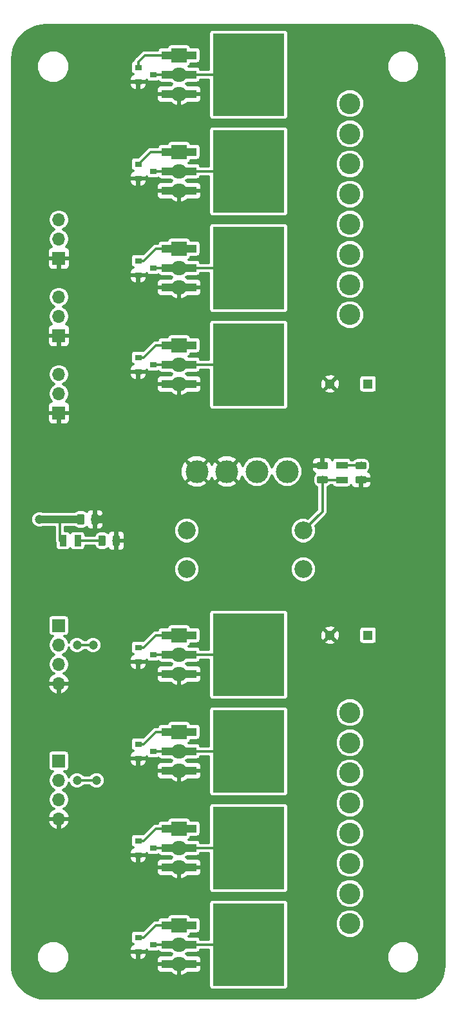
<source format=gbr>
G04 #@! TF.GenerationSoftware,KiCad,Pcbnew,(5.0.1-34-g9610f8f20)*
G04 #@! TF.CreationDate,2018-11-14T14:05:15-08:00*
G04 #@! TF.ProjectId,OutputExtension,4f757470-7574-4457-9874-656e73696f6e,rev?*
G04 #@! TF.SameCoordinates,Original*
G04 #@! TF.FileFunction,Copper,L1,Top*
G04 #@! TF.FilePolarity,Positive*
%FSLAX46Y46*%
G04 Gerber Fmt 4.6, Leading zero omitted, Abs format (unit mm)*
G04 Created by KiCad (PCBNEW (5.0.1-34-g9610f8f20)) date Wed 14 Nov 2018 02:05:15 PM PST*
%MOMM*%
%LPD*%
G01*
G04 APERTURE LIST*
G04 #@! TA.AperFunction,Conductor*
%ADD10C,0.100000*%
G04 #@! TD*
G04 #@! TA.AperFunction,SMDPad,CuDef*
%ADD11C,0.975000*%
G04 #@! TD*
G04 #@! TA.AperFunction,SMDPad,CuDef*
%ADD12R,1.500000X0.970000*%
G04 #@! TD*
G04 #@! TA.AperFunction,ComponentPad*
%ADD13O,1.700000X1.700000*%
G04 #@! TD*
G04 #@! TA.AperFunction,ComponentPad*
%ADD14R,1.700000X1.700000*%
G04 #@! TD*
G04 #@! TA.AperFunction,SMDPad,CuDef*
%ADD15R,0.900000X0.800000*%
G04 #@! TD*
G04 #@! TA.AperFunction,SMDPad,CuDef*
%ADD16R,4.600000X1.100000*%
G04 #@! TD*
G04 #@! TA.AperFunction,SMDPad,CuDef*
%ADD17R,9.400000X10.800000*%
G04 #@! TD*
G04 #@! TA.AperFunction,ComponentPad*
%ADD18R,2.000000X1.905000*%
G04 #@! TD*
G04 #@! TA.AperFunction,ComponentPad*
%ADD19O,2.000000X1.905000*%
G04 #@! TD*
G04 #@! TA.AperFunction,ComponentPad*
%ADD20C,3.000000*%
G04 #@! TD*
G04 #@! TA.AperFunction,ComponentPad*
%ADD21C,2.750000*%
G04 #@! TD*
G04 #@! TA.AperFunction,ComponentPad*
%ADD22R,1.300000X1.300000*%
G04 #@! TD*
G04 #@! TA.AperFunction,ComponentPad*
%ADD23C,1.300000*%
G04 #@! TD*
G04 #@! TA.AperFunction,ComponentPad*
%ADD24C,2.349500*%
G04 #@! TD*
G04 #@! TA.AperFunction,SMDPad,CuDef*
%ADD25R,0.970000X1.500000*%
G04 #@! TD*
G04 #@! TA.AperFunction,ViaPad*
%ADD26C,1.200000*%
G04 #@! TD*
G04 #@! TA.AperFunction,Conductor*
%ADD27C,0.300000*%
G04 #@! TD*
G04 #@! TA.AperFunction,Conductor*
%ADD28C,1.000000*%
G04 #@! TD*
G04 APERTURE END LIST*
D10*
G04 #@! TO.N,GND*
G04 #@! TO.C,C3*
G36*
X119860142Y-98906174D02*
X119883803Y-98909684D01*
X119907007Y-98915496D01*
X119929529Y-98923554D01*
X119951153Y-98933782D01*
X119971670Y-98946079D01*
X119990883Y-98960329D01*
X120008607Y-98976393D01*
X120024671Y-98994117D01*
X120038921Y-99013330D01*
X120051218Y-99033847D01*
X120061446Y-99055471D01*
X120069504Y-99077993D01*
X120075316Y-99101197D01*
X120078826Y-99124858D01*
X120080000Y-99148750D01*
X120080000Y-99636250D01*
X120078826Y-99660142D01*
X120075316Y-99683803D01*
X120069504Y-99707007D01*
X120061446Y-99729529D01*
X120051218Y-99751153D01*
X120038921Y-99771670D01*
X120024671Y-99790883D01*
X120008607Y-99808607D01*
X119990883Y-99824671D01*
X119971670Y-99838921D01*
X119951153Y-99851218D01*
X119929529Y-99861446D01*
X119907007Y-99869504D01*
X119883803Y-99875316D01*
X119860142Y-99878826D01*
X119836250Y-99880000D01*
X118923750Y-99880000D01*
X118899858Y-99878826D01*
X118876197Y-99875316D01*
X118852993Y-99869504D01*
X118830471Y-99861446D01*
X118808847Y-99851218D01*
X118788330Y-99838921D01*
X118769117Y-99824671D01*
X118751393Y-99808607D01*
X118735329Y-99790883D01*
X118721079Y-99771670D01*
X118708782Y-99751153D01*
X118698554Y-99729529D01*
X118690496Y-99707007D01*
X118684684Y-99683803D01*
X118681174Y-99660142D01*
X118680000Y-99636250D01*
X118680000Y-99148750D01*
X118681174Y-99124858D01*
X118684684Y-99101197D01*
X118690496Y-99077993D01*
X118698554Y-99055471D01*
X118708782Y-99033847D01*
X118721079Y-99013330D01*
X118735329Y-98994117D01*
X118751393Y-98976393D01*
X118769117Y-98960329D01*
X118788330Y-98946079D01*
X118808847Y-98933782D01*
X118830471Y-98923554D01*
X118852993Y-98915496D01*
X118876197Y-98909684D01*
X118899858Y-98906174D01*
X118923750Y-98905000D01*
X119836250Y-98905000D01*
X119860142Y-98906174D01*
X119860142Y-98906174D01*
G37*
D11*
G04 #@! TD*
G04 #@! TO.P,C3,2*
G04 #@! TO.N,GND*
X119380000Y-99392500D03*
D10*
G04 #@! TO.N,+24V*
G04 #@! TO.C,C3*
G36*
X119860142Y-100781174D02*
X119883803Y-100784684D01*
X119907007Y-100790496D01*
X119929529Y-100798554D01*
X119951153Y-100808782D01*
X119971670Y-100821079D01*
X119990883Y-100835329D01*
X120008607Y-100851393D01*
X120024671Y-100869117D01*
X120038921Y-100888330D01*
X120051218Y-100908847D01*
X120061446Y-100930471D01*
X120069504Y-100952993D01*
X120075316Y-100976197D01*
X120078826Y-100999858D01*
X120080000Y-101023750D01*
X120080000Y-101511250D01*
X120078826Y-101535142D01*
X120075316Y-101558803D01*
X120069504Y-101582007D01*
X120061446Y-101604529D01*
X120051218Y-101626153D01*
X120038921Y-101646670D01*
X120024671Y-101665883D01*
X120008607Y-101683607D01*
X119990883Y-101699671D01*
X119971670Y-101713921D01*
X119951153Y-101726218D01*
X119929529Y-101736446D01*
X119907007Y-101744504D01*
X119883803Y-101750316D01*
X119860142Y-101753826D01*
X119836250Y-101755000D01*
X118923750Y-101755000D01*
X118899858Y-101753826D01*
X118876197Y-101750316D01*
X118852993Y-101744504D01*
X118830471Y-101736446D01*
X118808847Y-101726218D01*
X118788330Y-101713921D01*
X118769117Y-101699671D01*
X118751393Y-101683607D01*
X118735329Y-101665883D01*
X118721079Y-101646670D01*
X118708782Y-101626153D01*
X118698554Y-101604529D01*
X118690496Y-101582007D01*
X118684684Y-101558803D01*
X118681174Y-101535142D01*
X118680000Y-101511250D01*
X118680000Y-101023750D01*
X118681174Y-100999858D01*
X118684684Y-100976197D01*
X118690496Y-100952993D01*
X118698554Y-100930471D01*
X118708782Y-100908847D01*
X118721079Y-100888330D01*
X118735329Y-100869117D01*
X118751393Y-100851393D01*
X118769117Y-100835329D01*
X118788330Y-100821079D01*
X118808847Y-100808782D01*
X118830471Y-100798554D01*
X118852993Y-100790496D01*
X118876197Y-100784684D01*
X118899858Y-100781174D01*
X118923750Y-100780000D01*
X119836250Y-100780000D01*
X119860142Y-100781174D01*
X119860142Y-100781174D01*
G37*
D11*
G04 #@! TD*
G04 #@! TO.P,C3,1*
G04 #@! TO.N,+24V*
X119380000Y-101267500D03*
D12*
G04 #@! TO.P,R1,1*
G04 #@! TO.N,Net-(D1-Pad2)*
X121920000Y-99375000D03*
G04 #@! TO.P,R1,2*
G04 #@! TO.N,+24V*
X121920000Y-101285000D03*
G04 #@! TD*
D10*
G04 #@! TO.N,+5V*
G04 #@! TO.C,C4*
G36*
X87880142Y-105771174D02*
X87903803Y-105774684D01*
X87927007Y-105780496D01*
X87949529Y-105788554D01*
X87971153Y-105798782D01*
X87991670Y-105811079D01*
X88010883Y-105825329D01*
X88028607Y-105841393D01*
X88044671Y-105859117D01*
X88058921Y-105878330D01*
X88071218Y-105898847D01*
X88081446Y-105920471D01*
X88089504Y-105942993D01*
X88095316Y-105966197D01*
X88098826Y-105989858D01*
X88100000Y-106013750D01*
X88100000Y-106926250D01*
X88098826Y-106950142D01*
X88095316Y-106973803D01*
X88089504Y-106997007D01*
X88081446Y-107019529D01*
X88071218Y-107041153D01*
X88058921Y-107061670D01*
X88044671Y-107080883D01*
X88028607Y-107098607D01*
X88010883Y-107114671D01*
X87991670Y-107128921D01*
X87971153Y-107141218D01*
X87949529Y-107151446D01*
X87927007Y-107159504D01*
X87903803Y-107165316D01*
X87880142Y-107168826D01*
X87856250Y-107170000D01*
X87368750Y-107170000D01*
X87344858Y-107168826D01*
X87321197Y-107165316D01*
X87297993Y-107159504D01*
X87275471Y-107151446D01*
X87253847Y-107141218D01*
X87233330Y-107128921D01*
X87214117Y-107114671D01*
X87196393Y-107098607D01*
X87180329Y-107080883D01*
X87166079Y-107061670D01*
X87153782Y-107041153D01*
X87143554Y-107019529D01*
X87135496Y-106997007D01*
X87129684Y-106973803D01*
X87126174Y-106950142D01*
X87125000Y-106926250D01*
X87125000Y-106013750D01*
X87126174Y-105989858D01*
X87129684Y-105966197D01*
X87135496Y-105942993D01*
X87143554Y-105920471D01*
X87153782Y-105898847D01*
X87166079Y-105878330D01*
X87180329Y-105859117D01*
X87196393Y-105841393D01*
X87214117Y-105825329D01*
X87233330Y-105811079D01*
X87253847Y-105798782D01*
X87275471Y-105788554D01*
X87297993Y-105780496D01*
X87321197Y-105774684D01*
X87344858Y-105771174D01*
X87368750Y-105770000D01*
X87856250Y-105770000D01*
X87880142Y-105771174D01*
X87880142Y-105771174D01*
G37*
D11*
G04 #@! TD*
G04 #@! TO.P,C4,1*
G04 #@! TO.N,+5V*
X87612500Y-106470000D03*
D10*
G04 #@! TO.N,GND*
G04 #@! TO.C,C4*
G36*
X89755142Y-105771174D02*
X89778803Y-105774684D01*
X89802007Y-105780496D01*
X89824529Y-105788554D01*
X89846153Y-105798782D01*
X89866670Y-105811079D01*
X89885883Y-105825329D01*
X89903607Y-105841393D01*
X89919671Y-105859117D01*
X89933921Y-105878330D01*
X89946218Y-105898847D01*
X89956446Y-105920471D01*
X89964504Y-105942993D01*
X89970316Y-105966197D01*
X89973826Y-105989858D01*
X89975000Y-106013750D01*
X89975000Y-106926250D01*
X89973826Y-106950142D01*
X89970316Y-106973803D01*
X89964504Y-106997007D01*
X89956446Y-107019529D01*
X89946218Y-107041153D01*
X89933921Y-107061670D01*
X89919671Y-107080883D01*
X89903607Y-107098607D01*
X89885883Y-107114671D01*
X89866670Y-107128921D01*
X89846153Y-107141218D01*
X89824529Y-107151446D01*
X89802007Y-107159504D01*
X89778803Y-107165316D01*
X89755142Y-107168826D01*
X89731250Y-107170000D01*
X89243750Y-107170000D01*
X89219858Y-107168826D01*
X89196197Y-107165316D01*
X89172993Y-107159504D01*
X89150471Y-107151446D01*
X89128847Y-107141218D01*
X89108330Y-107128921D01*
X89089117Y-107114671D01*
X89071393Y-107098607D01*
X89055329Y-107080883D01*
X89041079Y-107061670D01*
X89028782Y-107041153D01*
X89018554Y-107019529D01*
X89010496Y-106997007D01*
X89004684Y-106973803D01*
X89001174Y-106950142D01*
X89000000Y-106926250D01*
X89000000Y-106013750D01*
X89001174Y-105989858D01*
X89004684Y-105966197D01*
X89010496Y-105942993D01*
X89018554Y-105920471D01*
X89028782Y-105898847D01*
X89041079Y-105878330D01*
X89055329Y-105859117D01*
X89071393Y-105841393D01*
X89089117Y-105825329D01*
X89108330Y-105811079D01*
X89128847Y-105798782D01*
X89150471Y-105788554D01*
X89172993Y-105780496D01*
X89196197Y-105774684D01*
X89219858Y-105771174D01*
X89243750Y-105770000D01*
X89731250Y-105770000D01*
X89755142Y-105771174D01*
X89755142Y-105771174D01*
G37*
D11*
G04 #@! TD*
G04 #@! TO.P,C4,2*
G04 #@! TO.N,GND*
X89487500Y-106470000D03*
D13*
G04 #@! TO.P,P1,4*
G04 #@! TO.N,GND*
X84740000Y-128060000D03*
G04 #@! TO.P,P1,3*
G04 #@! TO.N,/I2C_SDA*
X84740000Y-125520000D03*
G04 #@! TO.P,P1,2*
G04 #@! TO.N,/I2C_SCL*
X84740000Y-122980000D03*
D14*
G04 #@! TO.P,P1,1*
G04 #@! TO.N,+5V*
X84740000Y-120440000D03*
G04 #@! TD*
G04 #@! TO.P,P2,1*
G04 #@! TO.N,+5V*
X84740000Y-138220000D03*
D13*
G04 #@! TO.P,P2,2*
G04 #@! TO.N,/I2C_SCL*
X84740000Y-140760000D03*
G04 #@! TO.P,P2,3*
G04 #@! TO.N,/I2C_SDA*
X84740000Y-143300000D03*
G04 #@! TO.P,P2,4*
G04 #@! TO.N,GND*
X84740000Y-145840000D03*
G04 #@! TD*
D10*
G04 #@! TO.N,Net-(D1-Pad2)*
G04 #@! TO.C,D1*
G36*
X124940142Y-98906174D02*
X124963803Y-98909684D01*
X124987007Y-98915496D01*
X125009529Y-98923554D01*
X125031153Y-98933782D01*
X125051670Y-98946079D01*
X125070883Y-98960329D01*
X125088607Y-98976393D01*
X125104671Y-98994117D01*
X125118921Y-99013330D01*
X125131218Y-99033847D01*
X125141446Y-99055471D01*
X125149504Y-99077993D01*
X125155316Y-99101197D01*
X125158826Y-99124858D01*
X125160000Y-99148750D01*
X125160000Y-99636250D01*
X125158826Y-99660142D01*
X125155316Y-99683803D01*
X125149504Y-99707007D01*
X125141446Y-99729529D01*
X125131218Y-99751153D01*
X125118921Y-99771670D01*
X125104671Y-99790883D01*
X125088607Y-99808607D01*
X125070883Y-99824671D01*
X125051670Y-99838921D01*
X125031153Y-99851218D01*
X125009529Y-99861446D01*
X124987007Y-99869504D01*
X124963803Y-99875316D01*
X124940142Y-99878826D01*
X124916250Y-99880000D01*
X124003750Y-99880000D01*
X123979858Y-99878826D01*
X123956197Y-99875316D01*
X123932993Y-99869504D01*
X123910471Y-99861446D01*
X123888847Y-99851218D01*
X123868330Y-99838921D01*
X123849117Y-99824671D01*
X123831393Y-99808607D01*
X123815329Y-99790883D01*
X123801079Y-99771670D01*
X123788782Y-99751153D01*
X123778554Y-99729529D01*
X123770496Y-99707007D01*
X123764684Y-99683803D01*
X123761174Y-99660142D01*
X123760000Y-99636250D01*
X123760000Y-99148750D01*
X123761174Y-99124858D01*
X123764684Y-99101197D01*
X123770496Y-99077993D01*
X123778554Y-99055471D01*
X123788782Y-99033847D01*
X123801079Y-99013330D01*
X123815329Y-98994117D01*
X123831393Y-98976393D01*
X123849117Y-98960329D01*
X123868330Y-98946079D01*
X123888847Y-98933782D01*
X123910471Y-98923554D01*
X123932993Y-98915496D01*
X123956197Y-98909684D01*
X123979858Y-98906174D01*
X124003750Y-98905000D01*
X124916250Y-98905000D01*
X124940142Y-98906174D01*
X124940142Y-98906174D01*
G37*
D11*
G04 #@! TD*
G04 #@! TO.P,D1,2*
G04 #@! TO.N,Net-(D1-Pad2)*
X124460000Y-99392500D03*
D10*
G04 #@! TO.N,GND*
G04 #@! TO.C,D1*
G36*
X124940142Y-100781174D02*
X124963803Y-100784684D01*
X124987007Y-100790496D01*
X125009529Y-100798554D01*
X125031153Y-100808782D01*
X125051670Y-100821079D01*
X125070883Y-100835329D01*
X125088607Y-100851393D01*
X125104671Y-100869117D01*
X125118921Y-100888330D01*
X125131218Y-100908847D01*
X125141446Y-100930471D01*
X125149504Y-100952993D01*
X125155316Y-100976197D01*
X125158826Y-100999858D01*
X125160000Y-101023750D01*
X125160000Y-101511250D01*
X125158826Y-101535142D01*
X125155316Y-101558803D01*
X125149504Y-101582007D01*
X125141446Y-101604529D01*
X125131218Y-101626153D01*
X125118921Y-101646670D01*
X125104671Y-101665883D01*
X125088607Y-101683607D01*
X125070883Y-101699671D01*
X125051670Y-101713921D01*
X125031153Y-101726218D01*
X125009529Y-101736446D01*
X124987007Y-101744504D01*
X124963803Y-101750316D01*
X124940142Y-101753826D01*
X124916250Y-101755000D01*
X124003750Y-101755000D01*
X123979858Y-101753826D01*
X123956197Y-101750316D01*
X123932993Y-101744504D01*
X123910471Y-101736446D01*
X123888847Y-101726218D01*
X123868330Y-101713921D01*
X123849117Y-101699671D01*
X123831393Y-101683607D01*
X123815329Y-101665883D01*
X123801079Y-101646670D01*
X123788782Y-101626153D01*
X123778554Y-101604529D01*
X123770496Y-101582007D01*
X123764684Y-101558803D01*
X123761174Y-101535142D01*
X123760000Y-101511250D01*
X123760000Y-101023750D01*
X123761174Y-100999858D01*
X123764684Y-100976197D01*
X123770496Y-100952993D01*
X123778554Y-100930471D01*
X123788782Y-100908847D01*
X123801079Y-100888330D01*
X123815329Y-100869117D01*
X123831393Y-100851393D01*
X123849117Y-100835329D01*
X123868330Y-100821079D01*
X123888847Y-100808782D01*
X123910471Y-100798554D01*
X123932993Y-100790496D01*
X123956197Y-100784684D01*
X123979858Y-100781174D01*
X124003750Y-100780000D01*
X124916250Y-100780000D01*
X124940142Y-100781174D01*
X124940142Y-100781174D01*
G37*
D11*
G04 #@! TD*
G04 #@! TO.P,D1,1*
G04 #@! TO.N,GND*
X124460000Y-101267500D03*
D10*
G04 #@! TO.N,GND*
G04 #@! TO.C,D2*
G36*
X92549142Y-108565174D02*
X92572803Y-108568684D01*
X92596007Y-108574496D01*
X92618529Y-108582554D01*
X92640153Y-108592782D01*
X92660670Y-108605079D01*
X92679883Y-108619329D01*
X92697607Y-108635393D01*
X92713671Y-108653117D01*
X92727921Y-108672330D01*
X92740218Y-108692847D01*
X92750446Y-108714471D01*
X92758504Y-108736993D01*
X92764316Y-108760197D01*
X92767826Y-108783858D01*
X92769000Y-108807750D01*
X92769000Y-109720250D01*
X92767826Y-109744142D01*
X92764316Y-109767803D01*
X92758504Y-109791007D01*
X92750446Y-109813529D01*
X92740218Y-109835153D01*
X92727921Y-109855670D01*
X92713671Y-109874883D01*
X92697607Y-109892607D01*
X92679883Y-109908671D01*
X92660670Y-109922921D01*
X92640153Y-109935218D01*
X92618529Y-109945446D01*
X92596007Y-109953504D01*
X92572803Y-109959316D01*
X92549142Y-109962826D01*
X92525250Y-109964000D01*
X92037750Y-109964000D01*
X92013858Y-109962826D01*
X91990197Y-109959316D01*
X91966993Y-109953504D01*
X91944471Y-109945446D01*
X91922847Y-109935218D01*
X91902330Y-109922921D01*
X91883117Y-109908671D01*
X91865393Y-109892607D01*
X91849329Y-109874883D01*
X91835079Y-109855670D01*
X91822782Y-109835153D01*
X91812554Y-109813529D01*
X91804496Y-109791007D01*
X91798684Y-109767803D01*
X91795174Y-109744142D01*
X91794000Y-109720250D01*
X91794000Y-108807750D01*
X91795174Y-108783858D01*
X91798684Y-108760197D01*
X91804496Y-108736993D01*
X91812554Y-108714471D01*
X91822782Y-108692847D01*
X91835079Y-108672330D01*
X91849329Y-108653117D01*
X91865393Y-108635393D01*
X91883117Y-108619329D01*
X91902330Y-108605079D01*
X91922847Y-108592782D01*
X91944471Y-108582554D01*
X91966993Y-108574496D01*
X91990197Y-108568684D01*
X92013858Y-108565174D01*
X92037750Y-108564000D01*
X92525250Y-108564000D01*
X92549142Y-108565174D01*
X92549142Y-108565174D01*
G37*
D11*
G04 #@! TD*
G04 #@! TO.P,D2,1*
G04 #@! TO.N,GND*
X92281500Y-109264000D03*
D10*
G04 #@! TO.N,Net-(D2-Pad2)*
G04 #@! TO.C,D2*
G36*
X90674142Y-108565174D02*
X90697803Y-108568684D01*
X90721007Y-108574496D01*
X90743529Y-108582554D01*
X90765153Y-108592782D01*
X90785670Y-108605079D01*
X90804883Y-108619329D01*
X90822607Y-108635393D01*
X90838671Y-108653117D01*
X90852921Y-108672330D01*
X90865218Y-108692847D01*
X90875446Y-108714471D01*
X90883504Y-108736993D01*
X90889316Y-108760197D01*
X90892826Y-108783858D01*
X90894000Y-108807750D01*
X90894000Y-109720250D01*
X90892826Y-109744142D01*
X90889316Y-109767803D01*
X90883504Y-109791007D01*
X90875446Y-109813529D01*
X90865218Y-109835153D01*
X90852921Y-109855670D01*
X90838671Y-109874883D01*
X90822607Y-109892607D01*
X90804883Y-109908671D01*
X90785670Y-109922921D01*
X90765153Y-109935218D01*
X90743529Y-109945446D01*
X90721007Y-109953504D01*
X90697803Y-109959316D01*
X90674142Y-109962826D01*
X90650250Y-109964000D01*
X90162750Y-109964000D01*
X90138858Y-109962826D01*
X90115197Y-109959316D01*
X90091993Y-109953504D01*
X90069471Y-109945446D01*
X90047847Y-109935218D01*
X90027330Y-109922921D01*
X90008117Y-109908671D01*
X89990393Y-109892607D01*
X89974329Y-109874883D01*
X89960079Y-109855670D01*
X89947782Y-109835153D01*
X89937554Y-109813529D01*
X89929496Y-109791007D01*
X89923684Y-109767803D01*
X89920174Y-109744142D01*
X89919000Y-109720250D01*
X89919000Y-108807750D01*
X89920174Y-108783858D01*
X89923684Y-108760197D01*
X89929496Y-108736993D01*
X89937554Y-108714471D01*
X89947782Y-108692847D01*
X89960079Y-108672330D01*
X89974329Y-108653117D01*
X89990393Y-108635393D01*
X90008117Y-108619329D01*
X90027330Y-108605079D01*
X90047847Y-108592782D01*
X90069471Y-108582554D01*
X90091993Y-108574496D01*
X90115197Y-108568684D01*
X90138858Y-108565174D01*
X90162750Y-108564000D01*
X90650250Y-108564000D01*
X90674142Y-108565174D01*
X90674142Y-108565174D01*
G37*
D11*
G04 #@! TD*
G04 #@! TO.P,D2,2*
G04 #@! TO.N,Net-(D2-Pad2)*
X90406500Y-109264000D03*
D15*
G04 #@! TO.P,Q8,3*
G04 #@! TO.N,/powerChannel2/DRAIN*
X97170000Y-73450000D03*
G04 #@! TO.P,Q8,2*
G04 #@! TO.N,GND*
X95170000Y-74400000D03*
G04 #@! TO.P,Q8,1*
G04 #@! TO.N,Net-(Q7-Pad1)*
X95170000Y-72500000D03*
G04 #@! TD*
G04 #@! TO.P,Q23,1*
G04 #@! TO.N,Net-(Q22-Pad1)*
X95170000Y-161400000D03*
G04 #@! TO.P,Q23,2*
G04 #@! TO.N,GND*
X95170000Y-163300000D03*
G04 #@! TO.P,Q23,3*
G04 #@! TO.N,/powerChannel7/DRAIN*
X97170000Y-162350000D03*
G04 #@! TD*
G04 #@! TO.P,Q11,3*
G04 #@! TO.N,/powerChannel3/DRAIN*
X97170000Y-86150000D03*
G04 #@! TO.P,Q11,2*
G04 #@! TO.N,GND*
X95170000Y-87100000D03*
G04 #@! TO.P,Q11,1*
G04 #@! TO.N,Net-(Q10-Pad1)*
X95170000Y-85200000D03*
G04 #@! TD*
G04 #@! TO.P,Q17,1*
G04 #@! TO.N,Net-(Q16-Pad1)*
X95170000Y-136000000D03*
G04 #@! TO.P,Q17,2*
G04 #@! TO.N,GND*
X95170000Y-137900000D03*
G04 #@! TO.P,Q17,3*
G04 #@! TO.N,/powerChannel5/DRAIN*
X97170000Y-136950000D03*
G04 #@! TD*
G04 #@! TO.P,Q20,3*
G04 #@! TO.N,/powerChannel6/DRAIN*
X97170000Y-149650000D03*
G04 #@! TO.P,Q20,2*
G04 #@! TO.N,GND*
X95170000Y-150600000D03*
G04 #@! TO.P,Q20,1*
G04 #@! TO.N,Net-(Q19-Pad1)*
X95170000Y-148700000D03*
G04 #@! TD*
G04 #@! TO.P,Q2,1*
G04 #@! TO.N,Net-(Q1-Pad1)*
X95170000Y-47100000D03*
G04 #@! TO.P,Q2,2*
G04 #@! TO.N,GND*
X95170000Y-49000000D03*
G04 #@! TO.P,Q2,3*
G04 #@! TO.N,/powerChannel0/DRAIN*
X97170000Y-48050000D03*
G04 #@! TD*
D16*
G04 #@! TO.P,Q9,1*
G04 #@! TO.N,Net-(Q7-Pad1)*
X100555000Y-70910000D03*
G04 #@! TO.P,Q9,2*
G04 #@! TO.N,/powerChannel2/DRAIN*
X100555000Y-73450000D03*
G04 #@! TO.P,Q9,3*
G04 #@! TO.N,GND*
X100555000Y-75990000D03*
D17*
G04 #@! TO.P,Q9,2*
G04 #@! TO.N,/powerChannel2/DRAIN*
X109705000Y-73450000D03*
G04 #@! TD*
G04 #@! TO.P,Q3,2*
G04 #@! TO.N,/powerChannel0/DRAIN*
X109705000Y-48050000D03*
D16*
G04 #@! TO.P,Q3,3*
G04 #@! TO.N,GND*
X100555000Y-50590000D03*
G04 #@! TO.P,Q3,2*
G04 #@! TO.N,/powerChannel0/DRAIN*
X100555000Y-48050000D03*
G04 #@! TO.P,Q3,1*
G04 #@! TO.N,Net-(Q1-Pad1)*
X100555000Y-45510000D03*
G04 #@! TD*
G04 #@! TO.P,Q6,1*
G04 #@! TO.N,Net-(Q4-Pad1)*
X100555000Y-58210000D03*
G04 #@! TO.P,Q6,2*
G04 #@! TO.N,/powerChannel1/DRAIN*
X100555000Y-60750000D03*
G04 #@! TO.P,Q6,3*
G04 #@! TO.N,GND*
X100555000Y-63290000D03*
D17*
G04 #@! TO.P,Q6,2*
G04 #@! TO.N,/powerChannel1/DRAIN*
X109705000Y-60750000D03*
G04 #@! TD*
G04 #@! TO.P,Q12,2*
G04 #@! TO.N,/powerChannel3/DRAIN*
X109705000Y-86150000D03*
D16*
G04 #@! TO.P,Q12,3*
G04 #@! TO.N,GND*
X100555000Y-88690000D03*
G04 #@! TO.P,Q12,2*
G04 #@! TO.N,/powerChannel3/DRAIN*
X100555000Y-86150000D03*
G04 #@! TO.P,Q12,1*
G04 #@! TO.N,Net-(Q10-Pad1)*
X100555000Y-83610000D03*
G04 #@! TD*
G04 #@! TO.P,Q15,1*
G04 #@! TO.N,Net-(Q13-Pad1)*
X100555000Y-121710000D03*
G04 #@! TO.P,Q15,2*
G04 #@! TO.N,/powerChannel4/DRAIN*
X100555000Y-124250000D03*
G04 #@! TO.P,Q15,3*
G04 #@! TO.N,GND*
X100555000Y-126790000D03*
D17*
G04 #@! TO.P,Q15,2*
G04 #@! TO.N,/powerChannel4/DRAIN*
X109705000Y-124250000D03*
G04 #@! TD*
D18*
G04 #@! TO.P,Q16,1*
G04 #@! TO.N,Net-(Q16-Pad1)*
X100555000Y-134410000D03*
D19*
G04 #@! TO.P,Q16,2*
G04 #@! TO.N,/powerChannel5/DRAIN*
X100555000Y-136950000D03*
G04 #@! TO.P,Q16,3*
G04 #@! TO.N,GND*
X100555000Y-139490000D03*
G04 #@! TD*
G04 #@! TO.P,Q19,3*
G04 #@! TO.N,GND*
X100555000Y-152190000D03*
G04 #@! TO.P,Q19,2*
G04 #@! TO.N,/powerChannel6/DRAIN*
X100555000Y-149650000D03*
D18*
G04 #@! TO.P,Q19,1*
G04 #@! TO.N,Net-(Q19-Pad1)*
X100555000Y-147110000D03*
G04 #@! TD*
G04 #@! TO.P,Q22,1*
G04 #@! TO.N,Net-(Q22-Pad1)*
X100555000Y-159810000D03*
D19*
G04 #@! TO.P,Q22,2*
G04 #@! TO.N,/powerChannel7/DRAIN*
X100555000Y-162350000D03*
G04 #@! TO.P,Q22,3*
G04 #@! TO.N,GND*
X100555000Y-164890000D03*
G04 #@! TD*
G04 #@! TO.P,Q7,3*
G04 #@! TO.N,GND*
X100555000Y-75990000D03*
G04 #@! TO.P,Q7,2*
G04 #@! TO.N,/powerChannel2/DRAIN*
X100555000Y-73450000D03*
D18*
G04 #@! TO.P,Q7,1*
G04 #@! TO.N,Net-(Q7-Pad1)*
X100555000Y-70910000D03*
G04 #@! TD*
G04 #@! TO.P,Q10,1*
G04 #@! TO.N,Net-(Q10-Pad1)*
X100555000Y-83610000D03*
D19*
G04 #@! TO.P,Q10,2*
G04 #@! TO.N,/powerChannel3/DRAIN*
X100555000Y-86150000D03*
G04 #@! TO.P,Q10,3*
G04 #@! TO.N,GND*
X100555000Y-88690000D03*
G04 #@! TD*
D20*
G04 #@! TO.P,P3,1*
G04 #@! TO.N,GND*
X102870000Y-100180000D03*
G04 #@! TO.P,P3,2*
X106830000Y-100180000D03*
G04 #@! TO.P,P3,3*
G04 #@! TO.N,Net-(F1-Pad1)*
X110790000Y-100180000D03*
G04 #@! TO.P,P3,4*
X114750000Y-100180000D03*
G04 #@! TD*
D21*
G04 #@! TO.P,P5,8*
G04 #@! TO.N,/powerChannel7/DRAIN*
X122990000Y-159590000D03*
G04 #@! TO.P,P5,7*
G04 #@! TO.N,+24V*
X122990000Y-155630000D03*
G04 #@! TO.P,P5,6*
G04 #@! TO.N,/powerChannel6/DRAIN*
X122990000Y-151670000D03*
G04 #@! TO.P,P5,5*
G04 #@! TO.N,+24V*
X122990000Y-147710000D03*
G04 #@! TO.P,P5,4*
G04 #@! TO.N,/powerChannel5/DRAIN*
X122990000Y-143750000D03*
G04 #@! TO.P,P5,3*
G04 #@! TO.N,+24V*
X122990000Y-139790000D03*
G04 #@! TO.P,P5,2*
G04 #@! TO.N,/powerChannel4/DRAIN*
X122990000Y-135830000D03*
G04 #@! TO.P,P5,1*
G04 #@! TO.N,+24V*
X122990000Y-131870000D03*
G04 #@! TD*
G04 #@! TO.P,P4,1*
G04 #@! TO.N,+24V*
X122990000Y-51860000D03*
G04 #@! TO.P,P4,2*
G04 #@! TO.N,/powerChannel0/DRAIN*
X122990000Y-55820000D03*
G04 #@! TO.P,P4,3*
G04 #@! TO.N,+24V*
X122990000Y-59780000D03*
G04 #@! TO.P,P4,4*
G04 #@! TO.N,/powerChannel1/DRAIN*
X122990000Y-63740000D03*
G04 #@! TO.P,P4,5*
G04 #@! TO.N,+24V*
X122990000Y-67700000D03*
G04 #@! TO.P,P4,6*
G04 #@! TO.N,/powerChannel2/DRAIN*
X122990000Y-71660000D03*
G04 #@! TO.P,P4,7*
G04 #@! TO.N,+24V*
X122990000Y-75620000D03*
G04 #@! TO.P,P4,8*
G04 #@! TO.N,/powerChannel3/DRAIN*
X122990000Y-79580000D03*
G04 #@! TD*
D14*
G04 #@! TO.P,JP1,1*
G04 #@! TO.N,GND*
X84740000Y-72180000D03*
D13*
G04 #@! TO.P,JP1,2*
G04 #@! TO.N,/A0*
X84740000Y-69640000D03*
G04 #@! TO.P,JP1,3*
G04 #@! TO.N,+5V*
X84740000Y-67100000D03*
G04 #@! TD*
G04 #@! TO.P,JP2,3*
G04 #@! TO.N,+5V*
X84740000Y-77260000D03*
G04 #@! TO.P,JP2,2*
G04 #@! TO.N,/A1*
X84740000Y-79800000D03*
D14*
G04 #@! TO.P,JP2,1*
G04 #@! TO.N,GND*
X84740000Y-82340000D03*
G04 #@! TD*
G04 #@! TO.P,JP3,1*
G04 #@! TO.N,GND*
X84740000Y-92500000D03*
D13*
G04 #@! TO.P,JP3,2*
G04 #@! TO.N,/A2*
X84740000Y-89960000D03*
G04 #@! TO.P,JP3,3*
G04 #@! TO.N,+5V*
X84740000Y-87420000D03*
G04 #@! TD*
D15*
G04 #@! TO.P,Q5,3*
G04 #@! TO.N,/powerChannel1/DRAIN*
X97170000Y-60750000D03*
G04 #@! TO.P,Q5,2*
G04 #@! TO.N,GND*
X95170000Y-61700000D03*
G04 #@! TO.P,Q5,1*
G04 #@! TO.N,Net-(Q4-Pad1)*
X95170000Y-59800000D03*
G04 #@! TD*
G04 #@! TO.P,Q14,1*
G04 #@! TO.N,Net-(Q13-Pad1)*
X95170000Y-123300000D03*
G04 #@! TO.P,Q14,2*
G04 #@! TO.N,GND*
X95170000Y-125200000D03*
G04 #@! TO.P,Q14,3*
G04 #@! TO.N,/powerChannel4/DRAIN*
X97170000Y-124250000D03*
G04 #@! TD*
D16*
G04 #@! TO.P,Q24,1*
G04 #@! TO.N,Net-(Q22-Pad1)*
X100555000Y-159810000D03*
G04 #@! TO.P,Q24,2*
G04 #@! TO.N,/powerChannel7/DRAIN*
X100555000Y-162350000D03*
G04 #@! TO.P,Q24,3*
G04 #@! TO.N,GND*
X100555000Y-164890000D03*
D17*
G04 #@! TO.P,Q24,2*
G04 #@! TO.N,/powerChannel7/DRAIN*
X109705000Y-162350000D03*
G04 #@! TD*
G04 #@! TO.P,Q21,2*
G04 #@! TO.N,/powerChannel6/DRAIN*
X109705000Y-149650000D03*
D16*
G04 #@! TO.P,Q21,3*
G04 #@! TO.N,GND*
X100555000Y-152190000D03*
G04 #@! TO.P,Q21,2*
G04 #@! TO.N,/powerChannel6/DRAIN*
X100555000Y-149650000D03*
G04 #@! TO.P,Q21,1*
G04 #@! TO.N,Net-(Q19-Pad1)*
X100555000Y-147110000D03*
G04 #@! TD*
D17*
G04 #@! TO.P,Q18,2*
G04 #@! TO.N,/powerChannel5/DRAIN*
X109705000Y-136950000D03*
D16*
G04 #@! TO.P,Q18,3*
G04 #@! TO.N,GND*
X100555000Y-139490000D03*
G04 #@! TO.P,Q18,2*
G04 #@! TO.N,/powerChannel5/DRAIN*
X100555000Y-136950000D03*
G04 #@! TO.P,Q18,1*
G04 #@! TO.N,Net-(Q16-Pad1)*
X100555000Y-134410000D03*
G04 #@! TD*
D19*
G04 #@! TO.P,Q1,3*
G04 #@! TO.N,GND*
X100555000Y-50590000D03*
G04 #@! TO.P,Q1,2*
G04 #@! TO.N,/powerChannel0/DRAIN*
X100555000Y-48050000D03*
D18*
G04 #@! TO.P,Q1,1*
G04 #@! TO.N,Net-(Q1-Pad1)*
X100555000Y-45510000D03*
G04 #@! TD*
G04 #@! TO.P,Q4,1*
G04 #@! TO.N,Net-(Q4-Pad1)*
X100555000Y-58210000D03*
D19*
G04 #@! TO.P,Q4,2*
G04 #@! TO.N,/powerChannel1/DRAIN*
X100555000Y-60750000D03*
G04 #@! TO.P,Q4,3*
G04 #@! TO.N,GND*
X100555000Y-63290000D03*
G04 #@! TD*
D18*
G04 #@! TO.P,Q13,1*
G04 #@! TO.N,Net-(Q13-Pad1)*
X100555000Y-121710000D03*
D19*
G04 #@! TO.P,Q13,2*
G04 #@! TO.N,/powerChannel4/DRAIN*
X100555000Y-124250000D03*
G04 #@! TO.P,Q13,3*
G04 #@! TO.N,GND*
X100555000Y-126790000D03*
G04 #@! TD*
D22*
G04 #@! TO.P,C5,1*
G04 #@! TO.N,+24V*
X125380000Y-88690000D03*
D23*
G04 #@! TO.P,C5,2*
G04 #@! TO.N,GND*
X120380000Y-88690000D03*
G04 #@! TD*
D22*
G04 #@! TO.P,C6,1*
G04 #@! TO.N,+24V*
X125380000Y-121710000D03*
D23*
G04 #@! TO.P,C6,2*
G04 #@! TO.N,GND*
X120380000Y-121710000D03*
G04 #@! TD*
D24*
G04 #@! TO.P,F1,2*
G04 #@! TO.N,+24V*
X116880640Y-107950000D03*
X116880640Y-113030000D03*
G04 #@! TO.P,F1,1*
G04 #@! TO.N,Net-(F1-Pad1)*
X101559360Y-107950000D03*
X101559360Y-113030000D03*
G04 #@! TD*
D25*
G04 #@! TO.P,R2,2*
G04 #@! TO.N,+5V*
X85309000Y-109264000D03*
G04 #@! TO.P,R2,1*
G04 #@! TO.N,Net-(D2-Pad2)*
X87219000Y-109264000D03*
G04 #@! TD*
D26*
G04 #@! TO.N,+5V*
X82200000Y-106470000D03*
G04 #@! TO.N,GND*
X95154000Y-101771000D03*
X82073000Y-145840000D03*
X87026000Y-128060000D03*
X86899000Y-117900000D03*
X85344000Y-94996000D03*
X84709000Y-84836000D03*
X84709000Y-74930000D03*
G04 #@! TO.N,/I2C_SCL*
X89693000Y-140759994D03*
X87142990Y-122983449D03*
X87142990Y-140760000D03*
X89243001Y-122980000D03*
G04 #@! TD*
D27*
G04 #@! TO.N,+5V*
X84914000Y-106644000D02*
X84740000Y-106470000D01*
X84914000Y-109264000D02*
X84914000Y-106644000D01*
D28*
X84740000Y-106470000D02*
X82200000Y-106470000D01*
X87612500Y-106470000D02*
X84740000Y-106470000D01*
G04 #@! TO.N,GND*
X90455000Y-106470000D02*
X95154000Y-101771000D01*
X89487500Y-106470000D02*
X90455000Y-106470000D01*
D27*
G04 #@! TO.N,+24V*
X119380000Y-105450640D02*
X119380000Y-101267500D01*
X116880640Y-107950000D02*
X119380000Y-105450640D01*
X119397500Y-101285000D02*
X119380000Y-101267500D01*
X121920000Y-101285000D02*
X119397500Y-101285000D01*
G04 #@! TO.N,Net-(D1-Pad2)*
X124442500Y-99375000D02*
X124460000Y-99392500D01*
X121920000Y-99375000D02*
X124442500Y-99375000D01*
G04 #@! TO.N,Net-(D2-Pad2)*
X87614000Y-109264000D02*
X90406500Y-109264000D01*
G04 #@! TO.N,/I2C_SCL*
X87142996Y-140759994D02*
X87142990Y-140760000D01*
X89693000Y-140759994D02*
X87142996Y-140759994D01*
X87142990Y-122983449D02*
X89239552Y-122983449D01*
X89239552Y-122983449D02*
X89243001Y-122980000D01*
G04 #@! TO.N,/powerChannel0/DRAIN*
X97170000Y-48050000D02*
X100555000Y-48050000D01*
X103155000Y-48050000D02*
X109705000Y-48050000D01*
X100555000Y-48050000D02*
X103155000Y-48050000D01*
G04 #@! TO.N,/powerChannel1/DRAIN*
X97170000Y-60750000D02*
X100555000Y-60750000D01*
X103155000Y-60750000D02*
X109705000Y-60750000D01*
X100555000Y-60750000D02*
X103155000Y-60750000D01*
G04 #@! TO.N,/powerChannel2/DRAIN*
X97170000Y-73450000D02*
X100555000Y-73450000D01*
X103155000Y-73450000D02*
X109705000Y-73450000D01*
X100555000Y-73450000D02*
X103155000Y-73450000D01*
G04 #@! TO.N,/powerChannel3/DRAIN*
X97170000Y-86150000D02*
X100555000Y-86150000D01*
X103155000Y-86150000D02*
X109705000Y-86150000D01*
X100555000Y-86150000D02*
X103155000Y-86150000D01*
G04 #@! TO.N,/powerChannel4/DRAIN*
X97170000Y-124250000D02*
X100555000Y-124250000D01*
X100555000Y-124250000D02*
X109705000Y-124250000D01*
G04 #@! TO.N,/powerChannel5/DRAIN*
X97170000Y-136950000D02*
X100555000Y-136950000D01*
X100555000Y-136950000D02*
X109705000Y-136950000D01*
G04 #@! TO.N,/powerChannel6/DRAIN*
X97170000Y-149650000D02*
X100555000Y-149650000D01*
X100555000Y-149650000D02*
X109705000Y-149650000D01*
G04 #@! TO.N,/powerChannel7/DRAIN*
X97170000Y-162350000D02*
X100555000Y-162350000D01*
X100555000Y-162350000D02*
X109705000Y-162350000D01*
G04 #@! TO.N,Net-(Q1-Pad1)*
X97955000Y-45510000D02*
X100555000Y-45510000D01*
X96060000Y-45510000D02*
X97955000Y-45510000D01*
X95170000Y-46400000D02*
X96060000Y-45510000D01*
X95170000Y-47100000D02*
X95170000Y-46400000D01*
G04 #@! TO.N,Net-(Q4-Pad1)*
X96810000Y-58210000D02*
X97955000Y-58210000D01*
X95220000Y-59800000D02*
X96810000Y-58210000D01*
X97955000Y-58210000D02*
X100555000Y-58210000D01*
X95170000Y-59800000D02*
X95220000Y-59800000D01*
G04 #@! TO.N,Net-(Q7-Pad1)*
X97955000Y-70910000D02*
X100555000Y-70910000D01*
X97510000Y-70910000D02*
X97955000Y-70910000D01*
X95920000Y-72500000D02*
X97510000Y-70910000D01*
X95170000Y-72500000D02*
X95920000Y-72500000D01*
G04 #@! TO.N,Net-(Q19-Pad1)*
X99255000Y-147110000D02*
X100555000Y-147110000D01*
X97510000Y-147110000D02*
X99255000Y-147110000D01*
X95920000Y-148700000D02*
X97510000Y-147110000D01*
X95170000Y-148700000D02*
X95920000Y-148700000D01*
G04 #@! TO.N,Net-(Q10-Pad1)*
X97510000Y-83610000D02*
X97955000Y-83610000D01*
X95920000Y-85200000D02*
X97510000Y-83610000D01*
X97955000Y-83610000D02*
X100555000Y-83610000D01*
X95170000Y-85200000D02*
X95920000Y-85200000D01*
G04 #@! TO.N,Net-(Q13-Pad1)*
X97955000Y-121710000D02*
X100555000Y-121710000D01*
X97510000Y-121710000D02*
X97955000Y-121710000D01*
X95920000Y-123300000D02*
X97510000Y-121710000D01*
X95170000Y-123300000D02*
X95920000Y-123300000D01*
G04 #@! TO.N,Net-(Q16-Pad1)*
X97510000Y-134410000D02*
X99255000Y-134410000D01*
X95920000Y-136000000D02*
X97510000Y-134410000D01*
X99255000Y-134410000D02*
X100555000Y-134410000D01*
X95170000Y-136000000D02*
X95920000Y-136000000D01*
G04 #@! TO.N,Net-(Q22-Pad1)*
X99255000Y-159810000D02*
X100555000Y-159810000D01*
X97510000Y-159810000D02*
X99255000Y-159810000D01*
X95920000Y-161400000D02*
X97510000Y-159810000D01*
X95170000Y-161400000D02*
X95920000Y-161400000D01*
G04 #@! TD*
G04 #@! TO.N,GND*
G36*
X131782129Y-41653113D02*
X132539536Y-41860316D01*
X133248282Y-42198370D01*
X133885955Y-42656586D01*
X134432414Y-43220488D01*
X134870375Y-43872242D01*
X135186000Y-44591255D01*
X135370383Y-45359265D01*
X135419000Y-46021308D01*
X135419001Y-164974113D01*
X135346887Y-165782129D01*
X135139685Y-166539535D01*
X134801631Y-167248278D01*
X134343414Y-167885956D01*
X133779513Y-168432414D01*
X133127758Y-168870375D01*
X132408745Y-169186000D01*
X131640735Y-169370383D01*
X130978692Y-169419000D01*
X83025876Y-169419000D01*
X82217871Y-169346887D01*
X81460465Y-169139685D01*
X80751722Y-168801631D01*
X80114044Y-168343414D01*
X79567586Y-167779513D01*
X79129625Y-167127758D01*
X78814000Y-166408745D01*
X78629617Y-165640735D01*
X78581000Y-164978692D01*
X78581000Y-163576118D01*
X81869000Y-163576118D01*
X81869000Y-164423882D01*
X82193425Y-165207115D01*
X82792885Y-165806575D01*
X83576118Y-166131000D01*
X84423882Y-166131000D01*
X85207115Y-165806575D01*
X85806575Y-165207115D01*
X85826711Y-165158500D01*
X97597000Y-165158500D01*
X97597000Y-165570885D01*
X97697175Y-165812727D01*
X97882273Y-165997826D01*
X98124116Y-166098000D01*
X99483570Y-166098000D01*
X99618794Y-166232103D01*
X100200043Y-166470035D01*
X100451000Y-166334179D01*
X100451000Y-164994000D01*
X100659000Y-164994000D01*
X100659000Y-166334179D01*
X100909957Y-166470035D01*
X101491206Y-166232103D01*
X101626430Y-166098000D01*
X102985884Y-166098000D01*
X103227727Y-165997826D01*
X103412825Y-165812727D01*
X103513000Y-165570885D01*
X103513000Y-165158500D01*
X103348500Y-164994000D01*
X100659000Y-164994000D01*
X100451000Y-164994000D01*
X97761500Y-164994000D01*
X97597000Y-165158500D01*
X85826711Y-165158500D01*
X86131000Y-164423882D01*
X86131000Y-163576118D01*
X86127845Y-163568500D01*
X94062000Y-163568500D01*
X94062000Y-163830885D01*
X94162175Y-164072727D01*
X94347273Y-164257826D01*
X94589116Y-164358000D01*
X94901500Y-164358000D01*
X95066000Y-164193500D01*
X95066000Y-163404000D01*
X95274000Y-163404000D01*
X95274000Y-164193500D01*
X95438500Y-164358000D01*
X95750884Y-164358000D01*
X95992727Y-164257826D01*
X96177825Y-164072727D01*
X96278000Y-163830885D01*
X96278000Y-163568500D01*
X96113500Y-163404000D01*
X95274000Y-163404000D01*
X95066000Y-163404000D01*
X94226500Y-163404000D01*
X94062000Y-163568500D01*
X86127845Y-163568500D01*
X85806575Y-162792885D01*
X85782805Y-162769115D01*
X94062000Y-162769115D01*
X94062000Y-163031500D01*
X94226500Y-163196000D01*
X95066000Y-163196000D01*
X95066000Y-163176000D01*
X95274000Y-163176000D01*
X95274000Y-163196000D01*
X96113500Y-163196000D01*
X96272884Y-163036616D01*
X96337171Y-163132829D01*
X96512814Y-163250190D01*
X96720000Y-163291402D01*
X97620000Y-163291402D01*
X97827186Y-163250190D01*
X97843209Y-163239484D01*
X97872171Y-163282829D01*
X98047814Y-163400190D01*
X98255000Y-163441402D01*
X99470669Y-163441402D01*
X99625774Y-163545040D01*
X99618794Y-163547897D01*
X99483570Y-163682000D01*
X98124116Y-163682000D01*
X97882273Y-163782174D01*
X97697175Y-163967273D01*
X97597000Y-164209115D01*
X97597000Y-164621500D01*
X97761500Y-164786000D01*
X100451000Y-164786000D01*
X100451000Y-164766000D01*
X100659000Y-164766000D01*
X100659000Y-164786000D01*
X103348500Y-164786000D01*
X103513000Y-164621500D01*
X103513000Y-164209115D01*
X103412825Y-163967273D01*
X103227727Y-163782174D01*
X102985884Y-163682000D01*
X101626430Y-163682000D01*
X101491206Y-163547897D01*
X101484226Y-163545040D01*
X101639331Y-163441402D01*
X102855000Y-163441402D01*
X103062186Y-163400190D01*
X103237829Y-163282829D01*
X103355190Y-163107186D01*
X103370344Y-163031000D01*
X104463598Y-163031000D01*
X104463598Y-167750000D01*
X104504810Y-167957186D01*
X104622171Y-168132829D01*
X104797814Y-168250190D01*
X105005000Y-168291402D01*
X114405000Y-168291402D01*
X114612186Y-168250190D01*
X114787829Y-168132829D01*
X114905190Y-167957186D01*
X114946402Y-167750000D01*
X114946402Y-163576118D01*
X127869000Y-163576118D01*
X127869000Y-164423882D01*
X128193425Y-165207115D01*
X128792885Y-165806575D01*
X129576118Y-166131000D01*
X130423882Y-166131000D01*
X131207115Y-165806575D01*
X131806575Y-165207115D01*
X132131000Y-164423882D01*
X132131000Y-163576118D01*
X131806575Y-162792885D01*
X131207115Y-162193425D01*
X130423882Y-161869000D01*
X129576118Y-161869000D01*
X128792885Y-162193425D01*
X128193425Y-162792885D01*
X127869000Y-163576118D01*
X114946402Y-163576118D01*
X114946402Y-159210873D01*
X121084000Y-159210873D01*
X121084000Y-159969127D01*
X121374171Y-160669662D01*
X121910338Y-161205829D01*
X122610873Y-161496000D01*
X123369127Y-161496000D01*
X124069662Y-161205829D01*
X124605829Y-160669662D01*
X124896000Y-159969127D01*
X124896000Y-159210873D01*
X124605829Y-158510338D01*
X124069662Y-157974171D01*
X123369127Y-157684000D01*
X122610873Y-157684000D01*
X121910338Y-157974171D01*
X121374171Y-158510338D01*
X121084000Y-159210873D01*
X114946402Y-159210873D01*
X114946402Y-156950000D01*
X114905190Y-156742814D01*
X114787829Y-156567171D01*
X114612186Y-156449810D01*
X114405000Y-156408598D01*
X105005000Y-156408598D01*
X104797814Y-156449810D01*
X104622171Y-156567171D01*
X104504810Y-156742814D01*
X104463598Y-156950000D01*
X104463598Y-161669000D01*
X103370344Y-161669000D01*
X103355190Y-161592814D01*
X103237829Y-161417171D01*
X103062186Y-161299810D01*
X102855000Y-161258598D01*
X101768310Y-161258598D01*
X101937829Y-161145329D01*
X102055190Y-160969686D01*
X102068773Y-160901402D01*
X102855000Y-160901402D01*
X103062186Y-160860190D01*
X103237829Y-160742829D01*
X103355190Y-160567186D01*
X103396402Y-160360000D01*
X103396402Y-159260000D01*
X103355190Y-159052814D01*
X103237829Y-158877171D01*
X103062186Y-158759810D01*
X102855000Y-158718598D01*
X102068773Y-158718598D01*
X102055190Y-158650314D01*
X101937829Y-158474671D01*
X101762186Y-158357310D01*
X101555000Y-158316098D01*
X99555000Y-158316098D01*
X99347814Y-158357310D01*
X99172171Y-158474671D01*
X99054810Y-158650314D01*
X99041227Y-158718598D01*
X98255000Y-158718598D01*
X98047814Y-158759810D01*
X97872171Y-158877171D01*
X97754810Y-159052814D01*
X97739656Y-159129000D01*
X97577065Y-159129000D01*
X97510000Y-159115660D01*
X97442935Y-159129000D01*
X97442931Y-159129000D01*
X97244287Y-159168513D01*
X97019027Y-159319027D01*
X96981035Y-159375886D01*
X95845125Y-160511797D01*
X95827186Y-160499810D01*
X95620000Y-160458598D01*
X94720000Y-160458598D01*
X94512814Y-160499810D01*
X94337171Y-160617171D01*
X94219810Y-160792814D01*
X94178598Y-161000000D01*
X94178598Y-161800000D01*
X94219810Y-162007186D01*
X94337171Y-162182829D01*
X94488253Y-162283779D01*
X94347273Y-162342174D01*
X94162175Y-162527273D01*
X94062000Y-162769115D01*
X85782805Y-162769115D01*
X85207115Y-162193425D01*
X84423882Y-161869000D01*
X83576118Y-161869000D01*
X82792885Y-162193425D01*
X82193425Y-162792885D01*
X81869000Y-163576118D01*
X78581000Y-163576118D01*
X78581000Y-152458500D01*
X97597000Y-152458500D01*
X97597000Y-152870885D01*
X97697175Y-153112727D01*
X97882273Y-153297826D01*
X98124116Y-153398000D01*
X99483570Y-153398000D01*
X99618794Y-153532103D01*
X100200043Y-153770035D01*
X100451000Y-153634179D01*
X100451000Y-152294000D01*
X100659000Y-152294000D01*
X100659000Y-153634179D01*
X100909957Y-153770035D01*
X101491206Y-153532103D01*
X101626430Y-153398000D01*
X102985884Y-153398000D01*
X103227727Y-153297826D01*
X103412825Y-153112727D01*
X103513000Y-152870885D01*
X103513000Y-152458500D01*
X103348500Y-152294000D01*
X100659000Y-152294000D01*
X100451000Y-152294000D01*
X97761500Y-152294000D01*
X97597000Y-152458500D01*
X78581000Y-152458500D01*
X78581000Y-150868500D01*
X94062000Y-150868500D01*
X94062000Y-151130885D01*
X94162175Y-151372727D01*
X94347273Y-151557826D01*
X94589116Y-151658000D01*
X94901500Y-151658000D01*
X95066000Y-151493500D01*
X95066000Y-150704000D01*
X95274000Y-150704000D01*
X95274000Y-151493500D01*
X95438500Y-151658000D01*
X95750884Y-151658000D01*
X95992727Y-151557826D01*
X96177825Y-151372727D01*
X96278000Y-151130885D01*
X96278000Y-150868500D01*
X96113500Y-150704000D01*
X95274000Y-150704000D01*
X95066000Y-150704000D01*
X94226500Y-150704000D01*
X94062000Y-150868500D01*
X78581000Y-150868500D01*
X78581000Y-150069115D01*
X94062000Y-150069115D01*
X94062000Y-150331500D01*
X94226500Y-150496000D01*
X95066000Y-150496000D01*
X95066000Y-150476000D01*
X95274000Y-150476000D01*
X95274000Y-150496000D01*
X96113500Y-150496000D01*
X96272884Y-150336616D01*
X96337171Y-150432829D01*
X96512814Y-150550190D01*
X96720000Y-150591402D01*
X97620000Y-150591402D01*
X97827186Y-150550190D01*
X97843209Y-150539484D01*
X97872171Y-150582829D01*
X98047814Y-150700190D01*
X98255000Y-150741402D01*
X99470669Y-150741402D01*
X99625774Y-150845040D01*
X99618794Y-150847897D01*
X99483570Y-150982000D01*
X98124116Y-150982000D01*
X97882273Y-151082174D01*
X97697175Y-151267273D01*
X97597000Y-151509115D01*
X97597000Y-151921500D01*
X97761500Y-152086000D01*
X100451000Y-152086000D01*
X100451000Y-152066000D01*
X100659000Y-152066000D01*
X100659000Y-152086000D01*
X103348500Y-152086000D01*
X103513000Y-151921500D01*
X103513000Y-151509115D01*
X103412825Y-151267273D01*
X103227727Y-151082174D01*
X102985884Y-150982000D01*
X101626430Y-150982000D01*
X101491206Y-150847897D01*
X101484226Y-150845040D01*
X101639331Y-150741402D01*
X102855000Y-150741402D01*
X103062186Y-150700190D01*
X103237829Y-150582829D01*
X103355190Y-150407186D01*
X103370344Y-150331000D01*
X104463598Y-150331000D01*
X104463598Y-155050000D01*
X104504810Y-155257186D01*
X104622171Y-155432829D01*
X104797814Y-155550190D01*
X105005000Y-155591402D01*
X114405000Y-155591402D01*
X114612186Y-155550190D01*
X114787829Y-155432829D01*
X114905190Y-155257186D01*
X114906445Y-155250873D01*
X121084000Y-155250873D01*
X121084000Y-156009127D01*
X121374171Y-156709662D01*
X121910338Y-157245829D01*
X122610873Y-157536000D01*
X123369127Y-157536000D01*
X124069662Y-157245829D01*
X124605829Y-156709662D01*
X124896000Y-156009127D01*
X124896000Y-155250873D01*
X124605829Y-154550338D01*
X124069662Y-154014171D01*
X123369127Y-153724000D01*
X122610873Y-153724000D01*
X121910338Y-154014171D01*
X121374171Y-154550338D01*
X121084000Y-155250873D01*
X114906445Y-155250873D01*
X114946402Y-155050000D01*
X114946402Y-151290873D01*
X121084000Y-151290873D01*
X121084000Y-152049127D01*
X121374171Y-152749662D01*
X121910338Y-153285829D01*
X122610873Y-153576000D01*
X123369127Y-153576000D01*
X124069662Y-153285829D01*
X124605829Y-152749662D01*
X124896000Y-152049127D01*
X124896000Y-151290873D01*
X124605829Y-150590338D01*
X124069662Y-150054171D01*
X123369127Y-149764000D01*
X122610873Y-149764000D01*
X121910338Y-150054171D01*
X121374171Y-150590338D01*
X121084000Y-151290873D01*
X114946402Y-151290873D01*
X114946402Y-147330873D01*
X121084000Y-147330873D01*
X121084000Y-148089127D01*
X121374171Y-148789662D01*
X121910338Y-149325829D01*
X122610873Y-149616000D01*
X123369127Y-149616000D01*
X124069662Y-149325829D01*
X124605829Y-148789662D01*
X124896000Y-148089127D01*
X124896000Y-147330873D01*
X124605829Y-146630338D01*
X124069662Y-146094171D01*
X123369127Y-145804000D01*
X122610873Y-145804000D01*
X121910338Y-146094171D01*
X121374171Y-146630338D01*
X121084000Y-147330873D01*
X114946402Y-147330873D01*
X114946402Y-144250000D01*
X114905190Y-144042814D01*
X114787829Y-143867171D01*
X114612186Y-143749810D01*
X114405000Y-143708598D01*
X105005000Y-143708598D01*
X104797814Y-143749810D01*
X104622171Y-143867171D01*
X104504810Y-144042814D01*
X104463598Y-144250000D01*
X104463598Y-148969000D01*
X103370344Y-148969000D01*
X103355190Y-148892814D01*
X103237829Y-148717171D01*
X103062186Y-148599810D01*
X102855000Y-148558598D01*
X101768310Y-148558598D01*
X101937829Y-148445329D01*
X102055190Y-148269686D01*
X102068773Y-148201402D01*
X102855000Y-148201402D01*
X103062186Y-148160190D01*
X103237829Y-148042829D01*
X103355190Y-147867186D01*
X103396402Y-147660000D01*
X103396402Y-146560000D01*
X103355190Y-146352814D01*
X103237829Y-146177171D01*
X103062186Y-146059810D01*
X102855000Y-146018598D01*
X102068773Y-146018598D01*
X102055190Y-145950314D01*
X101937829Y-145774671D01*
X101762186Y-145657310D01*
X101555000Y-145616098D01*
X99555000Y-145616098D01*
X99347814Y-145657310D01*
X99172171Y-145774671D01*
X99054810Y-145950314D01*
X99041227Y-146018598D01*
X98255000Y-146018598D01*
X98047814Y-146059810D01*
X97872171Y-146177171D01*
X97754810Y-146352814D01*
X97739656Y-146429000D01*
X97577065Y-146429000D01*
X97510000Y-146415660D01*
X97442935Y-146429000D01*
X97442931Y-146429000D01*
X97244287Y-146468513D01*
X97019027Y-146619027D01*
X96981035Y-146675886D01*
X95845125Y-147811797D01*
X95827186Y-147799810D01*
X95620000Y-147758598D01*
X94720000Y-147758598D01*
X94512814Y-147799810D01*
X94337171Y-147917171D01*
X94219810Y-148092814D01*
X94178598Y-148300000D01*
X94178598Y-149100000D01*
X94219810Y-149307186D01*
X94337171Y-149482829D01*
X94488253Y-149583779D01*
X94347273Y-149642174D01*
X94162175Y-149827273D01*
X94062000Y-150069115D01*
X78581000Y-150069115D01*
X78581000Y-146178061D01*
X83270381Y-146178061D01*
X83461772Y-146640137D01*
X83865270Y-147068387D01*
X84401938Y-147309626D01*
X84636000Y-147179917D01*
X84636000Y-145944000D01*
X84844000Y-145944000D01*
X84844000Y-147179917D01*
X85078062Y-147309626D01*
X85614730Y-147068387D01*
X86018228Y-146640137D01*
X86209619Y-146178061D01*
X86079469Y-145944000D01*
X84844000Y-145944000D01*
X84636000Y-145944000D01*
X83400531Y-145944000D01*
X83270381Y-146178061D01*
X78581000Y-146178061D01*
X78581000Y-145501939D01*
X83270381Y-145501939D01*
X83400531Y-145736000D01*
X84636000Y-145736000D01*
X84636000Y-145716000D01*
X84844000Y-145716000D01*
X84844000Y-145736000D01*
X86079469Y-145736000D01*
X86209619Y-145501939D01*
X86018228Y-145039863D01*
X85614730Y-144611613D01*
X85404318Y-144517030D01*
X85735645Y-144295645D01*
X86040873Y-143838839D01*
X86133957Y-143370873D01*
X121084000Y-143370873D01*
X121084000Y-144129127D01*
X121374171Y-144829662D01*
X121910338Y-145365829D01*
X122610873Y-145656000D01*
X123369127Y-145656000D01*
X124069662Y-145365829D01*
X124605829Y-144829662D01*
X124896000Y-144129127D01*
X124896000Y-143370873D01*
X124605829Y-142670338D01*
X124069662Y-142134171D01*
X123369127Y-141844000D01*
X122610873Y-141844000D01*
X121910338Y-142134171D01*
X121374171Y-142670338D01*
X121084000Y-143370873D01*
X86133957Y-143370873D01*
X86148055Y-143300000D01*
X86040873Y-142761161D01*
X85735645Y-142304355D01*
X85325044Y-142030000D01*
X85735645Y-141755645D01*
X86040873Y-141298839D01*
X86073681Y-141133905D01*
X86184174Y-141400660D01*
X86502330Y-141718816D01*
X86918020Y-141891000D01*
X87367960Y-141891000D01*
X87783650Y-141718816D01*
X88061472Y-141440994D01*
X88774524Y-141440994D01*
X89052340Y-141718810D01*
X89468030Y-141890994D01*
X89917970Y-141890994D01*
X90333660Y-141718810D01*
X90651816Y-141400654D01*
X90824000Y-140984964D01*
X90824000Y-140535024D01*
X90651816Y-140119334D01*
X90333660Y-139801178D01*
X90230626Y-139758500D01*
X97597000Y-139758500D01*
X97597000Y-140170885D01*
X97697175Y-140412727D01*
X97882273Y-140597826D01*
X98124116Y-140698000D01*
X99483570Y-140698000D01*
X99618794Y-140832103D01*
X100200043Y-141070035D01*
X100451000Y-140934179D01*
X100451000Y-139594000D01*
X100659000Y-139594000D01*
X100659000Y-140934179D01*
X100909957Y-141070035D01*
X101491206Y-140832103D01*
X101626430Y-140698000D01*
X102985884Y-140698000D01*
X103227727Y-140597826D01*
X103412825Y-140412727D01*
X103513000Y-140170885D01*
X103513000Y-139758500D01*
X103348500Y-139594000D01*
X100659000Y-139594000D01*
X100451000Y-139594000D01*
X97761500Y-139594000D01*
X97597000Y-139758500D01*
X90230626Y-139758500D01*
X89917970Y-139628994D01*
X89468030Y-139628994D01*
X89052340Y-139801178D01*
X88774524Y-140078994D01*
X88061460Y-140078994D01*
X87783650Y-139801184D01*
X87367960Y-139629000D01*
X86918020Y-139629000D01*
X86502330Y-139801184D01*
X86184174Y-140119340D01*
X86073681Y-140386095D01*
X86040873Y-140221161D01*
X85735645Y-139764355D01*
X85506735Y-139611402D01*
X85590000Y-139611402D01*
X85797186Y-139570190D01*
X85972829Y-139452829D01*
X86090190Y-139277186D01*
X86131402Y-139070000D01*
X86131402Y-138168500D01*
X94062000Y-138168500D01*
X94062000Y-138430885D01*
X94162175Y-138672727D01*
X94347273Y-138857826D01*
X94589116Y-138958000D01*
X94901500Y-138958000D01*
X95066000Y-138793500D01*
X95066000Y-138004000D01*
X95274000Y-138004000D01*
X95274000Y-138793500D01*
X95438500Y-138958000D01*
X95750884Y-138958000D01*
X95992727Y-138857826D01*
X96177825Y-138672727D01*
X96278000Y-138430885D01*
X96278000Y-138168500D01*
X96113500Y-138004000D01*
X95274000Y-138004000D01*
X95066000Y-138004000D01*
X94226500Y-138004000D01*
X94062000Y-138168500D01*
X86131402Y-138168500D01*
X86131402Y-137370000D01*
X86131226Y-137369115D01*
X94062000Y-137369115D01*
X94062000Y-137631500D01*
X94226500Y-137796000D01*
X95066000Y-137796000D01*
X95066000Y-137776000D01*
X95274000Y-137776000D01*
X95274000Y-137796000D01*
X96113500Y-137796000D01*
X96272884Y-137636616D01*
X96337171Y-137732829D01*
X96512814Y-137850190D01*
X96720000Y-137891402D01*
X97620000Y-137891402D01*
X97827186Y-137850190D01*
X97843209Y-137839484D01*
X97872171Y-137882829D01*
X98047814Y-138000190D01*
X98255000Y-138041402D01*
X99470669Y-138041402D01*
X99625774Y-138145040D01*
X99618794Y-138147897D01*
X99483570Y-138282000D01*
X98124116Y-138282000D01*
X97882273Y-138382174D01*
X97697175Y-138567273D01*
X97597000Y-138809115D01*
X97597000Y-139221500D01*
X97761500Y-139386000D01*
X100451000Y-139386000D01*
X100451000Y-139366000D01*
X100659000Y-139366000D01*
X100659000Y-139386000D01*
X103348500Y-139386000D01*
X103513000Y-139221500D01*
X103513000Y-138809115D01*
X103412825Y-138567273D01*
X103227727Y-138382174D01*
X102985884Y-138282000D01*
X101626430Y-138282000D01*
X101491206Y-138147897D01*
X101484226Y-138145040D01*
X101639331Y-138041402D01*
X102855000Y-138041402D01*
X103062186Y-138000190D01*
X103237829Y-137882829D01*
X103355190Y-137707186D01*
X103370344Y-137631000D01*
X104463598Y-137631000D01*
X104463598Y-142350000D01*
X104504810Y-142557186D01*
X104622171Y-142732829D01*
X104797814Y-142850190D01*
X105005000Y-142891402D01*
X114405000Y-142891402D01*
X114612186Y-142850190D01*
X114787829Y-142732829D01*
X114905190Y-142557186D01*
X114946402Y-142350000D01*
X114946402Y-139410873D01*
X121084000Y-139410873D01*
X121084000Y-140169127D01*
X121374171Y-140869662D01*
X121910338Y-141405829D01*
X122610873Y-141696000D01*
X123369127Y-141696000D01*
X124069662Y-141405829D01*
X124605829Y-140869662D01*
X124896000Y-140169127D01*
X124896000Y-139410873D01*
X124605829Y-138710338D01*
X124069662Y-138174171D01*
X123369127Y-137884000D01*
X122610873Y-137884000D01*
X121910338Y-138174171D01*
X121374171Y-138710338D01*
X121084000Y-139410873D01*
X114946402Y-139410873D01*
X114946402Y-135450873D01*
X121084000Y-135450873D01*
X121084000Y-136209127D01*
X121374171Y-136909662D01*
X121910338Y-137445829D01*
X122610873Y-137736000D01*
X123369127Y-137736000D01*
X124069662Y-137445829D01*
X124605829Y-136909662D01*
X124896000Y-136209127D01*
X124896000Y-135450873D01*
X124605829Y-134750338D01*
X124069662Y-134214171D01*
X123369127Y-133924000D01*
X122610873Y-133924000D01*
X121910338Y-134214171D01*
X121374171Y-134750338D01*
X121084000Y-135450873D01*
X114946402Y-135450873D01*
X114946402Y-131550000D01*
X114934641Y-131490873D01*
X121084000Y-131490873D01*
X121084000Y-132249127D01*
X121374171Y-132949662D01*
X121910338Y-133485829D01*
X122610873Y-133776000D01*
X123369127Y-133776000D01*
X124069662Y-133485829D01*
X124605829Y-132949662D01*
X124896000Y-132249127D01*
X124896000Y-131490873D01*
X124605829Y-130790338D01*
X124069662Y-130254171D01*
X123369127Y-129964000D01*
X122610873Y-129964000D01*
X121910338Y-130254171D01*
X121374171Y-130790338D01*
X121084000Y-131490873D01*
X114934641Y-131490873D01*
X114905190Y-131342814D01*
X114787829Y-131167171D01*
X114612186Y-131049810D01*
X114405000Y-131008598D01*
X105005000Y-131008598D01*
X104797814Y-131049810D01*
X104622171Y-131167171D01*
X104504810Y-131342814D01*
X104463598Y-131550000D01*
X104463598Y-136269000D01*
X103370344Y-136269000D01*
X103355190Y-136192814D01*
X103237829Y-136017171D01*
X103062186Y-135899810D01*
X102855000Y-135858598D01*
X101768310Y-135858598D01*
X101937829Y-135745329D01*
X102055190Y-135569686D01*
X102068773Y-135501402D01*
X102855000Y-135501402D01*
X103062186Y-135460190D01*
X103237829Y-135342829D01*
X103355190Y-135167186D01*
X103396402Y-134960000D01*
X103396402Y-133860000D01*
X103355190Y-133652814D01*
X103237829Y-133477171D01*
X103062186Y-133359810D01*
X102855000Y-133318598D01*
X102068773Y-133318598D01*
X102055190Y-133250314D01*
X101937829Y-133074671D01*
X101762186Y-132957310D01*
X101555000Y-132916098D01*
X99555000Y-132916098D01*
X99347814Y-132957310D01*
X99172171Y-133074671D01*
X99054810Y-133250314D01*
X99041227Y-133318598D01*
X98255000Y-133318598D01*
X98047814Y-133359810D01*
X97872171Y-133477171D01*
X97754810Y-133652814D01*
X97739656Y-133729000D01*
X97577065Y-133729000D01*
X97510000Y-133715660D01*
X97442935Y-133729000D01*
X97442931Y-133729000D01*
X97244287Y-133768513D01*
X97019027Y-133919027D01*
X96981035Y-133975886D01*
X95845125Y-135111797D01*
X95827186Y-135099810D01*
X95620000Y-135058598D01*
X94720000Y-135058598D01*
X94512814Y-135099810D01*
X94337171Y-135217171D01*
X94219810Y-135392814D01*
X94178598Y-135600000D01*
X94178598Y-136400000D01*
X94219810Y-136607186D01*
X94337171Y-136782829D01*
X94488253Y-136883779D01*
X94347273Y-136942174D01*
X94162175Y-137127273D01*
X94062000Y-137369115D01*
X86131226Y-137369115D01*
X86090190Y-137162814D01*
X85972829Y-136987171D01*
X85797186Y-136869810D01*
X85590000Y-136828598D01*
X83890000Y-136828598D01*
X83682814Y-136869810D01*
X83507171Y-136987171D01*
X83389810Y-137162814D01*
X83348598Y-137370000D01*
X83348598Y-139070000D01*
X83389810Y-139277186D01*
X83507171Y-139452829D01*
X83682814Y-139570190D01*
X83890000Y-139611402D01*
X83973265Y-139611402D01*
X83744355Y-139764355D01*
X83439127Y-140221161D01*
X83331945Y-140760000D01*
X83439127Y-141298839D01*
X83744355Y-141755645D01*
X84154956Y-142030000D01*
X83744355Y-142304355D01*
X83439127Y-142761161D01*
X83331945Y-143300000D01*
X83439127Y-143838839D01*
X83744355Y-144295645D01*
X84075682Y-144517030D01*
X83865270Y-144611613D01*
X83461772Y-145039863D01*
X83270381Y-145501939D01*
X78581000Y-145501939D01*
X78581000Y-128398061D01*
X83270381Y-128398061D01*
X83461772Y-128860137D01*
X83865270Y-129288387D01*
X84401938Y-129529626D01*
X84636000Y-129399917D01*
X84636000Y-128164000D01*
X84844000Y-128164000D01*
X84844000Y-129399917D01*
X85078062Y-129529626D01*
X85614730Y-129288387D01*
X86018228Y-128860137D01*
X86209619Y-128398061D01*
X86079469Y-128164000D01*
X84844000Y-128164000D01*
X84636000Y-128164000D01*
X83400531Y-128164000D01*
X83270381Y-128398061D01*
X78581000Y-128398061D01*
X78581000Y-127721939D01*
X83270381Y-127721939D01*
X83400531Y-127956000D01*
X84636000Y-127956000D01*
X84636000Y-127936000D01*
X84844000Y-127936000D01*
X84844000Y-127956000D01*
X86079469Y-127956000D01*
X86209619Y-127721939D01*
X86018228Y-127259863D01*
X85828504Y-127058500D01*
X97597000Y-127058500D01*
X97597000Y-127470885D01*
X97697175Y-127712727D01*
X97882273Y-127897826D01*
X98124116Y-127998000D01*
X99483570Y-127998000D01*
X99618794Y-128132103D01*
X100200043Y-128370035D01*
X100451000Y-128234179D01*
X100451000Y-126894000D01*
X100659000Y-126894000D01*
X100659000Y-128234179D01*
X100909957Y-128370035D01*
X101491206Y-128132103D01*
X101626430Y-127998000D01*
X102985884Y-127998000D01*
X103227727Y-127897826D01*
X103412825Y-127712727D01*
X103513000Y-127470885D01*
X103513000Y-127058500D01*
X103348500Y-126894000D01*
X100659000Y-126894000D01*
X100451000Y-126894000D01*
X97761500Y-126894000D01*
X97597000Y-127058500D01*
X85828504Y-127058500D01*
X85614730Y-126831613D01*
X85404318Y-126737030D01*
X85735645Y-126515645D01*
X86040873Y-126058839D01*
X86148055Y-125520000D01*
X86137811Y-125468500D01*
X94062000Y-125468500D01*
X94062000Y-125730885D01*
X94162175Y-125972727D01*
X94347273Y-126157826D01*
X94589116Y-126258000D01*
X94901500Y-126258000D01*
X95066000Y-126093500D01*
X95066000Y-125304000D01*
X95274000Y-125304000D01*
X95274000Y-126093500D01*
X95438500Y-126258000D01*
X95750884Y-126258000D01*
X95992727Y-126157826D01*
X96177825Y-125972727D01*
X96278000Y-125730885D01*
X96278000Y-125468500D01*
X96113500Y-125304000D01*
X95274000Y-125304000D01*
X95066000Y-125304000D01*
X94226500Y-125304000D01*
X94062000Y-125468500D01*
X86137811Y-125468500D01*
X86040873Y-124981161D01*
X85832371Y-124669115D01*
X94062000Y-124669115D01*
X94062000Y-124931500D01*
X94226500Y-125096000D01*
X95066000Y-125096000D01*
X95066000Y-125076000D01*
X95274000Y-125076000D01*
X95274000Y-125096000D01*
X96113500Y-125096000D01*
X96272884Y-124936616D01*
X96337171Y-125032829D01*
X96512814Y-125150190D01*
X96720000Y-125191402D01*
X97620000Y-125191402D01*
X97827186Y-125150190D01*
X97843209Y-125139484D01*
X97872171Y-125182829D01*
X98047814Y-125300190D01*
X98255000Y-125341402D01*
X99470669Y-125341402D01*
X99625774Y-125445040D01*
X99618794Y-125447897D01*
X99483570Y-125582000D01*
X98124116Y-125582000D01*
X97882273Y-125682174D01*
X97697175Y-125867273D01*
X97597000Y-126109115D01*
X97597000Y-126521500D01*
X97761500Y-126686000D01*
X100451000Y-126686000D01*
X100451000Y-126666000D01*
X100659000Y-126666000D01*
X100659000Y-126686000D01*
X103348500Y-126686000D01*
X103513000Y-126521500D01*
X103513000Y-126109115D01*
X103412825Y-125867273D01*
X103227727Y-125682174D01*
X102985884Y-125582000D01*
X101626430Y-125582000D01*
X101491206Y-125447897D01*
X101484226Y-125445040D01*
X101639331Y-125341402D01*
X102855000Y-125341402D01*
X103062186Y-125300190D01*
X103237829Y-125182829D01*
X103355190Y-125007186D01*
X103370344Y-124931000D01*
X104463598Y-124931000D01*
X104463598Y-129650000D01*
X104504810Y-129857186D01*
X104622171Y-130032829D01*
X104797814Y-130150190D01*
X105005000Y-130191402D01*
X114405000Y-130191402D01*
X114612186Y-130150190D01*
X114787829Y-130032829D01*
X114905190Y-129857186D01*
X114946402Y-129650000D01*
X114946402Y-122606958D01*
X119630120Y-122606958D01*
X119682639Y-122846770D01*
X120170746Y-123027107D01*
X120690710Y-123006926D01*
X121077361Y-122846770D01*
X121129880Y-122606958D01*
X120380000Y-121857078D01*
X119630120Y-122606958D01*
X114946402Y-122606958D01*
X114946402Y-121500746D01*
X119062893Y-121500746D01*
X119083074Y-122020710D01*
X119243230Y-122407361D01*
X119483042Y-122459880D01*
X120232922Y-121710000D01*
X120527078Y-121710000D01*
X121276958Y-122459880D01*
X121516770Y-122407361D01*
X121697107Y-121919254D01*
X121676926Y-121399290D01*
X121536388Y-121060000D01*
X124188598Y-121060000D01*
X124188598Y-122360000D01*
X124229810Y-122567186D01*
X124347171Y-122742829D01*
X124522814Y-122860190D01*
X124730000Y-122901402D01*
X126030000Y-122901402D01*
X126237186Y-122860190D01*
X126412829Y-122742829D01*
X126530190Y-122567186D01*
X126571402Y-122360000D01*
X126571402Y-121060000D01*
X126530190Y-120852814D01*
X126412829Y-120677171D01*
X126237186Y-120559810D01*
X126030000Y-120518598D01*
X124730000Y-120518598D01*
X124522814Y-120559810D01*
X124347171Y-120677171D01*
X124229810Y-120852814D01*
X124188598Y-121060000D01*
X121536388Y-121060000D01*
X121516770Y-121012639D01*
X121276958Y-120960120D01*
X120527078Y-121710000D01*
X120232922Y-121710000D01*
X119483042Y-120960120D01*
X119243230Y-121012639D01*
X119062893Y-121500746D01*
X114946402Y-121500746D01*
X114946402Y-120813042D01*
X119630120Y-120813042D01*
X120380000Y-121562922D01*
X121129880Y-120813042D01*
X121077361Y-120573230D01*
X120589254Y-120392893D01*
X120069290Y-120413074D01*
X119682639Y-120573230D01*
X119630120Y-120813042D01*
X114946402Y-120813042D01*
X114946402Y-118850000D01*
X114905190Y-118642814D01*
X114787829Y-118467171D01*
X114612186Y-118349810D01*
X114405000Y-118308598D01*
X105005000Y-118308598D01*
X104797814Y-118349810D01*
X104622171Y-118467171D01*
X104504810Y-118642814D01*
X104463598Y-118850000D01*
X104463598Y-123569000D01*
X103370344Y-123569000D01*
X103355190Y-123492814D01*
X103237829Y-123317171D01*
X103062186Y-123199810D01*
X102855000Y-123158598D01*
X101768310Y-123158598D01*
X101937829Y-123045329D01*
X102055190Y-122869686D01*
X102068773Y-122801402D01*
X102855000Y-122801402D01*
X103062186Y-122760190D01*
X103237829Y-122642829D01*
X103355190Y-122467186D01*
X103396402Y-122260000D01*
X103396402Y-121160000D01*
X103355190Y-120952814D01*
X103237829Y-120777171D01*
X103062186Y-120659810D01*
X102855000Y-120618598D01*
X102068773Y-120618598D01*
X102055190Y-120550314D01*
X101937829Y-120374671D01*
X101762186Y-120257310D01*
X101555000Y-120216098D01*
X99555000Y-120216098D01*
X99347814Y-120257310D01*
X99172171Y-120374671D01*
X99054810Y-120550314D01*
X99041227Y-120618598D01*
X98255000Y-120618598D01*
X98047814Y-120659810D01*
X97872171Y-120777171D01*
X97754810Y-120952814D01*
X97739656Y-121029000D01*
X97577065Y-121029000D01*
X97510000Y-121015660D01*
X97442935Y-121029000D01*
X97442931Y-121029000D01*
X97244287Y-121068513D01*
X97019027Y-121219027D01*
X96981035Y-121275886D01*
X95845125Y-122411797D01*
X95827186Y-122399810D01*
X95620000Y-122358598D01*
X94720000Y-122358598D01*
X94512814Y-122399810D01*
X94337171Y-122517171D01*
X94219810Y-122692814D01*
X94178598Y-122900000D01*
X94178598Y-123700000D01*
X94219810Y-123907186D01*
X94337171Y-124082829D01*
X94488253Y-124183779D01*
X94347273Y-124242174D01*
X94162175Y-124427273D01*
X94062000Y-124669115D01*
X85832371Y-124669115D01*
X85735645Y-124524355D01*
X85325044Y-124250000D01*
X85735645Y-123975645D01*
X86040873Y-123518839D01*
X86073217Y-123356235D01*
X86184174Y-123624109D01*
X86502330Y-123942265D01*
X86918020Y-124114449D01*
X87367960Y-124114449D01*
X87783650Y-123942265D01*
X88061466Y-123664449D01*
X88327974Y-123664449D01*
X88602341Y-123938816D01*
X89018031Y-124111000D01*
X89467971Y-124111000D01*
X89883661Y-123938816D01*
X90201817Y-123620660D01*
X90374001Y-123204970D01*
X90374001Y-122755030D01*
X90201817Y-122339340D01*
X89883661Y-122021184D01*
X89467971Y-121849000D01*
X89018031Y-121849000D01*
X88602341Y-122021184D01*
X88321076Y-122302449D01*
X88061466Y-122302449D01*
X87783650Y-122024633D01*
X87367960Y-121852449D01*
X86918020Y-121852449D01*
X86502330Y-122024633D01*
X86184174Y-122342789D01*
X86074144Y-122608425D01*
X86040873Y-122441161D01*
X85735645Y-121984355D01*
X85506735Y-121831402D01*
X85590000Y-121831402D01*
X85797186Y-121790190D01*
X85972829Y-121672829D01*
X86090190Y-121497186D01*
X86131402Y-121290000D01*
X86131402Y-119590000D01*
X86090190Y-119382814D01*
X85972829Y-119207171D01*
X85797186Y-119089810D01*
X85590000Y-119048598D01*
X83890000Y-119048598D01*
X83682814Y-119089810D01*
X83507171Y-119207171D01*
X83389810Y-119382814D01*
X83348598Y-119590000D01*
X83348598Y-121290000D01*
X83389810Y-121497186D01*
X83507171Y-121672829D01*
X83682814Y-121790190D01*
X83890000Y-121831402D01*
X83973265Y-121831402D01*
X83744355Y-121984355D01*
X83439127Y-122441161D01*
X83331945Y-122980000D01*
X83439127Y-123518839D01*
X83744355Y-123975645D01*
X84154956Y-124250000D01*
X83744355Y-124524355D01*
X83439127Y-124981161D01*
X83331945Y-125520000D01*
X83439127Y-126058839D01*
X83744355Y-126515645D01*
X84075682Y-126737030D01*
X83865270Y-126831613D01*
X83461772Y-127259863D01*
X83270381Y-127721939D01*
X78581000Y-127721939D01*
X78581000Y-112690705D01*
X99853610Y-112690705D01*
X99853610Y-113369295D01*
X100113295Y-113996230D01*
X100593130Y-114476065D01*
X101220065Y-114735750D01*
X101898655Y-114735750D01*
X102525590Y-114476065D01*
X103005425Y-113996230D01*
X103265110Y-113369295D01*
X103265110Y-112690705D01*
X115174890Y-112690705D01*
X115174890Y-113369295D01*
X115434575Y-113996230D01*
X115914410Y-114476065D01*
X116541345Y-114735750D01*
X117219935Y-114735750D01*
X117846870Y-114476065D01*
X118326705Y-113996230D01*
X118586390Y-113369295D01*
X118586390Y-112690705D01*
X118326705Y-112063770D01*
X117846870Y-111583935D01*
X117219935Y-111324250D01*
X116541345Y-111324250D01*
X115914410Y-111583935D01*
X115434575Y-112063770D01*
X115174890Y-112690705D01*
X103265110Y-112690705D01*
X103005425Y-112063770D01*
X102525590Y-111583935D01*
X101898655Y-111324250D01*
X101220065Y-111324250D01*
X100593130Y-111583935D01*
X100113295Y-112063770D01*
X99853610Y-112690705D01*
X78581000Y-112690705D01*
X78581000Y-106245030D01*
X81069000Y-106245030D01*
X81069000Y-106694970D01*
X81241184Y-107110660D01*
X81559340Y-107428816D01*
X81975030Y-107601000D01*
X82424970Y-107601000D01*
X82666392Y-107501000D01*
X84233001Y-107501000D01*
X84233000Y-109331068D01*
X84272513Y-109529712D01*
X84282598Y-109544805D01*
X84282598Y-110014000D01*
X84323810Y-110221186D01*
X84441171Y-110396829D01*
X84616814Y-110514190D01*
X84824000Y-110555402D01*
X85794000Y-110555402D01*
X86001186Y-110514190D01*
X86176829Y-110396829D01*
X86264000Y-110266368D01*
X86351171Y-110396829D01*
X86526814Y-110514190D01*
X86734000Y-110555402D01*
X87704000Y-110555402D01*
X87911186Y-110514190D01*
X88086829Y-110396829D01*
X88204190Y-110221186D01*
X88245402Y-110014000D01*
X88245402Y-109945000D01*
X89422303Y-109945000D01*
X89437364Y-110020715D01*
X89607564Y-110275436D01*
X89862285Y-110445636D01*
X90162750Y-110505402D01*
X90650250Y-110505402D01*
X90950715Y-110445636D01*
X91205436Y-110275436D01*
X91208739Y-110270492D01*
X91236175Y-110336727D01*
X91421273Y-110521826D01*
X91663116Y-110622000D01*
X92013000Y-110622000D01*
X92177500Y-110457500D01*
X92177500Y-109368000D01*
X92385500Y-109368000D01*
X92385500Y-110457500D01*
X92550000Y-110622000D01*
X92899884Y-110622000D01*
X93141727Y-110521826D01*
X93326825Y-110336727D01*
X93427000Y-110094885D01*
X93427000Y-109532500D01*
X93262500Y-109368000D01*
X92385500Y-109368000D01*
X92177500Y-109368000D01*
X92157500Y-109368000D01*
X92157500Y-109160000D01*
X92177500Y-109160000D01*
X92177500Y-108070500D01*
X92385500Y-108070500D01*
X92385500Y-109160000D01*
X93262500Y-109160000D01*
X93427000Y-108995500D01*
X93427000Y-108433115D01*
X93326825Y-108191273D01*
X93141727Y-108006174D01*
X92899884Y-107906000D01*
X92550000Y-107906000D01*
X92385500Y-108070500D01*
X92177500Y-108070500D01*
X92013000Y-107906000D01*
X91663116Y-107906000D01*
X91421273Y-108006174D01*
X91236175Y-108191273D01*
X91208739Y-108257508D01*
X91205436Y-108252564D01*
X90950715Y-108082364D01*
X90650250Y-108022598D01*
X90162750Y-108022598D01*
X89862285Y-108082364D01*
X89607564Y-108252564D01*
X89437364Y-108507285D01*
X89422303Y-108583000D01*
X88245402Y-108583000D01*
X88245402Y-108514000D01*
X88204190Y-108306814D01*
X88086829Y-108131171D01*
X87911186Y-108013810D01*
X87704000Y-107972598D01*
X86734000Y-107972598D01*
X86526814Y-108013810D01*
X86351171Y-108131171D01*
X86264000Y-108261632D01*
X86176829Y-108131171D01*
X86001186Y-108013810D01*
X85794000Y-107972598D01*
X85595000Y-107972598D01*
X85595000Y-107501000D01*
X86842843Y-107501000D01*
X87068285Y-107651636D01*
X87368750Y-107711402D01*
X87856250Y-107711402D01*
X88156715Y-107651636D01*
X88411436Y-107481436D01*
X88414739Y-107476492D01*
X88442175Y-107542727D01*
X88627273Y-107727826D01*
X88869116Y-107828000D01*
X89219000Y-107828000D01*
X89383500Y-107663500D01*
X89383500Y-106574000D01*
X89591500Y-106574000D01*
X89591500Y-107663500D01*
X89756000Y-107828000D01*
X90105884Y-107828000D01*
X90347727Y-107727826D01*
X90464847Y-107610705D01*
X99853610Y-107610705D01*
X99853610Y-108289295D01*
X100113295Y-108916230D01*
X100593130Y-109396065D01*
X101220065Y-109655750D01*
X101898655Y-109655750D01*
X102525590Y-109396065D01*
X103005425Y-108916230D01*
X103265110Y-108289295D01*
X103265110Y-107610705D01*
X115174890Y-107610705D01*
X115174890Y-108289295D01*
X115434575Y-108916230D01*
X115914410Y-109396065D01*
X116541345Y-109655750D01*
X117219935Y-109655750D01*
X117846870Y-109396065D01*
X118326705Y-108916230D01*
X118586390Y-108289295D01*
X118586390Y-107610705D01*
X118468244Y-107325475D01*
X119814116Y-105979603D01*
X119870972Y-105941613D01*
X120021487Y-105716353D01*
X120061000Y-105517709D01*
X120061000Y-105517705D01*
X120074340Y-105450640D01*
X120061000Y-105383575D01*
X120061000Y-102251697D01*
X120136715Y-102236636D01*
X120391436Y-102066436D01*
X120458546Y-101966000D01*
X120667585Y-101966000D01*
X120669810Y-101977186D01*
X120787171Y-102152829D01*
X120962814Y-102270190D01*
X121170000Y-102311402D01*
X122670000Y-102311402D01*
X122877186Y-102270190D01*
X123052829Y-102152829D01*
X123151441Y-102005246D01*
X123202174Y-102127727D01*
X123387273Y-102312825D01*
X123629115Y-102413000D01*
X124191500Y-102413000D01*
X124356000Y-102248500D01*
X124356000Y-101371500D01*
X124564000Y-101371500D01*
X124564000Y-102248500D01*
X124728500Y-102413000D01*
X125290885Y-102413000D01*
X125532727Y-102312825D01*
X125717826Y-102127727D01*
X125818000Y-101885884D01*
X125818000Y-101536000D01*
X125653500Y-101371500D01*
X124564000Y-101371500D01*
X124356000Y-101371500D01*
X124336000Y-101371500D01*
X124336000Y-101163500D01*
X124356000Y-101163500D01*
X124356000Y-101143500D01*
X124564000Y-101143500D01*
X124564000Y-101163500D01*
X125653500Y-101163500D01*
X125818000Y-100999000D01*
X125818000Y-100649116D01*
X125717826Y-100407273D01*
X125532727Y-100222175D01*
X125466492Y-100194739D01*
X125471436Y-100191436D01*
X125641636Y-99936715D01*
X125701402Y-99636250D01*
X125701402Y-99148750D01*
X125641636Y-98848285D01*
X125471436Y-98593564D01*
X125216715Y-98423364D01*
X124916250Y-98363598D01*
X124003750Y-98363598D01*
X123703285Y-98423364D01*
X123448564Y-98593564D01*
X123381454Y-98694000D01*
X123172415Y-98694000D01*
X123170190Y-98682814D01*
X123052829Y-98507171D01*
X122877186Y-98389810D01*
X122670000Y-98348598D01*
X121170000Y-98348598D01*
X120962814Y-98389810D01*
X120787171Y-98507171D01*
X120688559Y-98654754D01*
X120637826Y-98532273D01*
X120452727Y-98347175D01*
X120210885Y-98247000D01*
X119648500Y-98247000D01*
X119484000Y-98411500D01*
X119484000Y-99288500D01*
X119504000Y-99288500D01*
X119504000Y-99496500D01*
X119484000Y-99496500D01*
X119484000Y-99516500D01*
X119276000Y-99516500D01*
X119276000Y-99496500D01*
X118186500Y-99496500D01*
X118022000Y-99661000D01*
X118022000Y-100010884D01*
X118122174Y-100252727D01*
X118307273Y-100437825D01*
X118373508Y-100465261D01*
X118368564Y-100468564D01*
X118198364Y-100723285D01*
X118138598Y-101023750D01*
X118138598Y-101511250D01*
X118198364Y-101811715D01*
X118368564Y-102066436D01*
X118623285Y-102236636D01*
X118699001Y-102251697D01*
X118699000Y-105168561D01*
X117505165Y-106362396D01*
X117219935Y-106244250D01*
X116541345Y-106244250D01*
X115914410Y-106503935D01*
X115434575Y-106983770D01*
X115174890Y-107610705D01*
X103265110Y-107610705D01*
X103005425Y-106983770D01*
X102525590Y-106503935D01*
X101898655Y-106244250D01*
X101220065Y-106244250D01*
X100593130Y-106503935D01*
X100113295Y-106983770D01*
X99853610Y-107610705D01*
X90464847Y-107610705D01*
X90532825Y-107542727D01*
X90633000Y-107300885D01*
X90633000Y-106738500D01*
X90468500Y-106574000D01*
X89591500Y-106574000D01*
X89383500Y-106574000D01*
X89363500Y-106574000D01*
X89363500Y-106366000D01*
X89383500Y-106366000D01*
X89383500Y-105276500D01*
X89591500Y-105276500D01*
X89591500Y-106366000D01*
X90468500Y-106366000D01*
X90633000Y-106201500D01*
X90633000Y-105639115D01*
X90532825Y-105397273D01*
X90347727Y-105212174D01*
X90105884Y-105112000D01*
X89756000Y-105112000D01*
X89591500Y-105276500D01*
X89383500Y-105276500D01*
X89219000Y-105112000D01*
X88869116Y-105112000D01*
X88627273Y-105212174D01*
X88442175Y-105397273D01*
X88414739Y-105463508D01*
X88411436Y-105458564D01*
X88156715Y-105288364D01*
X87856250Y-105228598D01*
X87368750Y-105228598D01*
X87068285Y-105288364D01*
X86842843Y-105439000D01*
X82666392Y-105439000D01*
X82424970Y-105339000D01*
X81975030Y-105339000D01*
X81559340Y-105511184D01*
X81241184Y-105829340D01*
X81069000Y-106245030D01*
X78581000Y-106245030D01*
X78581000Y-101691172D01*
X101505906Y-101691172D01*
X101662292Y-102019202D01*
X102458056Y-102341372D01*
X103316534Y-102334491D01*
X104077708Y-102019202D01*
X104234094Y-101691172D01*
X105465906Y-101691172D01*
X105622292Y-102019202D01*
X106418056Y-102341372D01*
X107276534Y-102334491D01*
X108037708Y-102019202D01*
X108194094Y-101691172D01*
X106830000Y-100327078D01*
X105465906Y-101691172D01*
X104234094Y-101691172D01*
X102870000Y-100327078D01*
X101505906Y-101691172D01*
X78581000Y-101691172D01*
X78581000Y-99768056D01*
X100708628Y-99768056D01*
X100715509Y-100626534D01*
X101030798Y-101387708D01*
X101358828Y-101544094D01*
X102722922Y-100180000D01*
X103017078Y-100180000D01*
X104381172Y-101544094D01*
X104709202Y-101387708D01*
X104848391Y-101043908D01*
X104990798Y-101387708D01*
X105318828Y-101544094D01*
X106682922Y-100180000D01*
X106977078Y-100180000D01*
X108341172Y-101544094D01*
X108669202Y-101387708D01*
X108878142Y-100871625D01*
X109068201Y-101330469D01*
X109639531Y-101901799D01*
X110386009Y-102211000D01*
X111193991Y-102211000D01*
X111940469Y-101901799D01*
X112511799Y-101330469D01*
X112770000Y-100707116D01*
X113028201Y-101330469D01*
X113599531Y-101901799D01*
X114346009Y-102211000D01*
X115153991Y-102211000D01*
X115900469Y-101901799D01*
X116471799Y-101330469D01*
X116781000Y-100583991D01*
X116781000Y-99776009D01*
X116471799Y-99029531D01*
X116216384Y-98774116D01*
X118022000Y-98774116D01*
X118022000Y-99124000D01*
X118186500Y-99288500D01*
X119276000Y-99288500D01*
X119276000Y-98411500D01*
X119111500Y-98247000D01*
X118549115Y-98247000D01*
X118307273Y-98347175D01*
X118122174Y-98532273D01*
X118022000Y-98774116D01*
X116216384Y-98774116D01*
X115900469Y-98458201D01*
X115153991Y-98149000D01*
X114346009Y-98149000D01*
X113599531Y-98458201D01*
X113028201Y-99029531D01*
X112770000Y-99652884D01*
X112511799Y-99029531D01*
X111940469Y-98458201D01*
X111193991Y-98149000D01*
X110386009Y-98149000D01*
X109639531Y-98458201D01*
X109068201Y-99029531D01*
X108880556Y-99482546D01*
X108669202Y-98972292D01*
X108341172Y-98815906D01*
X106977078Y-100180000D01*
X106682922Y-100180000D01*
X105318828Y-98815906D01*
X104990798Y-98972292D01*
X104851609Y-99316092D01*
X104709202Y-98972292D01*
X104381172Y-98815906D01*
X103017078Y-100180000D01*
X102722922Y-100180000D01*
X101358828Y-98815906D01*
X101030798Y-98972292D01*
X100708628Y-99768056D01*
X78581000Y-99768056D01*
X78581000Y-98668828D01*
X101505906Y-98668828D01*
X102870000Y-100032922D01*
X104234094Y-98668828D01*
X105465906Y-98668828D01*
X106830000Y-100032922D01*
X108194094Y-98668828D01*
X108037708Y-98340798D01*
X107241944Y-98018628D01*
X106383466Y-98025509D01*
X105622292Y-98340798D01*
X105465906Y-98668828D01*
X104234094Y-98668828D01*
X104077708Y-98340798D01*
X103281944Y-98018628D01*
X102423466Y-98025509D01*
X101662292Y-98340798D01*
X101505906Y-98668828D01*
X78581000Y-98668828D01*
X78581000Y-92768500D01*
X83232000Y-92768500D01*
X83232000Y-93480885D01*
X83332175Y-93722727D01*
X83517273Y-93907826D01*
X83759116Y-94008000D01*
X84471500Y-94008000D01*
X84636000Y-93843500D01*
X84636000Y-92604000D01*
X84844000Y-92604000D01*
X84844000Y-93843500D01*
X85008500Y-94008000D01*
X85720884Y-94008000D01*
X85962727Y-93907826D01*
X86147825Y-93722727D01*
X86248000Y-93480885D01*
X86248000Y-92768500D01*
X86083500Y-92604000D01*
X84844000Y-92604000D01*
X84636000Y-92604000D01*
X83396500Y-92604000D01*
X83232000Y-92768500D01*
X78581000Y-92768500D01*
X78581000Y-91519115D01*
X83232000Y-91519115D01*
X83232000Y-92231500D01*
X83396500Y-92396000D01*
X84636000Y-92396000D01*
X84636000Y-92376000D01*
X84844000Y-92376000D01*
X84844000Y-92396000D01*
X86083500Y-92396000D01*
X86248000Y-92231500D01*
X86248000Y-91519115D01*
X86147825Y-91277273D01*
X85962727Y-91092174D01*
X85720884Y-90992000D01*
X85681236Y-90992000D01*
X85735645Y-90955645D01*
X86040873Y-90498839D01*
X86148055Y-89960000D01*
X86040873Y-89421161D01*
X85735645Y-88964355D01*
X85726883Y-88958500D01*
X97597000Y-88958500D01*
X97597000Y-89370885D01*
X97697175Y-89612727D01*
X97882273Y-89797826D01*
X98124116Y-89898000D01*
X99483570Y-89898000D01*
X99618794Y-90032103D01*
X100200043Y-90270035D01*
X100451000Y-90134179D01*
X100451000Y-88794000D01*
X100659000Y-88794000D01*
X100659000Y-90134179D01*
X100909957Y-90270035D01*
X101491206Y-90032103D01*
X101626430Y-89898000D01*
X102985884Y-89898000D01*
X103227727Y-89797826D01*
X103412825Y-89612727D01*
X103513000Y-89370885D01*
X103513000Y-88958500D01*
X103348500Y-88794000D01*
X100659000Y-88794000D01*
X100451000Y-88794000D01*
X97761500Y-88794000D01*
X97597000Y-88958500D01*
X85726883Y-88958500D01*
X85325044Y-88690000D01*
X85735645Y-88415645D01*
X86040873Y-87958839D01*
X86148055Y-87420000D01*
X86137811Y-87368500D01*
X94062000Y-87368500D01*
X94062000Y-87630885D01*
X94162175Y-87872727D01*
X94347273Y-88057826D01*
X94589116Y-88158000D01*
X94901500Y-88158000D01*
X95066000Y-87993500D01*
X95066000Y-87204000D01*
X95274000Y-87204000D01*
X95274000Y-87993500D01*
X95438500Y-88158000D01*
X95750884Y-88158000D01*
X95992727Y-88057826D01*
X96177825Y-87872727D01*
X96278000Y-87630885D01*
X96278000Y-87368500D01*
X96113500Y-87204000D01*
X95274000Y-87204000D01*
X95066000Y-87204000D01*
X94226500Y-87204000D01*
X94062000Y-87368500D01*
X86137811Y-87368500D01*
X86040873Y-86881161D01*
X85832371Y-86569115D01*
X94062000Y-86569115D01*
X94062000Y-86831500D01*
X94226500Y-86996000D01*
X95066000Y-86996000D01*
X95066000Y-86976000D01*
X95274000Y-86976000D01*
X95274000Y-86996000D01*
X96113500Y-86996000D01*
X96272884Y-86836616D01*
X96337171Y-86932829D01*
X96512814Y-87050190D01*
X96720000Y-87091402D01*
X97620000Y-87091402D01*
X97827186Y-87050190D01*
X97843209Y-87039484D01*
X97872171Y-87082829D01*
X98047814Y-87200190D01*
X98255000Y-87241402D01*
X99470669Y-87241402D01*
X99625774Y-87345040D01*
X99618794Y-87347897D01*
X99483570Y-87482000D01*
X98124116Y-87482000D01*
X97882273Y-87582174D01*
X97697175Y-87767273D01*
X97597000Y-88009115D01*
X97597000Y-88421500D01*
X97761500Y-88586000D01*
X100451000Y-88586000D01*
X100451000Y-88566000D01*
X100659000Y-88566000D01*
X100659000Y-88586000D01*
X103348500Y-88586000D01*
X103513000Y-88421500D01*
X103513000Y-88009115D01*
X103412825Y-87767273D01*
X103227727Y-87582174D01*
X102985884Y-87482000D01*
X101626430Y-87482000D01*
X101491206Y-87347897D01*
X101484226Y-87345040D01*
X101639331Y-87241402D01*
X102855000Y-87241402D01*
X103062186Y-87200190D01*
X103237829Y-87082829D01*
X103355190Y-86907186D01*
X103370344Y-86831000D01*
X104463598Y-86831000D01*
X104463598Y-91550000D01*
X104504810Y-91757186D01*
X104622171Y-91932829D01*
X104797814Y-92050190D01*
X105005000Y-92091402D01*
X114405000Y-92091402D01*
X114612186Y-92050190D01*
X114787829Y-91932829D01*
X114905190Y-91757186D01*
X114946402Y-91550000D01*
X114946402Y-89586958D01*
X119630120Y-89586958D01*
X119682639Y-89826770D01*
X120170746Y-90007107D01*
X120690710Y-89986926D01*
X121077361Y-89826770D01*
X121129880Y-89586958D01*
X120380000Y-88837078D01*
X119630120Y-89586958D01*
X114946402Y-89586958D01*
X114946402Y-88480746D01*
X119062893Y-88480746D01*
X119083074Y-89000710D01*
X119243230Y-89387361D01*
X119483042Y-89439880D01*
X120232922Y-88690000D01*
X120527078Y-88690000D01*
X121276958Y-89439880D01*
X121516770Y-89387361D01*
X121697107Y-88899254D01*
X121676926Y-88379290D01*
X121536388Y-88040000D01*
X124188598Y-88040000D01*
X124188598Y-89340000D01*
X124229810Y-89547186D01*
X124347171Y-89722829D01*
X124522814Y-89840190D01*
X124730000Y-89881402D01*
X126030000Y-89881402D01*
X126237186Y-89840190D01*
X126412829Y-89722829D01*
X126530190Y-89547186D01*
X126571402Y-89340000D01*
X126571402Y-88040000D01*
X126530190Y-87832814D01*
X126412829Y-87657171D01*
X126237186Y-87539810D01*
X126030000Y-87498598D01*
X124730000Y-87498598D01*
X124522814Y-87539810D01*
X124347171Y-87657171D01*
X124229810Y-87832814D01*
X124188598Y-88040000D01*
X121536388Y-88040000D01*
X121516770Y-87992639D01*
X121276958Y-87940120D01*
X120527078Y-88690000D01*
X120232922Y-88690000D01*
X119483042Y-87940120D01*
X119243230Y-87992639D01*
X119062893Y-88480746D01*
X114946402Y-88480746D01*
X114946402Y-87793042D01*
X119630120Y-87793042D01*
X120380000Y-88542922D01*
X121129880Y-87793042D01*
X121077361Y-87553230D01*
X120589254Y-87372893D01*
X120069290Y-87393074D01*
X119682639Y-87553230D01*
X119630120Y-87793042D01*
X114946402Y-87793042D01*
X114946402Y-80750000D01*
X114905190Y-80542814D01*
X114787829Y-80367171D01*
X114612186Y-80249810D01*
X114405000Y-80208598D01*
X105005000Y-80208598D01*
X104797814Y-80249810D01*
X104622171Y-80367171D01*
X104504810Y-80542814D01*
X104463598Y-80750000D01*
X104463598Y-85469000D01*
X103370344Y-85469000D01*
X103355190Y-85392814D01*
X103237829Y-85217171D01*
X103062186Y-85099810D01*
X102855000Y-85058598D01*
X101768310Y-85058598D01*
X101937829Y-84945329D01*
X102055190Y-84769686D01*
X102068773Y-84701402D01*
X102855000Y-84701402D01*
X103062186Y-84660190D01*
X103237829Y-84542829D01*
X103355190Y-84367186D01*
X103396402Y-84160000D01*
X103396402Y-83060000D01*
X103355190Y-82852814D01*
X103237829Y-82677171D01*
X103062186Y-82559810D01*
X102855000Y-82518598D01*
X102068773Y-82518598D01*
X102055190Y-82450314D01*
X101937829Y-82274671D01*
X101762186Y-82157310D01*
X101555000Y-82116098D01*
X99555000Y-82116098D01*
X99347814Y-82157310D01*
X99172171Y-82274671D01*
X99054810Y-82450314D01*
X99041227Y-82518598D01*
X98255000Y-82518598D01*
X98047814Y-82559810D01*
X97872171Y-82677171D01*
X97754810Y-82852814D01*
X97739656Y-82929000D01*
X97577065Y-82929000D01*
X97510000Y-82915660D01*
X97442935Y-82929000D01*
X97442931Y-82929000D01*
X97244287Y-82968513D01*
X97019027Y-83119027D01*
X96981035Y-83175886D01*
X95845125Y-84311797D01*
X95827186Y-84299810D01*
X95620000Y-84258598D01*
X94720000Y-84258598D01*
X94512814Y-84299810D01*
X94337171Y-84417171D01*
X94219810Y-84592814D01*
X94178598Y-84800000D01*
X94178598Y-85600000D01*
X94219810Y-85807186D01*
X94337171Y-85982829D01*
X94488253Y-86083779D01*
X94347273Y-86142174D01*
X94162175Y-86327273D01*
X94062000Y-86569115D01*
X85832371Y-86569115D01*
X85735645Y-86424355D01*
X85278839Y-86119127D01*
X84876014Y-86039000D01*
X84603986Y-86039000D01*
X84201161Y-86119127D01*
X83744355Y-86424355D01*
X83439127Y-86881161D01*
X83331945Y-87420000D01*
X83439127Y-87958839D01*
X83744355Y-88415645D01*
X84154956Y-88690000D01*
X83744355Y-88964355D01*
X83439127Y-89421161D01*
X83331945Y-89960000D01*
X83439127Y-90498839D01*
X83744355Y-90955645D01*
X83798764Y-90992000D01*
X83759116Y-90992000D01*
X83517273Y-91092174D01*
X83332175Y-91277273D01*
X83232000Y-91519115D01*
X78581000Y-91519115D01*
X78581000Y-82608500D01*
X83232000Y-82608500D01*
X83232000Y-83320885D01*
X83332175Y-83562727D01*
X83517273Y-83747826D01*
X83759116Y-83848000D01*
X84471500Y-83848000D01*
X84636000Y-83683500D01*
X84636000Y-82444000D01*
X84844000Y-82444000D01*
X84844000Y-83683500D01*
X85008500Y-83848000D01*
X85720884Y-83848000D01*
X85962727Y-83747826D01*
X86147825Y-83562727D01*
X86248000Y-83320885D01*
X86248000Y-82608500D01*
X86083500Y-82444000D01*
X84844000Y-82444000D01*
X84636000Y-82444000D01*
X83396500Y-82444000D01*
X83232000Y-82608500D01*
X78581000Y-82608500D01*
X78581000Y-81359115D01*
X83232000Y-81359115D01*
X83232000Y-82071500D01*
X83396500Y-82236000D01*
X84636000Y-82236000D01*
X84636000Y-82216000D01*
X84844000Y-82216000D01*
X84844000Y-82236000D01*
X86083500Y-82236000D01*
X86248000Y-82071500D01*
X86248000Y-81359115D01*
X86147825Y-81117273D01*
X85962727Y-80932174D01*
X85720884Y-80832000D01*
X85681236Y-80832000D01*
X85735645Y-80795645D01*
X86040873Y-80338839D01*
X86148055Y-79800000D01*
X86040873Y-79261161D01*
X85735645Y-78804355D01*
X85325044Y-78530000D01*
X85735645Y-78255645D01*
X86040873Y-77798839D01*
X86148055Y-77260000D01*
X86040873Y-76721161D01*
X85735645Y-76264355D01*
X85726883Y-76258500D01*
X97597000Y-76258500D01*
X97597000Y-76670885D01*
X97697175Y-76912727D01*
X97882273Y-77097826D01*
X98124116Y-77198000D01*
X99483570Y-77198000D01*
X99618794Y-77332103D01*
X100200043Y-77570035D01*
X100451000Y-77434179D01*
X100451000Y-76094000D01*
X100659000Y-76094000D01*
X100659000Y-77434179D01*
X100909957Y-77570035D01*
X101491206Y-77332103D01*
X101626430Y-77198000D01*
X102985884Y-77198000D01*
X103227727Y-77097826D01*
X103412825Y-76912727D01*
X103513000Y-76670885D01*
X103513000Y-76258500D01*
X103348500Y-76094000D01*
X100659000Y-76094000D01*
X100451000Y-76094000D01*
X97761500Y-76094000D01*
X97597000Y-76258500D01*
X85726883Y-76258500D01*
X85278839Y-75959127D01*
X84876014Y-75879000D01*
X84603986Y-75879000D01*
X84201161Y-75959127D01*
X83744355Y-76264355D01*
X83439127Y-76721161D01*
X83331945Y-77260000D01*
X83439127Y-77798839D01*
X83744355Y-78255645D01*
X84154956Y-78530000D01*
X83744355Y-78804355D01*
X83439127Y-79261161D01*
X83331945Y-79800000D01*
X83439127Y-80338839D01*
X83744355Y-80795645D01*
X83798764Y-80832000D01*
X83759116Y-80832000D01*
X83517273Y-80932174D01*
X83332175Y-81117273D01*
X83232000Y-81359115D01*
X78581000Y-81359115D01*
X78581000Y-74668500D01*
X94062000Y-74668500D01*
X94062000Y-74930885D01*
X94162175Y-75172727D01*
X94347273Y-75357826D01*
X94589116Y-75458000D01*
X94901500Y-75458000D01*
X95066000Y-75293500D01*
X95066000Y-74504000D01*
X95274000Y-74504000D01*
X95274000Y-75293500D01*
X95438500Y-75458000D01*
X95750884Y-75458000D01*
X95992727Y-75357826D01*
X96177825Y-75172727D01*
X96278000Y-74930885D01*
X96278000Y-74668500D01*
X96113500Y-74504000D01*
X95274000Y-74504000D01*
X95066000Y-74504000D01*
X94226500Y-74504000D01*
X94062000Y-74668500D01*
X78581000Y-74668500D01*
X78581000Y-73869115D01*
X94062000Y-73869115D01*
X94062000Y-74131500D01*
X94226500Y-74296000D01*
X95066000Y-74296000D01*
X95066000Y-74276000D01*
X95274000Y-74276000D01*
X95274000Y-74296000D01*
X96113500Y-74296000D01*
X96272884Y-74136616D01*
X96337171Y-74232829D01*
X96512814Y-74350190D01*
X96720000Y-74391402D01*
X97620000Y-74391402D01*
X97827186Y-74350190D01*
X97843209Y-74339484D01*
X97872171Y-74382829D01*
X98047814Y-74500190D01*
X98255000Y-74541402D01*
X99470669Y-74541402D01*
X99625774Y-74645040D01*
X99618794Y-74647897D01*
X99483570Y-74782000D01*
X98124116Y-74782000D01*
X97882273Y-74882174D01*
X97697175Y-75067273D01*
X97597000Y-75309115D01*
X97597000Y-75721500D01*
X97761500Y-75886000D01*
X100451000Y-75886000D01*
X100451000Y-75866000D01*
X100659000Y-75866000D01*
X100659000Y-75886000D01*
X103348500Y-75886000D01*
X103513000Y-75721500D01*
X103513000Y-75309115D01*
X103412825Y-75067273D01*
X103227727Y-74882174D01*
X102985884Y-74782000D01*
X101626430Y-74782000D01*
X101491206Y-74647897D01*
X101484226Y-74645040D01*
X101639331Y-74541402D01*
X102855000Y-74541402D01*
X103062186Y-74500190D01*
X103237829Y-74382829D01*
X103355190Y-74207186D01*
X103370344Y-74131000D01*
X104463598Y-74131000D01*
X104463598Y-78850000D01*
X104504810Y-79057186D01*
X104622171Y-79232829D01*
X104797814Y-79350190D01*
X105005000Y-79391402D01*
X114405000Y-79391402D01*
X114612186Y-79350190D01*
X114787829Y-79232829D01*
X114809181Y-79200873D01*
X121084000Y-79200873D01*
X121084000Y-79959127D01*
X121374171Y-80659662D01*
X121910338Y-81195829D01*
X122610873Y-81486000D01*
X123369127Y-81486000D01*
X124069662Y-81195829D01*
X124605829Y-80659662D01*
X124896000Y-79959127D01*
X124896000Y-79200873D01*
X124605829Y-78500338D01*
X124069662Y-77964171D01*
X123369127Y-77674000D01*
X122610873Y-77674000D01*
X121910338Y-77964171D01*
X121374171Y-78500338D01*
X121084000Y-79200873D01*
X114809181Y-79200873D01*
X114905190Y-79057186D01*
X114946402Y-78850000D01*
X114946402Y-75240873D01*
X121084000Y-75240873D01*
X121084000Y-75999127D01*
X121374171Y-76699662D01*
X121910338Y-77235829D01*
X122610873Y-77526000D01*
X123369127Y-77526000D01*
X124069662Y-77235829D01*
X124605829Y-76699662D01*
X124896000Y-75999127D01*
X124896000Y-75240873D01*
X124605829Y-74540338D01*
X124069662Y-74004171D01*
X123369127Y-73714000D01*
X122610873Y-73714000D01*
X121910338Y-74004171D01*
X121374171Y-74540338D01*
X121084000Y-75240873D01*
X114946402Y-75240873D01*
X114946402Y-71280873D01*
X121084000Y-71280873D01*
X121084000Y-72039127D01*
X121374171Y-72739662D01*
X121910338Y-73275829D01*
X122610873Y-73566000D01*
X123369127Y-73566000D01*
X124069662Y-73275829D01*
X124605829Y-72739662D01*
X124896000Y-72039127D01*
X124896000Y-71280873D01*
X124605829Y-70580338D01*
X124069662Y-70044171D01*
X123369127Y-69754000D01*
X122610873Y-69754000D01*
X121910338Y-70044171D01*
X121374171Y-70580338D01*
X121084000Y-71280873D01*
X114946402Y-71280873D01*
X114946402Y-68050000D01*
X114905190Y-67842814D01*
X114787829Y-67667171D01*
X114612186Y-67549810D01*
X114405000Y-67508598D01*
X105005000Y-67508598D01*
X104797814Y-67549810D01*
X104622171Y-67667171D01*
X104504810Y-67842814D01*
X104463598Y-68050000D01*
X104463598Y-72769000D01*
X103370344Y-72769000D01*
X103355190Y-72692814D01*
X103237829Y-72517171D01*
X103062186Y-72399810D01*
X102855000Y-72358598D01*
X101768310Y-72358598D01*
X101937829Y-72245329D01*
X102055190Y-72069686D01*
X102068773Y-72001402D01*
X102855000Y-72001402D01*
X103062186Y-71960190D01*
X103237829Y-71842829D01*
X103355190Y-71667186D01*
X103396402Y-71460000D01*
X103396402Y-70360000D01*
X103355190Y-70152814D01*
X103237829Y-69977171D01*
X103062186Y-69859810D01*
X102855000Y-69818598D01*
X102068773Y-69818598D01*
X102055190Y-69750314D01*
X101937829Y-69574671D01*
X101762186Y-69457310D01*
X101555000Y-69416098D01*
X99555000Y-69416098D01*
X99347814Y-69457310D01*
X99172171Y-69574671D01*
X99054810Y-69750314D01*
X99041227Y-69818598D01*
X98255000Y-69818598D01*
X98047814Y-69859810D01*
X97872171Y-69977171D01*
X97754810Y-70152814D01*
X97739656Y-70229000D01*
X97577065Y-70229000D01*
X97510000Y-70215660D01*
X97442935Y-70229000D01*
X97442931Y-70229000D01*
X97244287Y-70268513D01*
X97019027Y-70419027D01*
X96981035Y-70475886D01*
X95845125Y-71611797D01*
X95827186Y-71599810D01*
X95620000Y-71558598D01*
X94720000Y-71558598D01*
X94512814Y-71599810D01*
X94337171Y-71717171D01*
X94219810Y-71892814D01*
X94178598Y-72100000D01*
X94178598Y-72900000D01*
X94219810Y-73107186D01*
X94337171Y-73282829D01*
X94488253Y-73383779D01*
X94347273Y-73442174D01*
X94162175Y-73627273D01*
X94062000Y-73869115D01*
X78581000Y-73869115D01*
X78581000Y-72448500D01*
X83232000Y-72448500D01*
X83232000Y-73160885D01*
X83332175Y-73402727D01*
X83517273Y-73587826D01*
X83759116Y-73688000D01*
X84471500Y-73688000D01*
X84636000Y-73523500D01*
X84636000Y-72284000D01*
X84844000Y-72284000D01*
X84844000Y-73523500D01*
X85008500Y-73688000D01*
X85720884Y-73688000D01*
X85962727Y-73587826D01*
X86147825Y-73402727D01*
X86248000Y-73160885D01*
X86248000Y-72448500D01*
X86083500Y-72284000D01*
X84844000Y-72284000D01*
X84636000Y-72284000D01*
X83396500Y-72284000D01*
X83232000Y-72448500D01*
X78581000Y-72448500D01*
X78581000Y-71199115D01*
X83232000Y-71199115D01*
X83232000Y-71911500D01*
X83396500Y-72076000D01*
X84636000Y-72076000D01*
X84636000Y-72056000D01*
X84844000Y-72056000D01*
X84844000Y-72076000D01*
X86083500Y-72076000D01*
X86248000Y-71911500D01*
X86248000Y-71199115D01*
X86147825Y-70957273D01*
X85962727Y-70772174D01*
X85720884Y-70672000D01*
X85681236Y-70672000D01*
X85735645Y-70635645D01*
X86040873Y-70178839D01*
X86148055Y-69640000D01*
X86040873Y-69101161D01*
X85735645Y-68644355D01*
X85325044Y-68370000D01*
X85735645Y-68095645D01*
X86040873Y-67638839D01*
X86104120Y-67320873D01*
X121084000Y-67320873D01*
X121084000Y-68079127D01*
X121374171Y-68779662D01*
X121910338Y-69315829D01*
X122610873Y-69606000D01*
X123369127Y-69606000D01*
X124069662Y-69315829D01*
X124605829Y-68779662D01*
X124896000Y-68079127D01*
X124896000Y-67320873D01*
X124605829Y-66620338D01*
X124069662Y-66084171D01*
X123369127Y-65794000D01*
X122610873Y-65794000D01*
X121910338Y-66084171D01*
X121374171Y-66620338D01*
X121084000Y-67320873D01*
X86104120Y-67320873D01*
X86148055Y-67100000D01*
X86040873Y-66561161D01*
X85735645Y-66104355D01*
X85278839Y-65799127D01*
X84876014Y-65719000D01*
X84603986Y-65719000D01*
X84201161Y-65799127D01*
X83744355Y-66104355D01*
X83439127Y-66561161D01*
X83331945Y-67100000D01*
X83439127Y-67638839D01*
X83744355Y-68095645D01*
X84154956Y-68370000D01*
X83744355Y-68644355D01*
X83439127Y-69101161D01*
X83331945Y-69640000D01*
X83439127Y-70178839D01*
X83744355Y-70635645D01*
X83798764Y-70672000D01*
X83759116Y-70672000D01*
X83517273Y-70772174D01*
X83332175Y-70957273D01*
X83232000Y-71199115D01*
X78581000Y-71199115D01*
X78581000Y-63558500D01*
X97597000Y-63558500D01*
X97597000Y-63970885D01*
X97697175Y-64212727D01*
X97882273Y-64397826D01*
X98124116Y-64498000D01*
X99483570Y-64498000D01*
X99618794Y-64632103D01*
X100200043Y-64870035D01*
X100451000Y-64734179D01*
X100451000Y-63394000D01*
X100659000Y-63394000D01*
X100659000Y-64734179D01*
X100909957Y-64870035D01*
X101491206Y-64632103D01*
X101626430Y-64498000D01*
X102985884Y-64498000D01*
X103227727Y-64397826D01*
X103412825Y-64212727D01*
X103513000Y-63970885D01*
X103513000Y-63558500D01*
X103348500Y-63394000D01*
X100659000Y-63394000D01*
X100451000Y-63394000D01*
X97761500Y-63394000D01*
X97597000Y-63558500D01*
X78581000Y-63558500D01*
X78581000Y-61968500D01*
X94062000Y-61968500D01*
X94062000Y-62230885D01*
X94162175Y-62472727D01*
X94347273Y-62657826D01*
X94589116Y-62758000D01*
X94901500Y-62758000D01*
X95066000Y-62593500D01*
X95066000Y-61804000D01*
X95274000Y-61804000D01*
X95274000Y-62593500D01*
X95438500Y-62758000D01*
X95750884Y-62758000D01*
X95992727Y-62657826D01*
X96177825Y-62472727D01*
X96278000Y-62230885D01*
X96278000Y-61968500D01*
X96113500Y-61804000D01*
X95274000Y-61804000D01*
X95066000Y-61804000D01*
X94226500Y-61804000D01*
X94062000Y-61968500D01*
X78581000Y-61968500D01*
X78581000Y-61169115D01*
X94062000Y-61169115D01*
X94062000Y-61431500D01*
X94226500Y-61596000D01*
X95066000Y-61596000D01*
X95066000Y-61576000D01*
X95274000Y-61576000D01*
X95274000Y-61596000D01*
X96113500Y-61596000D01*
X96272884Y-61436616D01*
X96337171Y-61532829D01*
X96512814Y-61650190D01*
X96720000Y-61691402D01*
X97620000Y-61691402D01*
X97827186Y-61650190D01*
X97843209Y-61639484D01*
X97872171Y-61682829D01*
X98047814Y-61800190D01*
X98255000Y-61841402D01*
X99470669Y-61841402D01*
X99625774Y-61945040D01*
X99618794Y-61947897D01*
X99483570Y-62082000D01*
X98124116Y-62082000D01*
X97882273Y-62182174D01*
X97697175Y-62367273D01*
X97597000Y-62609115D01*
X97597000Y-63021500D01*
X97761500Y-63186000D01*
X100451000Y-63186000D01*
X100451000Y-63166000D01*
X100659000Y-63166000D01*
X100659000Y-63186000D01*
X103348500Y-63186000D01*
X103513000Y-63021500D01*
X103513000Y-62609115D01*
X103412825Y-62367273D01*
X103227727Y-62182174D01*
X102985884Y-62082000D01*
X101626430Y-62082000D01*
X101491206Y-61947897D01*
X101484226Y-61945040D01*
X101639331Y-61841402D01*
X102855000Y-61841402D01*
X103062186Y-61800190D01*
X103237829Y-61682829D01*
X103355190Y-61507186D01*
X103370344Y-61431000D01*
X104463598Y-61431000D01*
X104463598Y-66150000D01*
X104504810Y-66357186D01*
X104622171Y-66532829D01*
X104797814Y-66650190D01*
X105005000Y-66691402D01*
X114405000Y-66691402D01*
X114612186Y-66650190D01*
X114787829Y-66532829D01*
X114905190Y-66357186D01*
X114946402Y-66150000D01*
X114946402Y-63360873D01*
X121084000Y-63360873D01*
X121084000Y-64119127D01*
X121374171Y-64819662D01*
X121910338Y-65355829D01*
X122610873Y-65646000D01*
X123369127Y-65646000D01*
X124069662Y-65355829D01*
X124605829Y-64819662D01*
X124896000Y-64119127D01*
X124896000Y-63360873D01*
X124605829Y-62660338D01*
X124069662Y-62124171D01*
X123369127Y-61834000D01*
X122610873Y-61834000D01*
X121910338Y-62124171D01*
X121374171Y-62660338D01*
X121084000Y-63360873D01*
X114946402Y-63360873D01*
X114946402Y-59400873D01*
X121084000Y-59400873D01*
X121084000Y-60159127D01*
X121374171Y-60859662D01*
X121910338Y-61395829D01*
X122610873Y-61686000D01*
X123369127Y-61686000D01*
X124069662Y-61395829D01*
X124605829Y-60859662D01*
X124896000Y-60159127D01*
X124896000Y-59400873D01*
X124605829Y-58700338D01*
X124069662Y-58164171D01*
X123369127Y-57874000D01*
X122610873Y-57874000D01*
X121910338Y-58164171D01*
X121374171Y-58700338D01*
X121084000Y-59400873D01*
X114946402Y-59400873D01*
X114946402Y-55440873D01*
X121084000Y-55440873D01*
X121084000Y-56199127D01*
X121374171Y-56899662D01*
X121910338Y-57435829D01*
X122610873Y-57726000D01*
X123369127Y-57726000D01*
X124069662Y-57435829D01*
X124605829Y-56899662D01*
X124896000Y-56199127D01*
X124896000Y-55440873D01*
X124605829Y-54740338D01*
X124069662Y-54204171D01*
X123369127Y-53914000D01*
X122610873Y-53914000D01*
X121910338Y-54204171D01*
X121374171Y-54740338D01*
X121084000Y-55440873D01*
X114946402Y-55440873D01*
X114946402Y-55350000D01*
X114905190Y-55142814D01*
X114787829Y-54967171D01*
X114612186Y-54849810D01*
X114405000Y-54808598D01*
X105005000Y-54808598D01*
X104797814Y-54849810D01*
X104622171Y-54967171D01*
X104504810Y-55142814D01*
X104463598Y-55350000D01*
X104463598Y-60069000D01*
X103370344Y-60069000D01*
X103355190Y-59992814D01*
X103237829Y-59817171D01*
X103062186Y-59699810D01*
X102855000Y-59658598D01*
X101768310Y-59658598D01*
X101937829Y-59545329D01*
X102055190Y-59369686D01*
X102068773Y-59301402D01*
X102855000Y-59301402D01*
X103062186Y-59260190D01*
X103237829Y-59142829D01*
X103355190Y-58967186D01*
X103396402Y-58760000D01*
X103396402Y-57660000D01*
X103355190Y-57452814D01*
X103237829Y-57277171D01*
X103062186Y-57159810D01*
X102855000Y-57118598D01*
X102068773Y-57118598D01*
X102055190Y-57050314D01*
X101937829Y-56874671D01*
X101762186Y-56757310D01*
X101555000Y-56716098D01*
X99555000Y-56716098D01*
X99347814Y-56757310D01*
X99172171Y-56874671D01*
X99054810Y-57050314D01*
X99041227Y-57118598D01*
X98255000Y-57118598D01*
X98047814Y-57159810D01*
X97872171Y-57277171D01*
X97754810Y-57452814D01*
X97739656Y-57529000D01*
X96877065Y-57529000D01*
X96810000Y-57515660D01*
X96742935Y-57529000D01*
X96742931Y-57529000D01*
X96544287Y-57568513D01*
X96319027Y-57719027D01*
X96281035Y-57775886D01*
X95198324Y-58858598D01*
X94720000Y-58858598D01*
X94512814Y-58899810D01*
X94337171Y-59017171D01*
X94219810Y-59192814D01*
X94178598Y-59400000D01*
X94178598Y-60200000D01*
X94219810Y-60407186D01*
X94337171Y-60582829D01*
X94488253Y-60683779D01*
X94347273Y-60742174D01*
X94162175Y-60927273D01*
X94062000Y-61169115D01*
X78581000Y-61169115D01*
X78581000Y-50858500D01*
X97597000Y-50858500D01*
X97597000Y-51270885D01*
X97697175Y-51512727D01*
X97882273Y-51697826D01*
X98124116Y-51798000D01*
X99483570Y-51798000D01*
X99618794Y-51932103D01*
X100200043Y-52170035D01*
X100451000Y-52034179D01*
X100451000Y-50694000D01*
X100659000Y-50694000D01*
X100659000Y-52034179D01*
X100909957Y-52170035D01*
X101491206Y-51932103D01*
X101626430Y-51798000D01*
X102985884Y-51798000D01*
X103227727Y-51697826D01*
X103412825Y-51512727D01*
X103513000Y-51270885D01*
X103513000Y-50858500D01*
X103348500Y-50694000D01*
X100659000Y-50694000D01*
X100451000Y-50694000D01*
X97761500Y-50694000D01*
X97597000Y-50858500D01*
X78581000Y-50858500D01*
X78581000Y-49268500D01*
X94062000Y-49268500D01*
X94062000Y-49530885D01*
X94162175Y-49772727D01*
X94347273Y-49957826D01*
X94589116Y-50058000D01*
X94901500Y-50058000D01*
X95066000Y-49893500D01*
X95066000Y-49104000D01*
X95274000Y-49104000D01*
X95274000Y-49893500D01*
X95438500Y-50058000D01*
X95750884Y-50058000D01*
X95992727Y-49957826D01*
X96177825Y-49772727D01*
X96278000Y-49530885D01*
X96278000Y-49268500D01*
X96113500Y-49104000D01*
X95274000Y-49104000D01*
X95066000Y-49104000D01*
X94226500Y-49104000D01*
X94062000Y-49268500D01*
X78581000Y-49268500D01*
X78581000Y-46576118D01*
X81869000Y-46576118D01*
X81869000Y-47423882D01*
X82193425Y-48207115D01*
X82792885Y-48806575D01*
X83576118Y-49131000D01*
X84423882Y-49131000D01*
X85207115Y-48806575D01*
X85544575Y-48469115D01*
X94062000Y-48469115D01*
X94062000Y-48731500D01*
X94226500Y-48896000D01*
X95066000Y-48896000D01*
X95066000Y-48876000D01*
X95274000Y-48876000D01*
X95274000Y-48896000D01*
X96113500Y-48896000D01*
X96272884Y-48736616D01*
X96337171Y-48832829D01*
X96512814Y-48950190D01*
X96720000Y-48991402D01*
X97620000Y-48991402D01*
X97827186Y-48950190D01*
X97843209Y-48939484D01*
X97872171Y-48982829D01*
X98047814Y-49100190D01*
X98255000Y-49141402D01*
X99470669Y-49141402D01*
X99625774Y-49245040D01*
X99618794Y-49247897D01*
X99483570Y-49382000D01*
X98124116Y-49382000D01*
X97882273Y-49482174D01*
X97697175Y-49667273D01*
X97597000Y-49909115D01*
X97597000Y-50321500D01*
X97761500Y-50486000D01*
X100451000Y-50486000D01*
X100451000Y-50466000D01*
X100659000Y-50466000D01*
X100659000Y-50486000D01*
X103348500Y-50486000D01*
X103513000Y-50321500D01*
X103513000Y-49909115D01*
X103412825Y-49667273D01*
X103227727Y-49482174D01*
X102985884Y-49382000D01*
X101626430Y-49382000D01*
X101491206Y-49247897D01*
X101484226Y-49245040D01*
X101639331Y-49141402D01*
X102855000Y-49141402D01*
X103062186Y-49100190D01*
X103237829Y-48982829D01*
X103355190Y-48807186D01*
X103370344Y-48731000D01*
X104463598Y-48731000D01*
X104463598Y-53450000D01*
X104504810Y-53657186D01*
X104622171Y-53832829D01*
X104797814Y-53950190D01*
X105005000Y-53991402D01*
X114405000Y-53991402D01*
X114612186Y-53950190D01*
X114787829Y-53832829D01*
X114905190Y-53657186D01*
X114946402Y-53450000D01*
X114946402Y-51480873D01*
X121084000Y-51480873D01*
X121084000Y-52239127D01*
X121374171Y-52939662D01*
X121910338Y-53475829D01*
X122610873Y-53766000D01*
X123369127Y-53766000D01*
X124069662Y-53475829D01*
X124605829Y-52939662D01*
X124896000Y-52239127D01*
X124896000Y-51480873D01*
X124605829Y-50780338D01*
X124069662Y-50244171D01*
X123369127Y-49954000D01*
X122610873Y-49954000D01*
X121910338Y-50244171D01*
X121374171Y-50780338D01*
X121084000Y-51480873D01*
X114946402Y-51480873D01*
X114946402Y-46576118D01*
X127869000Y-46576118D01*
X127869000Y-47423882D01*
X128193425Y-48207115D01*
X128792885Y-48806575D01*
X129576118Y-49131000D01*
X130423882Y-49131000D01*
X131207115Y-48806575D01*
X131806575Y-48207115D01*
X132131000Y-47423882D01*
X132131000Y-46576118D01*
X131806575Y-45792885D01*
X131207115Y-45193425D01*
X130423882Y-44869000D01*
X129576118Y-44869000D01*
X128792885Y-45193425D01*
X128193425Y-45792885D01*
X127869000Y-46576118D01*
X114946402Y-46576118D01*
X114946402Y-42650000D01*
X114905190Y-42442814D01*
X114787829Y-42267171D01*
X114612186Y-42149810D01*
X114405000Y-42108598D01*
X105005000Y-42108598D01*
X104797814Y-42149810D01*
X104622171Y-42267171D01*
X104504810Y-42442814D01*
X104463598Y-42650000D01*
X104463598Y-47369000D01*
X103370344Y-47369000D01*
X103355190Y-47292814D01*
X103237829Y-47117171D01*
X103062186Y-46999810D01*
X102855000Y-46958598D01*
X101768310Y-46958598D01*
X101937829Y-46845329D01*
X102055190Y-46669686D01*
X102068773Y-46601402D01*
X102855000Y-46601402D01*
X103062186Y-46560190D01*
X103237829Y-46442829D01*
X103355190Y-46267186D01*
X103396402Y-46060000D01*
X103396402Y-44960000D01*
X103355190Y-44752814D01*
X103237829Y-44577171D01*
X103062186Y-44459810D01*
X102855000Y-44418598D01*
X102068773Y-44418598D01*
X102055190Y-44350314D01*
X101937829Y-44174671D01*
X101762186Y-44057310D01*
X101555000Y-44016098D01*
X99555000Y-44016098D01*
X99347814Y-44057310D01*
X99172171Y-44174671D01*
X99054810Y-44350314D01*
X99041227Y-44418598D01*
X98255000Y-44418598D01*
X98047814Y-44459810D01*
X97872171Y-44577171D01*
X97754810Y-44752814D01*
X97739656Y-44829000D01*
X96127064Y-44829000D01*
X96059999Y-44815660D01*
X95992934Y-44829000D01*
X95992931Y-44829000D01*
X95794287Y-44868513D01*
X95569027Y-45019027D01*
X95531035Y-45075886D01*
X94735887Y-45871035D01*
X94679028Y-45909027D01*
X94641036Y-45965886D01*
X94528513Y-46134288D01*
X94515590Y-46199258D01*
X94512814Y-46199810D01*
X94337171Y-46317171D01*
X94219810Y-46492814D01*
X94178598Y-46700000D01*
X94178598Y-47500000D01*
X94219810Y-47707186D01*
X94337171Y-47882829D01*
X94488253Y-47983779D01*
X94347273Y-48042174D01*
X94162175Y-48227273D01*
X94062000Y-48469115D01*
X85544575Y-48469115D01*
X85806575Y-48207115D01*
X86131000Y-47423882D01*
X86131000Y-46576118D01*
X85806575Y-45792885D01*
X85207115Y-45193425D01*
X84423882Y-44869000D01*
X83576118Y-44869000D01*
X82792885Y-45193425D01*
X82193425Y-45792885D01*
X81869000Y-46576118D01*
X78581000Y-46576118D01*
X78581000Y-46025877D01*
X78653113Y-45217871D01*
X78860316Y-44460464D01*
X79198370Y-43751718D01*
X79656586Y-43114045D01*
X80220488Y-42567586D01*
X80872242Y-42129625D01*
X81591255Y-41814000D01*
X82359265Y-41629617D01*
X83021308Y-41581000D01*
X130974123Y-41581000D01*
X131782129Y-41653113D01*
X131782129Y-41653113D01*
G37*
X131782129Y-41653113D02*
X132539536Y-41860316D01*
X133248282Y-42198370D01*
X133885955Y-42656586D01*
X134432414Y-43220488D01*
X134870375Y-43872242D01*
X135186000Y-44591255D01*
X135370383Y-45359265D01*
X135419000Y-46021308D01*
X135419001Y-164974113D01*
X135346887Y-165782129D01*
X135139685Y-166539535D01*
X134801631Y-167248278D01*
X134343414Y-167885956D01*
X133779513Y-168432414D01*
X133127758Y-168870375D01*
X132408745Y-169186000D01*
X131640735Y-169370383D01*
X130978692Y-169419000D01*
X83025876Y-169419000D01*
X82217871Y-169346887D01*
X81460465Y-169139685D01*
X80751722Y-168801631D01*
X80114044Y-168343414D01*
X79567586Y-167779513D01*
X79129625Y-167127758D01*
X78814000Y-166408745D01*
X78629617Y-165640735D01*
X78581000Y-164978692D01*
X78581000Y-163576118D01*
X81869000Y-163576118D01*
X81869000Y-164423882D01*
X82193425Y-165207115D01*
X82792885Y-165806575D01*
X83576118Y-166131000D01*
X84423882Y-166131000D01*
X85207115Y-165806575D01*
X85806575Y-165207115D01*
X85826711Y-165158500D01*
X97597000Y-165158500D01*
X97597000Y-165570885D01*
X97697175Y-165812727D01*
X97882273Y-165997826D01*
X98124116Y-166098000D01*
X99483570Y-166098000D01*
X99618794Y-166232103D01*
X100200043Y-166470035D01*
X100451000Y-166334179D01*
X100451000Y-164994000D01*
X100659000Y-164994000D01*
X100659000Y-166334179D01*
X100909957Y-166470035D01*
X101491206Y-166232103D01*
X101626430Y-166098000D01*
X102985884Y-166098000D01*
X103227727Y-165997826D01*
X103412825Y-165812727D01*
X103513000Y-165570885D01*
X103513000Y-165158500D01*
X103348500Y-164994000D01*
X100659000Y-164994000D01*
X100451000Y-164994000D01*
X97761500Y-164994000D01*
X97597000Y-165158500D01*
X85826711Y-165158500D01*
X86131000Y-164423882D01*
X86131000Y-163576118D01*
X86127845Y-163568500D01*
X94062000Y-163568500D01*
X94062000Y-163830885D01*
X94162175Y-164072727D01*
X94347273Y-164257826D01*
X94589116Y-164358000D01*
X94901500Y-164358000D01*
X95066000Y-164193500D01*
X95066000Y-163404000D01*
X95274000Y-163404000D01*
X95274000Y-164193500D01*
X95438500Y-164358000D01*
X95750884Y-164358000D01*
X95992727Y-164257826D01*
X96177825Y-164072727D01*
X96278000Y-163830885D01*
X96278000Y-163568500D01*
X96113500Y-163404000D01*
X95274000Y-163404000D01*
X95066000Y-163404000D01*
X94226500Y-163404000D01*
X94062000Y-163568500D01*
X86127845Y-163568500D01*
X85806575Y-162792885D01*
X85782805Y-162769115D01*
X94062000Y-162769115D01*
X94062000Y-163031500D01*
X94226500Y-163196000D01*
X95066000Y-163196000D01*
X95066000Y-163176000D01*
X95274000Y-163176000D01*
X95274000Y-163196000D01*
X96113500Y-163196000D01*
X96272884Y-163036616D01*
X96337171Y-163132829D01*
X96512814Y-163250190D01*
X96720000Y-163291402D01*
X97620000Y-163291402D01*
X97827186Y-163250190D01*
X97843209Y-163239484D01*
X97872171Y-163282829D01*
X98047814Y-163400190D01*
X98255000Y-163441402D01*
X99470669Y-163441402D01*
X99625774Y-163545040D01*
X99618794Y-163547897D01*
X99483570Y-163682000D01*
X98124116Y-163682000D01*
X97882273Y-163782174D01*
X97697175Y-163967273D01*
X97597000Y-164209115D01*
X97597000Y-164621500D01*
X97761500Y-164786000D01*
X100451000Y-164786000D01*
X100451000Y-164766000D01*
X100659000Y-164766000D01*
X100659000Y-164786000D01*
X103348500Y-164786000D01*
X103513000Y-164621500D01*
X103513000Y-164209115D01*
X103412825Y-163967273D01*
X103227727Y-163782174D01*
X102985884Y-163682000D01*
X101626430Y-163682000D01*
X101491206Y-163547897D01*
X101484226Y-163545040D01*
X101639331Y-163441402D01*
X102855000Y-163441402D01*
X103062186Y-163400190D01*
X103237829Y-163282829D01*
X103355190Y-163107186D01*
X103370344Y-163031000D01*
X104463598Y-163031000D01*
X104463598Y-167750000D01*
X104504810Y-167957186D01*
X104622171Y-168132829D01*
X104797814Y-168250190D01*
X105005000Y-168291402D01*
X114405000Y-168291402D01*
X114612186Y-168250190D01*
X114787829Y-168132829D01*
X114905190Y-167957186D01*
X114946402Y-167750000D01*
X114946402Y-163576118D01*
X127869000Y-163576118D01*
X127869000Y-164423882D01*
X128193425Y-165207115D01*
X128792885Y-165806575D01*
X129576118Y-166131000D01*
X130423882Y-166131000D01*
X131207115Y-165806575D01*
X131806575Y-165207115D01*
X132131000Y-164423882D01*
X132131000Y-163576118D01*
X131806575Y-162792885D01*
X131207115Y-162193425D01*
X130423882Y-161869000D01*
X129576118Y-161869000D01*
X128792885Y-162193425D01*
X128193425Y-162792885D01*
X127869000Y-163576118D01*
X114946402Y-163576118D01*
X114946402Y-159210873D01*
X121084000Y-159210873D01*
X121084000Y-159969127D01*
X121374171Y-160669662D01*
X121910338Y-161205829D01*
X122610873Y-161496000D01*
X123369127Y-161496000D01*
X124069662Y-161205829D01*
X124605829Y-160669662D01*
X124896000Y-159969127D01*
X124896000Y-159210873D01*
X124605829Y-158510338D01*
X124069662Y-157974171D01*
X123369127Y-157684000D01*
X122610873Y-157684000D01*
X121910338Y-157974171D01*
X121374171Y-158510338D01*
X121084000Y-159210873D01*
X114946402Y-159210873D01*
X114946402Y-156950000D01*
X114905190Y-156742814D01*
X114787829Y-156567171D01*
X114612186Y-156449810D01*
X114405000Y-156408598D01*
X105005000Y-156408598D01*
X104797814Y-156449810D01*
X104622171Y-156567171D01*
X104504810Y-156742814D01*
X104463598Y-156950000D01*
X104463598Y-161669000D01*
X103370344Y-161669000D01*
X103355190Y-161592814D01*
X103237829Y-161417171D01*
X103062186Y-161299810D01*
X102855000Y-161258598D01*
X101768310Y-161258598D01*
X101937829Y-161145329D01*
X102055190Y-160969686D01*
X102068773Y-160901402D01*
X102855000Y-160901402D01*
X103062186Y-160860190D01*
X103237829Y-160742829D01*
X103355190Y-160567186D01*
X103396402Y-160360000D01*
X103396402Y-159260000D01*
X103355190Y-159052814D01*
X103237829Y-158877171D01*
X103062186Y-158759810D01*
X102855000Y-158718598D01*
X102068773Y-158718598D01*
X102055190Y-158650314D01*
X101937829Y-158474671D01*
X101762186Y-158357310D01*
X101555000Y-158316098D01*
X99555000Y-158316098D01*
X99347814Y-158357310D01*
X99172171Y-158474671D01*
X99054810Y-158650314D01*
X99041227Y-158718598D01*
X98255000Y-158718598D01*
X98047814Y-158759810D01*
X97872171Y-158877171D01*
X97754810Y-159052814D01*
X97739656Y-159129000D01*
X97577065Y-159129000D01*
X97510000Y-159115660D01*
X97442935Y-159129000D01*
X97442931Y-159129000D01*
X97244287Y-159168513D01*
X97019027Y-159319027D01*
X96981035Y-159375886D01*
X95845125Y-160511797D01*
X95827186Y-160499810D01*
X95620000Y-160458598D01*
X94720000Y-160458598D01*
X94512814Y-160499810D01*
X94337171Y-160617171D01*
X94219810Y-160792814D01*
X94178598Y-161000000D01*
X94178598Y-161800000D01*
X94219810Y-162007186D01*
X94337171Y-162182829D01*
X94488253Y-162283779D01*
X94347273Y-162342174D01*
X94162175Y-162527273D01*
X94062000Y-162769115D01*
X85782805Y-162769115D01*
X85207115Y-162193425D01*
X84423882Y-161869000D01*
X83576118Y-161869000D01*
X82792885Y-162193425D01*
X82193425Y-162792885D01*
X81869000Y-163576118D01*
X78581000Y-163576118D01*
X78581000Y-152458500D01*
X97597000Y-152458500D01*
X97597000Y-152870885D01*
X97697175Y-153112727D01*
X97882273Y-153297826D01*
X98124116Y-153398000D01*
X99483570Y-153398000D01*
X99618794Y-153532103D01*
X100200043Y-153770035D01*
X100451000Y-153634179D01*
X100451000Y-152294000D01*
X100659000Y-152294000D01*
X100659000Y-153634179D01*
X100909957Y-153770035D01*
X101491206Y-153532103D01*
X101626430Y-153398000D01*
X102985884Y-153398000D01*
X103227727Y-153297826D01*
X103412825Y-153112727D01*
X103513000Y-152870885D01*
X103513000Y-152458500D01*
X103348500Y-152294000D01*
X100659000Y-152294000D01*
X100451000Y-152294000D01*
X97761500Y-152294000D01*
X97597000Y-152458500D01*
X78581000Y-152458500D01*
X78581000Y-150868500D01*
X94062000Y-150868500D01*
X94062000Y-151130885D01*
X94162175Y-151372727D01*
X94347273Y-151557826D01*
X94589116Y-151658000D01*
X94901500Y-151658000D01*
X95066000Y-151493500D01*
X95066000Y-150704000D01*
X95274000Y-150704000D01*
X95274000Y-151493500D01*
X95438500Y-151658000D01*
X95750884Y-151658000D01*
X95992727Y-151557826D01*
X96177825Y-151372727D01*
X96278000Y-151130885D01*
X96278000Y-150868500D01*
X96113500Y-150704000D01*
X95274000Y-150704000D01*
X95066000Y-150704000D01*
X94226500Y-150704000D01*
X94062000Y-150868500D01*
X78581000Y-150868500D01*
X78581000Y-150069115D01*
X94062000Y-150069115D01*
X94062000Y-150331500D01*
X94226500Y-150496000D01*
X95066000Y-150496000D01*
X95066000Y-150476000D01*
X95274000Y-150476000D01*
X95274000Y-150496000D01*
X96113500Y-150496000D01*
X96272884Y-150336616D01*
X96337171Y-150432829D01*
X96512814Y-150550190D01*
X96720000Y-150591402D01*
X97620000Y-150591402D01*
X97827186Y-150550190D01*
X97843209Y-150539484D01*
X97872171Y-150582829D01*
X98047814Y-150700190D01*
X98255000Y-150741402D01*
X99470669Y-150741402D01*
X99625774Y-150845040D01*
X99618794Y-150847897D01*
X99483570Y-150982000D01*
X98124116Y-150982000D01*
X97882273Y-151082174D01*
X97697175Y-151267273D01*
X97597000Y-151509115D01*
X97597000Y-151921500D01*
X97761500Y-152086000D01*
X100451000Y-152086000D01*
X100451000Y-152066000D01*
X100659000Y-152066000D01*
X100659000Y-152086000D01*
X103348500Y-152086000D01*
X103513000Y-151921500D01*
X103513000Y-151509115D01*
X103412825Y-151267273D01*
X103227727Y-151082174D01*
X102985884Y-150982000D01*
X101626430Y-150982000D01*
X101491206Y-150847897D01*
X101484226Y-150845040D01*
X101639331Y-150741402D01*
X102855000Y-150741402D01*
X103062186Y-150700190D01*
X103237829Y-150582829D01*
X103355190Y-150407186D01*
X103370344Y-150331000D01*
X104463598Y-150331000D01*
X104463598Y-155050000D01*
X104504810Y-155257186D01*
X104622171Y-155432829D01*
X104797814Y-155550190D01*
X105005000Y-155591402D01*
X114405000Y-155591402D01*
X114612186Y-155550190D01*
X114787829Y-155432829D01*
X114905190Y-155257186D01*
X114906445Y-155250873D01*
X121084000Y-155250873D01*
X121084000Y-156009127D01*
X121374171Y-156709662D01*
X121910338Y-157245829D01*
X122610873Y-157536000D01*
X123369127Y-157536000D01*
X124069662Y-157245829D01*
X124605829Y-156709662D01*
X124896000Y-156009127D01*
X124896000Y-155250873D01*
X124605829Y-154550338D01*
X124069662Y-154014171D01*
X123369127Y-153724000D01*
X122610873Y-153724000D01*
X121910338Y-154014171D01*
X121374171Y-154550338D01*
X121084000Y-155250873D01*
X114906445Y-155250873D01*
X114946402Y-155050000D01*
X114946402Y-151290873D01*
X121084000Y-151290873D01*
X121084000Y-152049127D01*
X121374171Y-152749662D01*
X121910338Y-153285829D01*
X122610873Y-153576000D01*
X123369127Y-153576000D01*
X124069662Y-153285829D01*
X124605829Y-152749662D01*
X124896000Y-152049127D01*
X124896000Y-151290873D01*
X124605829Y-150590338D01*
X124069662Y-150054171D01*
X123369127Y-149764000D01*
X122610873Y-149764000D01*
X121910338Y-150054171D01*
X121374171Y-150590338D01*
X121084000Y-151290873D01*
X114946402Y-151290873D01*
X114946402Y-147330873D01*
X121084000Y-147330873D01*
X121084000Y-148089127D01*
X121374171Y-148789662D01*
X121910338Y-149325829D01*
X122610873Y-149616000D01*
X123369127Y-149616000D01*
X124069662Y-149325829D01*
X124605829Y-148789662D01*
X124896000Y-148089127D01*
X124896000Y-147330873D01*
X124605829Y-146630338D01*
X124069662Y-146094171D01*
X123369127Y-145804000D01*
X122610873Y-145804000D01*
X121910338Y-146094171D01*
X121374171Y-146630338D01*
X121084000Y-147330873D01*
X114946402Y-147330873D01*
X114946402Y-144250000D01*
X114905190Y-144042814D01*
X114787829Y-143867171D01*
X114612186Y-143749810D01*
X114405000Y-143708598D01*
X105005000Y-143708598D01*
X104797814Y-143749810D01*
X104622171Y-143867171D01*
X104504810Y-144042814D01*
X104463598Y-144250000D01*
X104463598Y-148969000D01*
X103370344Y-148969000D01*
X103355190Y-148892814D01*
X103237829Y-148717171D01*
X103062186Y-148599810D01*
X102855000Y-148558598D01*
X101768310Y-148558598D01*
X101937829Y-148445329D01*
X102055190Y-148269686D01*
X102068773Y-148201402D01*
X102855000Y-148201402D01*
X103062186Y-148160190D01*
X103237829Y-148042829D01*
X103355190Y-147867186D01*
X103396402Y-147660000D01*
X103396402Y-146560000D01*
X103355190Y-146352814D01*
X103237829Y-146177171D01*
X103062186Y-146059810D01*
X102855000Y-146018598D01*
X102068773Y-146018598D01*
X102055190Y-145950314D01*
X101937829Y-145774671D01*
X101762186Y-145657310D01*
X101555000Y-145616098D01*
X99555000Y-145616098D01*
X99347814Y-145657310D01*
X99172171Y-145774671D01*
X99054810Y-145950314D01*
X99041227Y-146018598D01*
X98255000Y-146018598D01*
X98047814Y-146059810D01*
X97872171Y-146177171D01*
X97754810Y-146352814D01*
X97739656Y-146429000D01*
X97577065Y-146429000D01*
X97510000Y-146415660D01*
X97442935Y-146429000D01*
X97442931Y-146429000D01*
X97244287Y-146468513D01*
X97019027Y-146619027D01*
X96981035Y-146675886D01*
X95845125Y-147811797D01*
X95827186Y-147799810D01*
X95620000Y-147758598D01*
X94720000Y-147758598D01*
X94512814Y-147799810D01*
X94337171Y-147917171D01*
X94219810Y-148092814D01*
X94178598Y-148300000D01*
X94178598Y-149100000D01*
X94219810Y-149307186D01*
X94337171Y-149482829D01*
X94488253Y-149583779D01*
X94347273Y-149642174D01*
X94162175Y-149827273D01*
X94062000Y-150069115D01*
X78581000Y-150069115D01*
X78581000Y-146178061D01*
X83270381Y-146178061D01*
X83461772Y-146640137D01*
X83865270Y-147068387D01*
X84401938Y-147309626D01*
X84636000Y-147179917D01*
X84636000Y-145944000D01*
X84844000Y-145944000D01*
X84844000Y-147179917D01*
X85078062Y-147309626D01*
X85614730Y-147068387D01*
X86018228Y-146640137D01*
X86209619Y-146178061D01*
X86079469Y-145944000D01*
X84844000Y-145944000D01*
X84636000Y-145944000D01*
X83400531Y-145944000D01*
X83270381Y-146178061D01*
X78581000Y-146178061D01*
X78581000Y-145501939D01*
X83270381Y-145501939D01*
X83400531Y-145736000D01*
X84636000Y-145736000D01*
X84636000Y-145716000D01*
X84844000Y-145716000D01*
X84844000Y-145736000D01*
X86079469Y-145736000D01*
X86209619Y-145501939D01*
X86018228Y-145039863D01*
X85614730Y-144611613D01*
X85404318Y-144517030D01*
X85735645Y-144295645D01*
X86040873Y-143838839D01*
X86133957Y-143370873D01*
X121084000Y-143370873D01*
X121084000Y-144129127D01*
X121374171Y-144829662D01*
X121910338Y-145365829D01*
X122610873Y-145656000D01*
X123369127Y-145656000D01*
X124069662Y-145365829D01*
X124605829Y-144829662D01*
X124896000Y-144129127D01*
X124896000Y-143370873D01*
X124605829Y-142670338D01*
X124069662Y-142134171D01*
X123369127Y-141844000D01*
X122610873Y-141844000D01*
X121910338Y-142134171D01*
X121374171Y-142670338D01*
X121084000Y-143370873D01*
X86133957Y-143370873D01*
X86148055Y-143300000D01*
X86040873Y-142761161D01*
X85735645Y-142304355D01*
X85325044Y-142030000D01*
X85735645Y-141755645D01*
X86040873Y-141298839D01*
X86073681Y-141133905D01*
X86184174Y-141400660D01*
X86502330Y-141718816D01*
X86918020Y-141891000D01*
X87367960Y-141891000D01*
X87783650Y-141718816D01*
X88061472Y-141440994D01*
X88774524Y-141440994D01*
X89052340Y-141718810D01*
X89468030Y-141890994D01*
X89917970Y-141890994D01*
X90333660Y-141718810D01*
X90651816Y-141400654D01*
X90824000Y-140984964D01*
X90824000Y-140535024D01*
X90651816Y-140119334D01*
X90333660Y-139801178D01*
X90230626Y-139758500D01*
X97597000Y-139758500D01*
X97597000Y-140170885D01*
X97697175Y-140412727D01*
X97882273Y-140597826D01*
X98124116Y-140698000D01*
X99483570Y-140698000D01*
X99618794Y-140832103D01*
X100200043Y-141070035D01*
X100451000Y-140934179D01*
X100451000Y-139594000D01*
X100659000Y-139594000D01*
X100659000Y-140934179D01*
X100909957Y-141070035D01*
X101491206Y-140832103D01*
X101626430Y-140698000D01*
X102985884Y-140698000D01*
X103227727Y-140597826D01*
X103412825Y-140412727D01*
X103513000Y-140170885D01*
X103513000Y-139758500D01*
X103348500Y-139594000D01*
X100659000Y-139594000D01*
X100451000Y-139594000D01*
X97761500Y-139594000D01*
X97597000Y-139758500D01*
X90230626Y-139758500D01*
X89917970Y-139628994D01*
X89468030Y-139628994D01*
X89052340Y-139801178D01*
X88774524Y-140078994D01*
X88061460Y-140078994D01*
X87783650Y-139801184D01*
X87367960Y-139629000D01*
X86918020Y-139629000D01*
X86502330Y-139801184D01*
X86184174Y-140119340D01*
X86073681Y-140386095D01*
X86040873Y-140221161D01*
X85735645Y-139764355D01*
X85506735Y-139611402D01*
X85590000Y-139611402D01*
X85797186Y-139570190D01*
X85972829Y-139452829D01*
X86090190Y-139277186D01*
X86131402Y-139070000D01*
X86131402Y-138168500D01*
X94062000Y-138168500D01*
X94062000Y-138430885D01*
X94162175Y-138672727D01*
X94347273Y-138857826D01*
X94589116Y-138958000D01*
X94901500Y-138958000D01*
X95066000Y-138793500D01*
X95066000Y-138004000D01*
X95274000Y-138004000D01*
X95274000Y-138793500D01*
X95438500Y-138958000D01*
X95750884Y-138958000D01*
X95992727Y-138857826D01*
X96177825Y-138672727D01*
X96278000Y-138430885D01*
X96278000Y-138168500D01*
X96113500Y-138004000D01*
X95274000Y-138004000D01*
X95066000Y-138004000D01*
X94226500Y-138004000D01*
X94062000Y-138168500D01*
X86131402Y-138168500D01*
X86131402Y-137370000D01*
X86131226Y-137369115D01*
X94062000Y-137369115D01*
X94062000Y-137631500D01*
X94226500Y-137796000D01*
X95066000Y-137796000D01*
X95066000Y-137776000D01*
X95274000Y-137776000D01*
X95274000Y-137796000D01*
X96113500Y-137796000D01*
X96272884Y-137636616D01*
X96337171Y-137732829D01*
X96512814Y-137850190D01*
X96720000Y-137891402D01*
X97620000Y-137891402D01*
X97827186Y-137850190D01*
X97843209Y-137839484D01*
X97872171Y-137882829D01*
X98047814Y-138000190D01*
X98255000Y-138041402D01*
X99470669Y-138041402D01*
X99625774Y-138145040D01*
X99618794Y-138147897D01*
X99483570Y-138282000D01*
X98124116Y-138282000D01*
X97882273Y-138382174D01*
X97697175Y-138567273D01*
X97597000Y-138809115D01*
X97597000Y-139221500D01*
X97761500Y-139386000D01*
X100451000Y-139386000D01*
X100451000Y-139366000D01*
X100659000Y-139366000D01*
X100659000Y-139386000D01*
X103348500Y-139386000D01*
X103513000Y-139221500D01*
X103513000Y-138809115D01*
X103412825Y-138567273D01*
X103227727Y-138382174D01*
X102985884Y-138282000D01*
X101626430Y-138282000D01*
X101491206Y-138147897D01*
X101484226Y-138145040D01*
X101639331Y-138041402D01*
X102855000Y-138041402D01*
X103062186Y-138000190D01*
X103237829Y-137882829D01*
X103355190Y-137707186D01*
X103370344Y-137631000D01*
X104463598Y-137631000D01*
X104463598Y-142350000D01*
X104504810Y-142557186D01*
X104622171Y-142732829D01*
X104797814Y-142850190D01*
X105005000Y-142891402D01*
X114405000Y-142891402D01*
X114612186Y-142850190D01*
X114787829Y-142732829D01*
X114905190Y-142557186D01*
X114946402Y-142350000D01*
X114946402Y-139410873D01*
X121084000Y-139410873D01*
X121084000Y-140169127D01*
X121374171Y-140869662D01*
X121910338Y-141405829D01*
X122610873Y-141696000D01*
X123369127Y-141696000D01*
X124069662Y-141405829D01*
X124605829Y-140869662D01*
X124896000Y-140169127D01*
X124896000Y-139410873D01*
X124605829Y-138710338D01*
X124069662Y-138174171D01*
X123369127Y-137884000D01*
X122610873Y-137884000D01*
X121910338Y-138174171D01*
X121374171Y-138710338D01*
X121084000Y-139410873D01*
X114946402Y-139410873D01*
X114946402Y-135450873D01*
X121084000Y-135450873D01*
X121084000Y-136209127D01*
X121374171Y-136909662D01*
X121910338Y-137445829D01*
X122610873Y-137736000D01*
X123369127Y-137736000D01*
X124069662Y-137445829D01*
X124605829Y-136909662D01*
X124896000Y-136209127D01*
X124896000Y-135450873D01*
X124605829Y-134750338D01*
X124069662Y-134214171D01*
X123369127Y-133924000D01*
X122610873Y-133924000D01*
X121910338Y-134214171D01*
X121374171Y-134750338D01*
X121084000Y-135450873D01*
X114946402Y-135450873D01*
X114946402Y-131550000D01*
X114934641Y-131490873D01*
X121084000Y-131490873D01*
X121084000Y-132249127D01*
X121374171Y-132949662D01*
X121910338Y-133485829D01*
X122610873Y-133776000D01*
X123369127Y-133776000D01*
X124069662Y-133485829D01*
X124605829Y-132949662D01*
X124896000Y-132249127D01*
X124896000Y-131490873D01*
X124605829Y-130790338D01*
X124069662Y-130254171D01*
X123369127Y-129964000D01*
X122610873Y-129964000D01*
X121910338Y-130254171D01*
X121374171Y-130790338D01*
X121084000Y-131490873D01*
X114934641Y-131490873D01*
X114905190Y-131342814D01*
X114787829Y-131167171D01*
X114612186Y-131049810D01*
X114405000Y-131008598D01*
X105005000Y-131008598D01*
X104797814Y-131049810D01*
X104622171Y-131167171D01*
X104504810Y-131342814D01*
X104463598Y-131550000D01*
X104463598Y-136269000D01*
X103370344Y-136269000D01*
X103355190Y-136192814D01*
X103237829Y-136017171D01*
X103062186Y-135899810D01*
X102855000Y-135858598D01*
X101768310Y-135858598D01*
X101937829Y-135745329D01*
X102055190Y-135569686D01*
X102068773Y-135501402D01*
X102855000Y-135501402D01*
X103062186Y-135460190D01*
X103237829Y-135342829D01*
X103355190Y-135167186D01*
X103396402Y-134960000D01*
X103396402Y-133860000D01*
X103355190Y-133652814D01*
X103237829Y-133477171D01*
X103062186Y-133359810D01*
X102855000Y-133318598D01*
X102068773Y-133318598D01*
X102055190Y-133250314D01*
X101937829Y-133074671D01*
X101762186Y-132957310D01*
X101555000Y-132916098D01*
X99555000Y-132916098D01*
X99347814Y-132957310D01*
X99172171Y-133074671D01*
X99054810Y-133250314D01*
X99041227Y-133318598D01*
X98255000Y-133318598D01*
X98047814Y-133359810D01*
X97872171Y-133477171D01*
X97754810Y-133652814D01*
X97739656Y-133729000D01*
X97577065Y-133729000D01*
X97510000Y-133715660D01*
X97442935Y-133729000D01*
X97442931Y-133729000D01*
X97244287Y-133768513D01*
X97019027Y-133919027D01*
X96981035Y-133975886D01*
X95845125Y-135111797D01*
X95827186Y-135099810D01*
X95620000Y-135058598D01*
X94720000Y-135058598D01*
X94512814Y-135099810D01*
X94337171Y-135217171D01*
X94219810Y-135392814D01*
X94178598Y-135600000D01*
X94178598Y-136400000D01*
X94219810Y-136607186D01*
X94337171Y-136782829D01*
X94488253Y-136883779D01*
X94347273Y-136942174D01*
X94162175Y-137127273D01*
X94062000Y-137369115D01*
X86131226Y-137369115D01*
X86090190Y-137162814D01*
X85972829Y-136987171D01*
X85797186Y-136869810D01*
X85590000Y-136828598D01*
X83890000Y-136828598D01*
X83682814Y-136869810D01*
X83507171Y-136987171D01*
X83389810Y-137162814D01*
X83348598Y-137370000D01*
X83348598Y-139070000D01*
X83389810Y-139277186D01*
X83507171Y-139452829D01*
X83682814Y-139570190D01*
X83890000Y-139611402D01*
X83973265Y-139611402D01*
X83744355Y-139764355D01*
X83439127Y-140221161D01*
X83331945Y-140760000D01*
X83439127Y-141298839D01*
X83744355Y-141755645D01*
X84154956Y-142030000D01*
X83744355Y-142304355D01*
X83439127Y-142761161D01*
X83331945Y-143300000D01*
X83439127Y-143838839D01*
X83744355Y-144295645D01*
X84075682Y-144517030D01*
X83865270Y-144611613D01*
X83461772Y-145039863D01*
X83270381Y-145501939D01*
X78581000Y-145501939D01*
X78581000Y-128398061D01*
X83270381Y-128398061D01*
X83461772Y-128860137D01*
X83865270Y-129288387D01*
X84401938Y-129529626D01*
X84636000Y-129399917D01*
X84636000Y-128164000D01*
X84844000Y-128164000D01*
X84844000Y-129399917D01*
X85078062Y-129529626D01*
X85614730Y-129288387D01*
X86018228Y-128860137D01*
X86209619Y-128398061D01*
X86079469Y-128164000D01*
X84844000Y-128164000D01*
X84636000Y-128164000D01*
X83400531Y-128164000D01*
X83270381Y-128398061D01*
X78581000Y-128398061D01*
X78581000Y-127721939D01*
X83270381Y-127721939D01*
X83400531Y-127956000D01*
X84636000Y-127956000D01*
X84636000Y-127936000D01*
X84844000Y-127936000D01*
X84844000Y-127956000D01*
X86079469Y-127956000D01*
X86209619Y-127721939D01*
X86018228Y-127259863D01*
X85828504Y-127058500D01*
X97597000Y-127058500D01*
X97597000Y-127470885D01*
X97697175Y-127712727D01*
X97882273Y-127897826D01*
X98124116Y-127998000D01*
X99483570Y-127998000D01*
X99618794Y-128132103D01*
X100200043Y-128370035D01*
X100451000Y-128234179D01*
X100451000Y-126894000D01*
X100659000Y-126894000D01*
X100659000Y-128234179D01*
X100909957Y-128370035D01*
X101491206Y-128132103D01*
X101626430Y-127998000D01*
X102985884Y-127998000D01*
X103227727Y-127897826D01*
X103412825Y-127712727D01*
X103513000Y-127470885D01*
X103513000Y-127058500D01*
X103348500Y-126894000D01*
X100659000Y-126894000D01*
X100451000Y-126894000D01*
X97761500Y-126894000D01*
X97597000Y-127058500D01*
X85828504Y-127058500D01*
X85614730Y-126831613D01*
X85404318Y-126737030D01*
X85735645Y-126515645D01*
X86040873Y-126058839D01*
X86148055Y-125520000D01*
X86137811Y-125468500D01*
X94062000Y-125468500D01*
X94062000Y-125730885D01*
X94162175Y-125972727D01*
X94347273Y-126157826D01*
X94589116Y-126258000D01*
X94901500Y-126258000D01*
X95066000Y-126093500D01*
X95066000Y-125304000D01*
X95274000Y-125304000D01*
X95274000Y-126093500D01*
X95438500Y-126258000D01*
X95750884Y-126258000D01*
X95992727Y-126157826D01*
X96177825Y-125972727D01*
X96278000Y-125730885D01*
X96278000Y-125468500D01*
X96113500Y-125304000D01*
X95274000Y-125304000D01*
X95066000Y-125304000D01*
X94226500Y-125304000D01*
X94062000Y-125468500D01*
X86137811Y-125468500D01*
X86040873Y-124981161D01*
X85832371Y-124669115D01*
X94062000Y-124669115D01*
X94062000Y-124931500D01*
X94226500Y-125096000D01*
X95066000Y-125096000D01*
X95066000Y-125076000D01*
X95274000Y-125076000D01*
X95274000Y-125096000D01*
X96113500Y-125096000D01*
X96272884Y-124936616D01*
X96337171Y-125032829D01*
X96512814Y-125150190D01*
X96720000Y-125191402D01*
X97620000Y-125191402D01*
X97827186Y-125150190D01*
X97843209Y-125139484D01*
X97872171Y-125182829D01*
X98047814Y-125300190D01*
X98255000Y-125341402D01*
X99470669Y-125341402D01*
X99625774Y-125445040D01*
X99618794Y-125447897D01*
X99483570Y-125582000D01*
X98124116Y-125582000D01*
X97882273Y-125682174D01*
X97697175Y-125867273D01*
X97597000Y-126109115D01*
X97597000Y-126521500D01*
X97761500Y-126686000D01*
X100451000Y-126686000D01*
X100451000Y-126666000D01*
X100659000Y-126666000D01*
X100659000Y-126686000D01*
X103348500Y-126686000D01*
X103513000Y-126521500D01*
X103513000Y-126109115D01*
X103412825Y-125867273D01*
X103227727Y-125682174D01*
X102985884Y-125582000D01*
X101626430Y-125582000D01*
X101491206Y-125447897D01*
X101484226Y-125445040D01*
X101639331Y-125341402D01*
X102855000Y-125341402D01*
X103062186Y-125300190D01*
X103237829Y-125182829D01*
X103355190Y-125007186D01*
X103370344Y-124931000D01*
X104463598Y-124931000D01*
X104463598Y-129650000D01*
X104504810Y-129857186D01*
X104622171Y-130032829D01*
X104797814Y-130150190D01*
X105005000Y-130191402D01*
X114405000Y-130191402D01*
X114612186Y-130150190D01*
X114787829Y-130032829D01*
X114905190Y-129857186D01*
X114946402Y-129650000D01*
X114946402Y-122606958D01*
X119630120Y-122606958D01*
X119682639Y-122846770D01*
X120170746Y-123027107D01*
X120690710Y-123006926D01*
X121077361Y-122846770D01*
X121129880Y-122606958D01*
X120380000Y-121857078D01*
X119630120Y-122606958D01*
X114946402Y-122606958D01*
X114946402Y-121500746D01*
X119062893Y-121500746D01*
X119083074Y-122020710D01*
X119243230Y-122407361D01*
X119483042Y-122459880D01*
X120232922Y-121710000D01*
X120527078Y-121710000D01*
X121276958Y-122459880D01*
X121516770Y-122407361D01*
X121697107Y-121919254D01*
X121676926Y-121399290D01*
X121536388Y-121060000D01*
X124188598Y-121060000D01*
X124188598Y-122360000D01*
X124229810Y-122567186D01*
X124347171Y-122742829D01*
X124522814Y-122860190D01*
X124730000Y-122901402D01*
X126030000Y-122901402D01*
X126237186Y-122860190D01*
X126412829Y-122742829D01*
X126530190Y-122567186D01*
X126571402Y-122360000D01*
X126571402Y-121060000D01*
X126530190Y-120852814D01*
X126412829Y-120677171D01*
X126237186Y-120559810D01*
X126030000Y-120518598D01*
X124730000Y-120518598D01*
X124522814Y-120559810D01*
X124347171Y-120677171D01*
X124229810Y-120852814D01*
X124188598Y-121060000D01*
X121536388Y-121060000D01*
X121516770Y-121012639D01*
X121276958Y-120960120D01*
X120527078Y-121710000D01*
X120232922Y-121710000D01*
X119483042Y-120960120D01*
X119243230Y-121012639D01*
X119062893Y-121500746D01*
X114946402Y-121500746D01*
X114946402Y-120813042D01*
X119630120Y-120813042D01*
X120380000Y-121562922D01*
X121129880Y-120813042D01*
X121077361Y-120573230D01*
X120589254Y-120392893D01*
X120069290Y-120413074D01*
X119682639Y-120573230D01*
X119630120Y-120813042D01*
X114946402Y-120813042D01*
X114946402Y-118850000D01*
X114905190Y-118642814D01*
X114787829Y-118467171D01*
X114612186Y-118349810D01*
X114405000Y-118308598D01*
X105005000Y-118308598D01*
X104797814Y-118349810D01*
X104622171Y-118467171D01*
X104504810Y-118642814D01*
X104463598Y-118850000D01*
X104463598Y-123569000D01*
X103370344Y-123569000D01*
X103355190Y-123492814D01*
X103237829Y-123317171D01*
X103062186Y-123199810D01*
X102855000Y-123158598D01*
X101768310Y-123158598D01*
X101937829Y-123045329D01*
X102055190Y-122869686D01*
X102068773Y-122801402D01*
X102855000Y-122801402D01*
X103062186Y-122760190D01*
X103237829Y-122642829D01*
X103355190Y-122467186D01*
X103396402Y-122260000D01*
X103396402Y-121160000D01*
X103355190Y-120952814D01*
X103237829Y-120777171D01*
X103062186Y-120659810D01*
X102855000Y-120618598D01*
X102068773Y-120618598D01*
X102055190Y-120550314D01*
X101937829Y-120374671D01*
X101762186Y-120257310D01*
X101555000Y-120216098D01*
X99555000Y-120216098D01*
X99347814Y-120257310D01*
X99172171Y-120374671D01*
X99054810Y-120550314D01*
X99041227Y-120618598D01*
X98255000Y-120618598D01*
X98047814Y-120659810D01*
X97872171Y-120777171D01*
X97754810Y-120952814D01*
X97739656Y-121029000D01*
X97577065Y-121029000D01*
X97510000Y-121015660D01*
X97442935Y-121029000D01*
X97442931Y-121029000D01*
X97244287Y-121068513D01*
X97019027Y-121219027D01*
X96981035Y-121275886D01*
X95845125Y-122411797D01*
X95827186Y-122399810D01*
X95620000Y-122358598D01*
X94720000Y-122358598D01*
X94512814Y-122399810D01*
X94337171Y-122517171D01*
X94219810Y-122692814D01*
X94178598Y-122900000D01*
X94178598Y-123700000D01*
X94219810Y-123907186D01*
X94337171Y-124082829D01*
X94488253Y-124183779D01*
X94347273Y-124242174D01*
X94162175Y-124427273D01*
X94062000Y-124669115D01*
X85832371Y-124669115D01*
X85735645Y-124524355D01*
X85325044Y-124250000D01*
X85735645Y-123975645D01*
X86040873Y-123518839D01*
X86073217Y-123356235D01*
X86184174Y-123624109D01*
X86502330Y-123942265D01*
X86918020Y-124114449D01*
X87367960Y-124114449D01*
X87783650Y-123942265D01*
X88061466Y-123664449D01*
X88327974Y-123664449D01*
X88602341Y-123938816D01*
X89018031Y-124111000D01*
X89467971Y-124111000D01*
X89883661Y-123938816D01*
X90201817Y-123620660D01*
X90374001Y-123204970D01*
X90374001Y-122755030D01*
X90201817Y-122339340D01*
X89883661Y-122021184D01*
X89467971Y-121849000D01*
X89018031Y-121849000D01*
X88602341Y-122021184D01*
X88321076Y-122302449D01*
X88061466Y-122302449D01*
X87783650Y-122024633D01*
X87367960Y-121852449D01*
X86918020Y-121852449D01*
X86502330Y-122024633D01*
X86184174Y-122342789D01*
X86074144Y-122608425D01*
X86040873Y-122441161D01*
X85735645Y-121984355D01*
X85506735Y-121831402D01*
X85590000Y-121831402D01*
X85797186Y-121790190D01*
X85972829Y-121672829D01*
X86090190Y-121497186D01*
X86131402Y-121290000D01*
X86131402Y-119590000D01*
X86090190Y-119382814D01*
X85972829Y-119207171D01*
X85797186Y-119089810D01*
X85590000Y-119048598D01*
X83890000Y-119048598D01*
X83682814Y-119089810D01*
X83507171Y-119207171D01*
X83389810Y-119382814D01*
X83348598Y-119590000D01*
X83348598Y-121290000D01*
X83389810Y-121497186D01*
X83507171Y-121672829D01*
X83682814Y-121790190D01*
X83890000Y-121831402D01*
X83973265Y-121831402D01*
X83744355Y-121984355D01*
X83439127Y-122441161D01*
X83331945Y-122980000D01*
X83439127Y-123518839D01*
X83744355Y-123975645D01*
X84154956Y-124250000D01*
X83744355Y-124524355D01*
X83439127Y-124981161D01*
X83331945Y-125520000D01*
X83439127Y-126058839D01*
X83744355Y-126515645D01*
X84075682Y-126737030D01*
X83865270Y-126831613D01*
X83461772Y-127259863D01*
X83270381Y-127721939D01*
X78581000Y-127721939D01*
X78581000Y-112690705D01*
X99853610Y-112690705D01*
X99853610Y-113369295D01*
X100113295Y-113996230D01*
X100593130Y-114476065D01*
X101220065Y-114735750D01*
X101898655Y-114735750D01*
X102525590Y-114476065D01*
X103005425Y-113996230D01*
X103265110Y-113369295D01*
X103265110Y-112690705D01*
X115174890Y-112690705D01*
X115174890Y-113369295D01*
X115434575Y-113996230D01*
X115914410Y-114476065D01*
X116541345Y-114735750D01*
X117219935Y-114735750D01*
X117846870Y-114476065D01*
X118326705Y-113996230D01*
X118586390Y-113369295D01*
X118586390Y-112690705D01*
X118326705Y-112063770D01*
X117846870Y-111583935D01*
X117219935Y-111324250D01*
X116541345Y-111324250D01*
X115914410Y-111583935D01*
X115434575Y-112063770D01*
X115174890Y-112690705D01*
X103265110Y-112690705D01*
X103005425Y-112063770D01*
X102525590Y-111583935D01*
X101898655Y-111324250D01*
X101220065Y-111324250D01*
X100593130Y-111583935D01*
X100113295Y-112063770D01*
X99853610Y-112690705D01*
X78581000Y-112690705D01*
X78581000Y-106245030D01*
X81069000Y-106245030D01*
X81069000Y-106694970D01*
X81241184Y-107110660D01*
X81559340Y-107428816D01*
X81975030Y-107601000D01*
X82424970Y-107601000D01*
X82666392Y-107501000D01*
X84233001Y-107501000D01*
X84233000Y-109331068D01*
X84272513Y-109529712D01*
X84282598Y-109544805D01*
X84282598Y-110014000D01*
X84323810Y-110221186D01*
X84441171Y-110396829D01*
X84616814Y-110514190D01*
X84824000Y-110555402D01*
X85794000Y-110555402D01*
X86001186Y-110514190D01*
X86176829Y-110396829D01*
X86264000Y-110266368D01*
X86351171Y-110396829D01*
X86526814Y-110514190D01*
X86734000Y-110555402D01*
X87704000Y-110555402D01*
X87911186Y-110514190D01*
X88086829Y-110396829D01*
X88204190Y-110221186D01*
X88245402Y-110014000D01*
X88245402Y-109945000D01*
X89422303Y-109945000D01*
X89437364Y-110020715D01*
X89607564Y-110275436D01*
X89862285Y-110445636D01*
X90162750Y-110505402D01*
X90650250Y-110505402D01*
X90950715Y-110445636D01*
X91205436Y-110275436D01*
X91208739Y-110270492D01*
X91236175Y-110336727D01*
X91421273Y-110521826D01*
X91663116Y-110622000D01*
X92013000Y-110622000D01*
X92177500Y-110457500D01*
X92177500Y-109368000D01*
X92385500Y-109368000D01*
X92385500Y-110457500D01*
X92550000Y-110622000D01*
X92899884Y-110622000D01*
X93141727Y-110521826D01*
X93326825Y-110336727D01*
X93427000Y-110094885D01*
X93427000Y-109532500D01*
X93262500Y-109368000D01*
X92385500Y-109368000D01*
X92177500Y-109368000D01*
X92157500Y-109368000D01*
X92157500Y-109160000D01*
X92177500Y-109160000D01*
X92177500Y-108070500D01*
X92385500Y-108070500D01*
X92385500Y-109160000D01*
X93262500Y-109160000D01*
X93427000Y-108995500D01*
X93427000Y-108433115D01*
X93326825Y-108191273D01*
X93141727Y-108006174D01*
X92899884Y-107906000D01*
X92550000Y-107906000D01*
X92385500Y-108070500D01*
X92177500Y-108070500D01*
X92013000Y-107906000D01*
X91663116Y-107906000D01*
X91421273Y-108006174D01*
X91236175Y-108191273D01*
X91208739Y-108257508D01*
X91205436Y-108252564D01*
X90950715Y-108082364D01*
X90650250Y-108022598D01*
X90162750Y-108022598D01*
X89862285Y-108082364D01*
X89607564Y-108252564D01*
X89437364Y-108507285D01*
X89422303Y-108583000D01*
X88245402Y-108583000D01*
X88245402Y-108514000D01*
X88204190Y-108306814D01*
X88086829Y-108131171D01*
X87911186Y-108013810D01*
X87704000Y-107972598D01*
X86734000Y-107972598D01*
X86526814Y-108013810D01*
X86351171Y-108131171D01*
X86264000Y-108261632D01*
X86176829Y-108131171D01*
X86001186Y-108013810D01*
X85794000Y-107972598D01*
X85595000Y-107972598D01*
X85595000Y-107501000D01*
X86842843Y-107501000D01*
X87068285Y-107651636D01*
X87368750Y-107711402D01*
X87856250Y-107711402D01*
X88156715Y-107651636D01*
X88411436Y-107481436D01*
X88414739Y-107476492D01*
X88442175Y-107542727D01*
X88627273Y-107727826D01*
X88869116Y-107828000D01*
X89219000Y-107828000D01*
X89383500Y-107663500D01*
X89383500Y-106574000D01*
X89591500Y-106574000D01*
X89591500Y-107663500D01*
X89756000Y-107828000D01*
X90105884Y-107828000D01*
X90347727Y-107727826D01*
X90464847Y-107610705D01*
X99853610Y-107610705D01*
X99853610Y-108289295D01*
X100113295Y-108916230D01*
X100593130Y-109396065D01*
X101220065Y-109655750D01*
X101898655Y-109655750D01*
X102525590Y-109396065D01*
X103005425Y-108916230D01*
X103265110Y-108289295D01*
X103265110Y-107610705D01*
X115174890Y-107610705D01*
X115174890Y-108289295D01*
X115434575Y-108916230D01*
X115914410Y-109396065D01*
X116541345Y-109655750D01*
X117219935Y-109655750D01*
X117846870Y-109396065D01*
X118326705Y-108916230D01*
X118586390Y-108289295D01*
X118586390Y-107610705D01*
X118468244Y-107325475D01*
X119814116Y-105979603D01*
X119870972Y-105941613D01*
X120021487Y-105716353D01*
X120061000Y-105517709D01*
X120061000Y-105517705D01*
X120074340Y-105450640D01*
X120061000Y-105383575D01*
X120061000Y-102251697D01*
X120136715Y-102236636D01*
X120391436Y-102066436D01*
X120458546Y-101966000D01*
X120667585Y-101966000D01*
X120669810Y-101977186D01*
X120787171Y-102152829D01*
X120962814Y-102270190D01*
X121170000Y-102311402D01*
X122670000Y-102311402D01*
X122877186Y-102270190D01*
X123052829Y-102152829D01*
X123151441Y-102005246D01*
X123202174Y-102127727D01*
X123387273Y-102312825D01*
X123629115Y-102413000D01*
X124191500Y-102413000D01*
X124356000Y-102248500D01*
X124356000Y-101371500D01*
X124564000Y-101371500D01*
X124564000Y-102248500D01*
X124728500Y-102413000D01*
X125290885Y-102413000D01*
X125532727Y-102312825D01*
X125717826Y-102127727D01*
X125818000Y-101885884D01*
X125818000Y-101536000D01*
X125653500Y-101371500D01*
X124564000Y-101371500D01*
X124356000Y-101371500D01*
X124336000Y-101371500D01*
X124336000Y-101163500D01*
X124356000Y-101163500D01*
X124356000Y-101143500D01*
X124564000Y-101143500D01*
X124564000Y-101163500D01*
X125653500Y-101163500D01*
X125818000Y-100999000D01*
X125818000Y-100649116D01*
X125717826Y-100407273D01*
X125532727Y-100222175D01*
X125466492Y-100194739D01*
X125471436Y-100191436D01*
X125641636Y-99936715D01*
X125701402Y-99636250D01*
X125701402Y-99148750D01*
X125641636Y-98848285D01*
X125471436Y-98593564D01*
X125216715Y-98423364D01*
X124916250Y-98363598D01*
X124003750Y-98363598D01*
X123703285Y-98423364D01*
X123448564Y-98593564D01*
X123381454Y-98694000D01*
X123172415Y-98694000D01*
X123170190Y-98682814D01*
X123052829Y-98507171D01*
X122877186Y-98389810D01*
X122670000Y-98348598D01*
X121170000Y-98348598D01*
X120962814Y-98389810D01*
X120787171Y-98507171D01*
X120688559Y-98654754D01*
X120637826Y-98532273D01*
X120452727Y-98347175D01*
X120210885Y-98247000D01*
X119648500Y-98247000D01*
X119484000Y-98411500D01*
X119484000Y-99288500D01*
X119504000Y-99288500D01*
X119504000Y-99496500D01*
X119484000Y-99496500D01*
X119484000Y-99516500D01*
X119276000Y-99516500D01*
X119276000Y-99496500D01*
X118186500Y-99496500D01*
X118022000Y-99661000D01*
X118022000Y-100010884D01*
X118122174Y-100252727D01*
X118307273Y-100437825D01*
X118373508Y-100465261D01*
X118368564Y-100468564D01*
X118198364Y-100723285D01*
X118138598Y-101023750D01*
X118138598Y-101511250D01*
X118198364Y-101811715D01*
X118368564Y-102066436D01*
X118623285Y-102236636D01*
X118699001Y-102251697D01*
X118699000Y-105168561D01*
X117505165Y-106362396D01*
X117219935Y-106244250D01*
X116541345Y-106244250D01*
X115914410Y-106503935D01*
X115434575Y-106983770D01*
X115174890Y-107610705D01*
X103265110Y-107610705D01*
X103005425Y-106983770D01*
X102525590Y-106503935D01*
X101898655Y-106244250D01*
X101220065Y-106244250D01*
X100593130Y-106503935D01*
X100113295Y-106983770D01*
X99853610Y-107610705D01*
X90464847Y-107610705D01*
X90532825Y-107542727D01*
X90633000Y-107300885D01*
X90633000Y-106738500D01*
X90468500Y-106574000D01*
X89591500Y-106574000D01*
X89383500Y-106574000D01*
X89363500Y-106574000D01*
X89363500Y-106366000D01*
X89383500Y-106366000D01*
X89383500Y-105276500D01*
X89591500Y-105276500D01*
X89591500Y-106366000D01*
X90468500Y-106366000D01*
X90633000Y-106201500D01*
X90633000Y-105639115D01*
X90532825Y-105397273D01*
X90347727Y-105212174D01*
X90105884Y-105112000D01*
X89756000Y-105112000D01*
X89591500Y-105276500D01*
X89383500Y-105276500D01*
X89219000Y-105112000D01*
X88869116Y-105112000D01*
X88627273Y-105212174D01*
X88442175Y-105397273D01*
X88414739Y-105463508D01*
X88411436Y-105458564D01*
X88156715Y-105288364D01*
X87856250Y-105228598D01*
X87368750Y-105228598D01*
X87068285Y-105288364D01*
X86842843Y-105439000D01*
X82666392Y-105439000D01*
X82424970Y-105339000D01*
X81975030Y-105339000D01*
X81559340Y-105511184D01*
X81241184Y-105829340D01*
X81069000Y-106245030D01*
X78581000Y-106245030D01*
X78581000Y-101691172D01*
X101505906Y-101691172D01*
X101662292Y-102019202D01*
X102458056Y-102341372D01*
X103316534Y-102334491D01*
X104077708Y-102019202D01*
X104234094Y-101691172D01*
X105465906Y-101691172D01*
X105622292Y-102019202D01*
X106418056Y-102341372D01*
X107276534Y-102334491D01*
X108037708Y-102019202D01*
X108194094Y-101691172D01*
X106830000Y-100327078D01*
X105465906Y-101691172D01*
X104234094Y-101691172D01*
X102870000Y-100327078D01*
X101505906Y-101691172D01*
X78581000Y-101691172D01*
X78581000Y-99768056D01*
X100708628Y-99768056D01*
X100715509Y-100626534D01*
X101030798Y-101387708D01*
X101358828Y-101544094D01*
X102722922Y-100180000D01*
X103017078Y-100180000D01*
X104381172Y-101544094D01*
X104709202Y-101387708D01*
X104848391Y-101043908D01*
X104990798Y-101387708D01*
X105318828Y-101544094D01*
X106682922Y-100180000D01*
X106977078Y-100180000D01*
X108341172Y-101544094D01*
X108669202Y-101387708D01*
X108878142Y-100871625D01*
X109068201Y-101330469D01*
X109639531Y-101901799D01*
X110386009Y-102211000D01*
X111193991Y-102211000D01*
X111940469Y-101901799D01*
X112511799Y-101330469D01*
X112770000Y-100707116D01*
X113028201Y-101330469D01*
X113599531Y-101901799D01*
X114346009Y-102211000D01*
X115153991Y-102211000D01*
X115900469Y-101901799D01*
X116471799Y-101330469D01*
X116781000Y-100583991D01*
X116781000Y-99776009D01*
X116471799Y-99029531D01*
X116216384Y-98774116D01*
X118022000Y-98774116D01*
X118022000Y-99124000D01*
X118186500Y-99288500D01*
X119276000Y-99288500D01*
X119276000Y-98411500D01*
X119111500Y-98247000D01*
X118549115Y-98247000D01*
X118307273Y-98347175D01*
X118122174Y-98532273D01*
X118022000Y-98774116D01*
X116216384Y-98774116D01*
X115900469Y-98458201D01*
X115153991Y-98149000D01*
X114346009Y-98149000D01*
X113599531Y-98458201D01*
X113028201Y-99029531D01*
X112770000Y-99652884D01*
X112511799Y-99029531D01*
X111940469Y-98458201D01*
X111193991Y-98149000D01*
X110386009Y-98149000D01*
X109639531Y-98458201D01*
X109068201Y-99029531D01*
X108880556Y-99482546D01*
X108669202Y-98972292D01*
X108341172Y-98815906D01*
X106977078Y-100180000D01*
X106682922Y-100180000D01*
X105318828Y-98815906D01*
X104990798Y-98972292D01*
X104851609Y-99316092D01*
X104709202Y-98972292D01*
X104381172Y-98815906D01*
X103017078Y-100180000D01*
X102722922Y-100180000D01*
X101358828Y-98815906D01*
X101030798Y-98972292D01*
X100708628Y-99768056D01*
X78581000Y-99768056D01*
X78581000Y-98668828D01*
X101505906Y-98668828D01*
X102870000Y-100032922D01*
X104234094Y-98668828D01*
X105465906Y-98668828D01*
X106830000Y-100032922D01*
X108194094Y-98668828D01*
X108037708Y-98340798D01*
X107241944Y-98018628D01*
X106383466Y-98025509D01*
X105622292Y-98340798D01*
X105465906Y-98668828D01*
X104234094Y-98668828D01*
X104077708Y-98340798D01*
X103281944Y-98018628D01*
X102423466Y-98025509D01*
X101662292Y-98340798D01*
X101505906Y-98668828D01*
X78581000Y-98668828D01*
X78581000Y-92768500D01*
X83232000Y-92768500D01*
X83232000Y-93480885D01*
X83332175Y-93722727D01*
X83517273Y-93907826D01*
X83759116Y-94008000D01*
X84471500Y-94008000D01*
X84636000Y-93843500D01*
X84636000Y-92604000D01*
X84844000Y-92604000D01*
X84844000Y-93843500D01*
X85008500Y-94008000D01*
X85720884Y-94008000D01*
X85962727Y-93907826D01*
X86147825Y-93722727D01*
X86248000Y-93480885D01*
X86248000Y-92768500D01*
X86083500Y-92604000D01*
X84844000Y-92604000D01*
X84636000Y-92604000D01*
X83396500Y-92604000D01*
X83232000Y-92768500D01*
X78581000Y-92768500D01*
X78581000Y-91519115D01*
X83232000Y-91519115D01*
X83232000Y-92231500D01*
X83396500Y-92396000D01*
X84636000Y-92396000D01*
X84636000Y-92376000D01*
X84844000Y-92376000D01*
X84844000Y-92396000D01*
X86083500Y-92396000D01*
X86248000Y-92231500D01*
X86248000Y-91519115D01*
X86147825Y-91277273D01*
X85962727Y-91092174D01*
X85720884Y-90992000D01*
X85681236Y-90992000D01*
X85735645Y-90955645D01*
X86040873Y-90498839D01*
X86148055Y-89960000D01*
X86040873Y-89421161D01*
X85735645Y-88964355D01*
X85726883Y-88958500D01*
X97597000Y-88958500D01*
X97597000Y-89370885D01*
X97697175Y-89612727D01*
X97882273Y-89797826D01*
X98124116Y-89898000D01*
X99483570Y-89898000D01*
X99618794Y-90032103D01*
X100200043Y-90270035D01*
X100451000Y-90134179D01*
X100451000Y-88794000D01*
X100659000Y-88794000D01*
X100659000Y-90134179D01*
X100909957Y-90270035D01*
X101491206Y-90032103D01*
X101626430Y-89898000D01*
X102985884Y-89898000D01*
X103227727Y-89797826D01*
X103412825Y-89612727D01*
X103513000Y-89370885D01*
X103513000Y-88958500D01*
X103348500Y-88794000D01*
X100659000Y-88794000D01*
X100451000Y-88794000D01*
X97761500Y-88794000D01*
X97597000Y-88958500D01*
X85726883Y-88958500D01*
X85325044Y-88690000D01*
X85735645Y-88415645D01*
X86040873Y-87958839D01*
X86148055Y-87420000D01*
X86137811Y-87368500D01*
X94062000Y-87368500D01*
X94062000Y-87630885D01*
X94162175Y-87872727D01*
X94347273Y-88057826D01*
X94589116Y-88158000D01*
X94901500Y-88158000D01*
X95066000Y-87993500D01*
X95066000Y-87204000D01*
X95274000Y-87204000D01*
X95274000Y-87993500D01*
X95438500Y-88158000D01*
X95750884Y-88158000D01*
X95992727Y-88057826D01*
X96177825Y-87872727D01*
X96278000Y-87630885D01*
X96278000Y-87368500D01*
X96113500Y-87204000D01*
X95274000Y-87204000D01*
X95066000Y-87204000D01*
X94226500Y-87204000D01*
X94062000Y-87368500D01*
X86137811Y-87368500D01*
X86040873Y-86881161D01*
X85832371Y-86569115D01*
X94062000Y-86569115D01*
X94062000Y-86831500D01*
X94226500Y-86996000D01*
X95066000Y-86996000D01*
X95066000Y-86976000D01*
X95274000Y-86976000D01*
X95274000Y-86996000D01*
X96113500Y-86996000D01*
X96272884Y-86836616D01*
X96337171Y-86932829D01*
X96512814Y-87050190D01*
X96720000Y-87091402D01*
X97620000Y-87091402D01*
X97827186Y-87050190D01*
X97843209Y-87039484D01*
X97872171Y-87082829D01*
X98047814Y-87200190D01*
X98255000Y-87241402D01*
X99470669Y-87241402D01*
X99625774Y-87345040D01*
X99618794Y-87347897D01*
X99483570Y-87482000D01*
X98124116Y-87482000D01*
X97882273Y-87582174D01*
X97697175Y-87767273D01*
X97597000Y-88009115D01*
X97597000Y-88421500D01*
X97761500Y-88586000D01*
X100451000Y-88586000D01*
X100451000Y-88566000D01*
X100659000Y-88566000D01*
X100659000Y-88586000D01*
X103348500Y-88586000D01*
X103513000Y-88421500D01*
X103513000Y-88009115D01*
X103412825Y-87767273D01*
X103227727Y-87582174D01*
X102985884Y-87482000D01*
X101626430Y-87482000D01*
X101491206Y-87347897D01*
X101484226Y-87345040D01*
X101639331Y-87241402D01*
X102855000Y-87241402D01*
X103062186Y-87200190D01*
X103237829Y-87082829D01*
X103355190Y-86907186D01*
X103370344Y-86831000D01*
X104463598Y-86831000D01*
X104463598Y-91550000D01*
X104504810Y-91757186D01*
X104622171Y-91932829D01*
X104797814Y-92050190D01*
X105005000Y-92091402D01*
X114405000Y-92091402D01*
X114612186Y-92050190D01*
X114787829Y-91932829D01*
X114905190Y-91757186D01*
X114946402Y-91550000D01*
X114946402Y-89586958D01*
X119630120Y-89586958D01*
X119682639Y-89826770D01*
X120170746Y-90007107D01*
X120690710Y-89986926D01*
X121077361Y-89826770D01*
X121129880Y-89586958D01*
X120380000Y-88837078D01*
X119630120Y-89586958D01*
X114946402Y-89586958D01*
X114946402Y-88480746D01*
X119062893Y-88480746D01*
X119083074Y-89000710D01*
X119243230Y-89387361D01*
X119483042Y-89439880D01*
X120232922Y-88690000D01*
X120527078Y-88690000D01*
X121276958Y-89439880D01*
X121516770Y-89387361D01*
X121697107Y-88899254D01*
X121676926Y-88379290D01*
X121536388Y-88040000D01*
X124188598Y-88040000D01*
X124188598Y-89340000D01*
X124229810Y-89547186D01*
X124347171Y-89722829D01*
X124522814Y-89840190D01*
X124730000Y-89881402D01*
X126030000Y-89881402D01*
X126237186Y-89840190D01*
X126412829Y-89722829D01*
X126530190Y-89547186D01*
X126571402Y-89340000D01*
X126571402Y-88040000D01*
X126530190Y-87832814D01*
X126412829Y-87657171D01*
X126237186Y-87539810D01*
X126030000Y-87498598D01*
X124730000Y-87498598D01*
X124522814Y-87539810D01*
X124347171Y-87657171D01*
X124229810Y-87832814D01*
X124188598Y-88040000D01*
X121536388Y-88040000D01*
X121516770Y-87992639D01*
X121276958Y-87940120D01*
X120527078Y-88690000D01*
X120232922Y-88690000D01*
X119483042Y-87940120D01*
X119243230Y-87992639D01*
X119062893Y-88480746D01*
X114946402Y-88480746D01*
X114946402Y-87793042D01*
X119630120Y-87793042D01*
X120380000Y-88542922D01*
X121129880Y-87793042D01*
X121077361Y-87553230D01*
X120589254Y-87372893D01*
X120069290Y-87393074D01*
X119682639Y-87553230D01*
X119630120Y-87793042D01*
X114946402Y-87793042D01*
X114946402Y-80750000D01*
X114905190Y-80542814D01*
X114787829Y-80367171D01*
X114612186Y-80249810D01*
X114405000Y-80208598D01*
X105005000Y-80208598D01*
X104797814Y-80249810D01*
X104622171Y-80367171D01*
X104504810Y-80542814D01*
X104463598Y-80750000D01*
X104463598Y-85469000D01*
X103370344Y-85469000D01*
X103355190Y-85392814D01*
X103237829Y-85217171D01*
X103062186Y-85099810D01*
X102855000Y-85058598D01*
X101768310Y-85058598D01*
X101937829Y-84945329D01*
X102055190Y-84769686D01*
X102068773Y-84701402D01*
X102855000Y-84701402D01*
X103062186Y-84660190D01*
X103237829Y-84542829D01*
X103355190Y-84367186D01*
X103396402Y-84160000D01*
X103396402Y-83060000D01*
X103355190Y-82852814D01*
X103237829Y-82677171D01*
X103062186Y-82559810D01*
X102855000Y-82518598D01*
X102068773Y-82518598D01*
X102055190Y-82450314D01*
X101937829Y-82274671D01*
X101762186Y-82157310D01*
X101555000Y-82116098D01*
X99555000Y-82116098D01*
X99347814Y-82157310D01*
X99172171Y-82274671D01*
X99054810Y-82450314D01*
X99041227Y-82518598D01*
X98255000Y-82518598D01*
X98047814Y-82559810D01*
X97872171Y-82677171D01*
X97754810Y-82852814D01*
X97739656Y-82929000D01*
X97577065Y-82929000D01*
X97510000Y-82915660D01*
X97442935Y-82929000D01*
X97442931Y-82929000D01*
X97244287Y-82968513D01*
X97019027Y-83119027D01*
X96981035Y-83175886D01*
X95845125Y-84311797D01*
X95827186Y-84299810D01*
X95620000Y-84258598D01*
X94720000Y-84258598D01*
X94512814Y-84299810D01*
X94337171Y-84417171D01*
X94219810Y-84592814D01*
X94178598Y-84800000D01*
X94178598Y-85600000D01*
X94219810Y-85807186D01*
X94337171Y-85982829D01*
X94488253Y-86083779D01*
X94347273Y-86142174D01*
X94162175Y-86327273D01*
X94062000Y-86569115D01*
X85832371Y-86569115D01*
X85735645Y-86424355D01*
X85278839Y-86119127D01*
X84876014Y-86039000D01*
X84603986Y-86039000D01*
X84201161Y-86119127D01*
X83744355Y-86424355D01*
X83439127Y-86881161D01*
X83331945Y-87420000D01*
X83439127Y-87958839D01*
X83744355Y-88415645D01*
X84154956Y-88690000D01*
X83744355Y-88964355D01*
X83439127Y-89421161D01*
X83331945Y-89960000D01*
X83439127Y-90498839D01*
X83744355Y-90955645D01*
X83798764Y-90992000D01*
X83759116Y-90992000D01*
X83517273Y-91092174D01*
X83332175Y-91277273D01*
X83232000Y-91519115D01*
X78581000Y-91519115D01*
X78581000Y-82608500D01*
X83232000Y-82608500D01*
X83232000Y-83320885D01*
X83332175Y-83562727D01*
X83517273Y-83747826D01*
X83759116Y-83848000D01*
X84471500Y-83848000D01*
X84636000Y-83683500D01*
X84636000Y-82444000D01*
X84844000Y-82444000D01*
X84844000Y-83683500D01*
X85008500Y-83848000D01*
X85720884Y-83848000D01*
X85962727Y-83747826D01*
X86147825Y-83562727D01*
X86248000Y-83320885D01*
X86248000Y-82608500D01*
X86083500Y-82444000D01*
X84844000Y-82444000D01*
X84636000Y-82444000D01*
X83396500Y-82444000D01*
X83232000Y-82608500D01*
X78581000Y-82608500D01*
X78581000Y-81359115D01*
X83232000Y-81359115D01*
X83232000Y-82071500D01*
X83396500Y-82236000D01*
X84636000Y-82236000D01*
X84636000Y-82216000D01*
X84844000Y-82216000D01*
X84844000Y-82236000D01*
X86083500Y-82236000D01*
X86248000Y-82071500D01*
X86248000Y-81359115D01*
X86147825Y-81117273D01*
X85962727Y-80932174D01*
X85720884Y-80832000D01*
X85681236Y-80832000D01*
X85735645Y-80795645D01*
X86040873Y-80338839D01*
X86148055Y-79800000D01*
X86040873Y-79261161D01*
X85735645Y-78804355D01*
X85325044Y-78530000D01*
X85735645Y-78255645D01*
X86040873Y-77798839D01*
X86148055Y-77260000D01*
X86040873Y-76721161D01*
X85735645Y-76264355D01*
X85726883Y-76258500D01*
X97597000Y-76258500D01*
X97597000Y-76670885D01*
X97697175Y-76912727D01*
X97882273Y-77097826D01*
X98124116Y-77198000D01*
X99483570Y-77198000D01*
X99618794Y-77332103D01*
X100200043Y-77570035D01*
X100451000Y-77434179D01*
X100451000Y-76094000D01*
X100659000Y-76094000D01*
X100659000Y-77434179D01*
X100909957Y-77570035D01*
X101491206Y-77332103D01*
X101626430Y-77198000D01*
X102985884Y-77198000D01*
X103227727Y-77097826D01*
X103412825Y-76912727D01*
X103513000Y-76670885D01*
X103513000Y-76258500D01*
X103348500Y-76094000D01*
X100659000Y-76094000D01*
X100451000Y-76094000D01*
X97761500Y-76094000D01*
X97597000Y-76258500D01*
X85726883Y-76258500D01*
X85278839Y-75959127D01*
X84876014Y-75879000D01*
X84603986Y-75879000D01*
X84201161Y-75959127D01*
X83744355Y-76264355D01*
X83439127Y-76721161D01*
X83331945Y-77260000D01*
X83439127Y-77798839D01*
X83744355Y-78255645D01*
X84154956Y-78530000D01*
X83744355Y-78804355D01*
X83439127Y-79261161D01*
X83331945Y-79800000D01*
X83439127Y-80338839D01*
X83744355Y-80795645D01*
X83798764Y-80832000D01*
X83759116Y-80832000D01*
X83517273Y-80932174D01*
X83332175Y-81117273D01*
X83232000Y-81359115D01*
X78581000Y-81359115D01*
X78581000Y-74668500D01*
X94062000Y-74668500D01*
X94062000Y-74930885D01*
X94162175Y-75172727D01*
X94347273Y-75357826D01*
X94589116Y-75458000D01*
X94901500Y-75458000D01*
X95066000Y-75293500D01*
X95066000Y-74504000D01*
X95274000Y-74504000D01*
X95274000Y-75293500D01*
X95438500Y-75458000D01*
X95750884Y-75458000D01*
X95992727Y-75357826D01*
X96177825Y-75172727D01*
X96278000Y-74930885D01*
X96278000Y-74668500D01*
X96113500Y-74504000D01*
X95274000Y-74504000D01*
X95066000Y-74504000D01*
X94226500Y-74504000D01*
X94062000Y-74668500D01*
X78581000Y-74668500D01*
X78581000Y-73869115D01*
X94062000Y-73869115D01*
X94062000Y-74131500D01*
X94226500Y-74296000D01*
X95066000Y-74296000D01*
X95066000Y-74276000D01*
X95274000Y-74276000D01*
X95274000Y-74296000D01*
X96113500Y-74296000D01*
X96272884Y-74136616D01*
X96337171Y-74232829D01*
X96512814Y-74350190D01*
X96720000Y-74391402D01*
X97620000Y-74391402D01*
X97827186Y-74350190D01*
X97843209Y-74339484D01*
X97872171Y-74382829D01*
X98047814Y-74500190D01*
X98255000Y-74541402D01*
X99470669Y-74541402D01*
X99625774Y-74645040D01*
X99618794Y-74647897D01*
X99483570Y-74782000D01*
X98124116Y-74782000D01*
X97882273Y-74882174D01*
X97697175Y-75067273D01*
X97597000Y-75309115D01*
X97597000Y-75721500D01*
X97761500Y-75886000D01*
X100451000Y-75886000D01*
X100451000Y-75866000D01*
X100659000Y-75866000D01*
X100659000Y-75886000D01*
X103348500Y-75886000D01*
X103513000Y-75721500D01*
X103513000Y-75309115D01*
X103412825Y-75067273D01*
X103227727Y-74882174D01*
X102985884Y-74782000D01*
X101626430Y-74782000D01*
X101491206Y-74647897D01*
X101484226Y-74645040D01*
X101639331Y-74541402D01*
X102855000Y-74541402D01*
X103062186Y-74500190D01*
X103237829Y-74382829D01*
X103355190Y-74207186D01*
X103370344Y-74131000D01*
X104463598Y-74131000D01*
X104463598Y-78850000D01*
X104504810Y-79057186D01*
X104622171Y-79232829D01*
X104797814Y-79350190D01*
X105005000Y-79391402D01*
X114405000Y-79391402D01*
X114612186Y-79350190D01*
X114787829Y-79232829D01*
X114809181Y-79200873D01*
X121084000Y-79200873D01*
X121084000Y-79959127D01*
X121374171Y-80659662D01*
X121910338Y-81195829D01*
X122610873Y-81486000D01*
X123369127Y-81486000D01*
X124069662Y-81195829D01*
X124605829Y-80659662D01*
X124896000Y-79959127D01*
X124896000Y-79200873D01*
X124605829Y-78500338D01*
X124069662Y-77964171D01*
X123369127Y-77674000D01*
X122610873Y-77674000D01*
X121910338Y-77964171D01*
X121374171Y-78500338D01*
X121084000Y-79200873D01*
X114809181Y-79200873D01*
X114905190Y-79057186D01*
X114946402Y-78850000D01*
X114946402Y-75240873D01*
X121084000Y-75240873D01*
X121084000Y-75999127D01*
X121374171Y-76699662D01*
X121910338Y-77235829D01*
X122610873Y-77526000D01*
X123369127Y-77526000D01*
X124069662Y-77235829D01*
X124605829Y-76699662D01*
X124896000Y-75999127D01*
X124896000Y-75240873D01*
X124605829Y-74540338D01*
X124069662Y-74004171D01*
X123369127Y-73714000D01*
X122610873Y-73714000D01*
X121910338Y-74004171D01*
X121374171Y-74540338D01*
X121084000Y-75240873D01*
X114946402Y-75240873D01*
X114946402Y-71280873D01*
X121084000Y-71280873D01*
X121084000Y-72039127D01*
X121374171Y-72739662D01*
X121910338Y-73275829D01*
X122610873Y-73566000D01*
X123369127Y-73566000D01*
X124069662Y-73275829D01*
X124605829Y-72739662D01*
X124896000Y-72039127D01*
X124896000Y-71280873D01*
X124605829Y-70580338D01*
X124069662Y-70044171D01*
X123369127Y-69754000D01*
X122610873Y-69754000D01*
X121910338Y-70044171D01*
X121374171Y-70580338D01*
X121084000Y-71280873D01*
X114946402Y-71280873D01*
X114946402Y-68050000D01*
X114905190Y-67842814D01*
X114787829Y-67667171D01*
X114612186Y-67549810D01*
X114405000Y-67508598D01*
X105005000Y-67508598D01*
X104797814Y-67549810D01*
X104622171Y-67667171D01*
X104504810Y-67842814D01*
X104463598Y-68050000D01*
X104463598Y-72769000D01*
X103370344Y-72769000D01*
X103355190Y-72692814D01*
X103237829Y-72517171D01*
X103062186Y-72399810D01*
X102855000Y-72358598D01*
X101768310Y-72358598D01*
X101937829Y-72245329D01*
X102055190Y-72069686D01*
X102068773Y-72001402D01*
X102855000Y-72001402D01*
X103062186Y-71960190D01*
X103237829Y-71842829D01*
X103355190Y-71667186D01*
X103396402Y-71460000D01*
X103396402Y-70360000D01*
X103355190Y-70152814D01*
X103237829Y-69977171D01*
X103062186Y-69859810D01*
X102855000Y-69818598D01*
X102068773Y-69818598D01*
X102055190Y-69750314D01*
X101937829Y-69574671D01*
X101762186Y-69457310D01*
X101555000Y-69416098D01*
X99555000Y-69416098D01*
X99347814Y-69457310D01*
X99172171Y-69574671D01*
X99054810Y-69750314D01*
X99041227Y-69818598D01*
X98255000Y-69818598D01*
X98047814Y-69859810D01*
X97872171Y-69977171D01*
X97754810Y-70152814D01*
X97739656Y-70229000D01*
X97577065Y-70229000D01*
X97510000Y-70215660D01*
X97442935Y-70229000D01*
X97442931Y-70229000D01*
X97244287Y-70268513D01*
X97019027Y-70419027D01*
X96981035Y-70475886D01*
X95845125Y-71611797D01*
X95827186Y-71599810D01*
X95620000Y-71558598D01*
X94720000Y-71558598D01*
X94512814Y-71599810D01*
X94337171Y-71717171D01*
X94219810Y-71892814D01*
X94178598Y-72100000D01*
X94178598Y-72900000D01*
X94219810Y-73107186D01*
X94337171Y-73282829D01*
X94488253Y-73383779D01*
X94347273Y-73442174D01*
X94162175Y-73627273D01*
X94062000Y-73869115D01*
X78581000Y-73869115D01*
X78581000Y-72448500D01*
X83232000Y-72448500D01*
X83232000Y-73160885D01*
X83332175Y-73402727D01*
X83517273Y-73587826D01*
X83759116Y-73688000D01*
X84471500Y-73688000D01*
X84636000Y-73523500D01*
X84636000Y-72284000D01*
X84844000Y-72284000D01*
X84844000Y-73523500D01*
X85008500Y-73688000D01*
X85720884Y-73688000D01*
X85962727Y-73587826D01*
X86147825Y-73402727D01*
X86248000Y-73160885D01*
X86248000Y-72448500D01*
X86083500Y-72284000D01*
X84844000Y-72284000D01*
X84636000Y-72284000D01*
X83396500Y-72284000D01*
X83232000Y-72448500D01*
X78581000Y-72448500D01*
X78581000Y-71199115D01*
X83232000Y-71199115D01*
X83232000Y-71911500D01*
X83396500Y-72076000D01*
X84636000Y-72076000D01*
X84636000Y-72056000D01*
X84844000Y-72056000D01*
X84844000Y-72076000D01*
X86083500Y-72076000D01*
X86248000Y-71911500D01*
X86248000Y-71199115D01*
X86147825Y-70957273D01*
X85962727Y-70772174D01*
X85720884Y-70672000D01*
X85681236Y-70672000D01*
X85735645Y-70635645D01*
X86040873Y-70178839D01*
X86148055Y-69640000D01*
X86040873Y-69101161D01*
X85735645Y-68644355D01*
X85325044Y-68370000D01*
X85735645Y-68095645D01*
X86040873Y-67638839D01*
X86104120Y-67320873D01*
X121084000Y-67320873D01*
X121084000Y-68079127D01*
X121374171Y-68779662D01*
X121910338Y-69315829D01*
X122610873Y-69606000D01*
X123369127Y-69606000D01*
X124069662Y-69315829D01*
X124605829Y-68779662D01*
X124896000Y-68079127D01*
X124896000Y-67320873D01*
X124605829Y-66620338D01*
X124069662Y-66084171D01*
X123369127Y-65794000D01*
X122610873Y-65794000D01*
X121910338Y-66084171D01*
X121374171Y-66620338D01*
X121084000Y-67320873D01*
X86104120Y-67320873D01*
X86148055Y-67100000D01*
X86040873Y-66561161D01*
X85735645Y-66104355D01*
X85278839Y-65799127D01*
X84876014Y-65719000D01*
X84603986Y-65719000D01*
X84201161Y-65799127D01*
X83744355Y-66104355D01*
X83439127Y-66561161D01*
X83331945Y-67100000D01*
X83439127Y-67638839D01*
X83744355Y-68095645D01*
X84154956Y-68370000D01*
X83744355Y-68644355D01*
X83439127Y-69101161D01*
X83331945Y-69640000D01*
X83439127Y-70178839D01*
X83744355Y-70635645D01*
X83798764Y-70672000D01*
X83759116Y-70672000D01*
X83517273Y-70772174D01*
X83332175Y-70957273D01*
X83232000Y-71199115D01*
X78581000Y-71199115D01*
X78581000Y-63558500D01*
X97597000Y-63558500D01*
X97597000Y-63970885D01*
X97697175Y-64212727D01*
X97882273Y-64397826D01*
X98124116Y-64498000D01*
X99483570Y-64498000D01*
X99618794Y-64632103D01*
X100200043Y-64870035D01*
X100451000Y-64734179D01*
X100451000Y-63394000D01*
X100659000Y-63394000D01*
X100659000Y-64734179D01*
X100909957Y-64870035D01*
X101491206Y-64632103D01*
X101626430Y-64498000D01*
X102985884Y-64498000D01*
X103227727Y-64397826D01*
X103412825Y-64212727D01*
X103513000Y-63970885D01*
X103513000Y-63558500D01*
X103348500Y-63394000D01*
X100659000Y-63394000D01*
X100451000Y-63394000D01*
X97761500Y-63394000D01*
X97597000Y-63558500D01*
X78581000Y-63558500D01*
X78581000Y-61968500D01*
X94062000Y-61968500D01*
X94062000Y-62230885D01*
X94162175Y-62472727D01*
X94347273Y-62657826D01*
X94589116Y-62758000D01*
X94901500Y-62758000D01*
X95066000Y-62593500D01*
X95066000Y-61804000D01*
X95274000Y-61804000D01*
X95274000Y-62593500D01*
X95438500Y-62758000D01*
X95750884Y-62758000D01*
X95992727Y-62657826D01*
X96177825Y-62472727D01*
X96278000Y-62230885D01*
X96278000Y-61968500D01*
X96113500Y-61804000D01*
X95274000Y-61804000D01*
X95066000Y-61804000D01*
X94226500Y-61804000D01*
X94062000Y-61968500D01*
X78581000Y-61968500D01*
X78581000Y-61169115D01*
X94062000Y-61169115D01*
X94062000Y-61431500D01*
X94226500Y-61596000D01*
X95066000Y-61596000D01*
X95066000Y-61576000D01*
X95274000Y-61576000D01*
X95274000Y-61596000D01*
X96113500Y-61596000D01*
X96272884Y-61436616D01*
X96337171Y-61532829D01*
X96512814Y-61650190D01*
X96720000Y-61691402D01*
X97620000Y-61691402D01*
X97827186Y-61650190D01*
X97843209Y-61639484D01*
X97872171Y-61682829D01*
X98047814Y-61800190D01*
X98255000Y-61841402D01*
X99470669Y-61841402D01*
X99625774Y-61945040D01*
X99618794Y-61947897D01*
X99483570Y-62082000D01*
X98124116Y-62082000D01*
X97882273Y-62182174D01*
X97697175Y-62367273D01*
X97597000Y-62609115D01*
X97597000Y-63021500D01*
X97761500Y-63186000D01*
X100451000Y-63186000D01*
X100451000Y-63166000D01*
X100659000Y-63166000D01*
X100659000Y-63186000D01*
X103348500Y-63186000D01*
X103513000Y-63021500D01*
X103513000Y-62609115D01*
X103412825Y-62367273D01*
X103227727Y-62182174D01*
X102985884Y-62082000D01*
X101626430Y-62082000D01*
X101491206Y-61947897D01*
X101484226Y-61945040D01*
X101639331Y-61841402D01*
X102855000Y-61841402D01*
X103062186Y-61800190D01*
X103237829Y-61682829D01*
X103355190Y-61507186D01*
X103370344Y-61431000D01*
X104463598Y-61431000D01*
X104463598Y-66150000D01*
X104504810Y-66357186D01*
X104622171Y-66532829D01*
X104797814Y-66650190D01*
X105005000Y-66691402D01*
X114405000Y-66691402D01*
X114612186Y-66650190D01*
X114787829Y-66532829D01*
X114905190Y-66357186D01*
X114946402Y-66150000D01*
X114946402Y-63360873D01*
X121084000Y-63360873D01*
X121084000Y-64119127D01*
X121374171Y-64819662D01*
X121910338Y-65355829D01*
X122610873Y-65646000D01*
X123369127Y-65646000D01*
X124069662Y-65355829D01*
X124605829Y-64819662D01*
X124896000Y-64119127D01*
X124896000Y-63360873D01*
X124605829Y-62660338D01*
X124069662Y-62124171D01*
X123369127Y-61834000D01*
X122610873Y-61834000D01*
X121910338Y-62124171D01*
X121374171Y-62660338D01*
X121084000Y-63360873D01*
X114946402Y-63360873D01*
X114946402Y-59400873D01*
X121084000Y-59400873D01*
X121084000Y-60159127D01*
X121374171Y-60859662D01*
X121910338Y-61395829D01*
X122610873Y-61686000D01*
X123369127Y-61686000D01*
X124069662Y-61395829D01*
X124605829Y-60859662D01*
X124896000Y-60159127D01*
X124896000Y-59400873D01*
X124605829Y-58700338D01*
X124069662Y-58164171D01*
X123369127Y-57874000D01*
X122610873Y-57874000D01*
X121910338Y-58164171D01*
X121374171Y-58700338D01*
X121084000Y-59400873D01*
X114946402Y-59400873D01*
X114946402Y-55440873D01*
X121084000Y-55440873D01*
X121084000Y-56199127D01*
X121374171Y-56899662D01*
X121910338Y-57435829D01*
X122610873Y-57726000D01*
X123369127Y-57726000D01*
X124069662Y-57435829D01*
X124605829Y-56899662D01*
X124896000Y-56199127D01*
X124896000Y-55440873D01*
X124605829Y-54740338D01*
X124069662Y-54204171D01*
X123369127Y-53914000D01*
X122610873Y-53914000D01*
X121910338Y-54204171D01*
X121374171Y-54740338D01*
X121084000Y-55440873D01*
X114946402Y-55440873D01*
X114946402Y-55350000D01*
X114905190Y-55142814D01*
X114787829Y-54967171D01*
X114612186Y-54849810D01*
X114405000Y-54808598D01*
X105005000Y-54808598D01*
X104797814Y-54849810D01*
X104622171Y-54967171D01*
X104504810Y-55142814D01*
X104463598Y-55350000D01*
X104463598Y-60069000D01*
X103370344Y-60069000D01*
X103355190Y-59992814D01*
X103237829Y-59817171D01*
X103062186Y-59699810D01*
X102855000Y-59658598D01*
X101768310Y-59658598D01*
X101937829Y-59545329D01*
X102055190Y-59369686D01*
X102068773Y-59301402D01*
X102855000Y-59301402D01*
X103062186Y-59260190D01*
X103237829Y-59142829D01*
X103355190Y-58967186D01*
X103396402Y-58760000D01*
X103396402Y-57660000D01*
X103355190Y-57452814D01*
X103237829Y-57277171D01*
X103062186Y-57159810D01*
X102855000Y-57118598D01*
X102068773Y-57118598D01*
X102055190Y-57050314D01*
X101937829Y-56874671D01*
X101762186Y-56757310D01*
X101555000Y-56716098D01*
X99555000Y-56716098D01*
X99347814Y-56757310D01*
X99172171Y-56874671D01*
X99054810Y-57050314D01*
X99041227Y-57118598D01*
X98255000Y-57118598D01*
X98047814Y-57159810D01*
X97872171Y-57277171D01*
X97754810Y-57452814D01*
X97739656Y-57529000D01*
X96877065Y-57529000D01*
X96810000Y-57515660D01*
X96742935Y-57529000D01*
X96742931Y-57529000D01*
X96544287Y-57568513D01*
X96319027Y-57719027D01*
X96281035Y-57775886D01*
X95198324Y-58858598D01*
X94720000Y-58858598D01*
X94512814Y-58899810D01*
X94337171Y-59017171D01*
X94219810Y-59192814D01*
X94178598Y-59400000D01*
X94178598Y-60200000D01*
X94219810Y-60407186D01*
X94337171Y-60582829D01*
X94488253Y-60683779D01*
X94347273Y-60742174D01*
X94162175Y-60927273D01*
X94062000Y-61169115D01*
X78581000Y-61169115D01*
X78581000Y-50858500D01*
X97597000Y-50858500D01*
X97597000Y-51270885D01*
X97697175Y-51512727D01*
X97882273Y-51697826D01*
X98124116Y-51798000D01*
X99483570Y-51798000D01*
X99618794Y-51932103D01*
X100200043Y-52170035D01*
X100451000Y-52034179D01*
X100451000Y-50694000D01*
X100659000Y-50694000D01*
X100659000Y-52034179D01*
X100909957Y-52170035D01*
X101491206Y-51932103D01*
X101626430Y-51798000D01*
X102985884Y-51798000D01*
X103227727Y-51697826D01*
X103412825Y-51512727D01*
X103513000Y-51270885D01*
X103513000Y-50858500D01*
X103348500Y-50694000D01*
X100659000Y-50694000D01*
X100451000Y-50694000D01*
X97761500Y-50694000D01*
X97597000Y-50858500D01*
X78581000Y-50858500D01*
X78581000Y-49268500D01*
X94062000Y-49268500D01*
X94062000Y-49530885D01*
X94162175Y-49772727D01*
X94347273Y-49957826D01*
X94589116Y-50058000D01*
X94901500Y-50058000D01*
X95066000Y-49893500D01*
X95066000Y-49104000D01*
X95274000Y-49104000D01*
X95274000Y-49893500D01*
X95438500Y-50058000D01*
X95750884Y-50058000D01*
X95992727Y-49957826D01*
X96177825Y-49772727D01*
X96278000Y-49530885D01*
X96278000Y-49268500D01*
X96113500Y-49104000D01*
X95274000Y-49104000D01*
X95066000Y-49104000D01*
X94226500Y-49104000D01*
X94062000Y-49268500D01*
X78581000Y-49268500D01*
X78581000Y-46576118D01*
X81869000Y-46576118D01*
X81869000Y-47423882D01*
X82193425Y-48207115D01*
X82792885Y-48806575D01*
X83576118Y-49131000D01*
X84423882Y-49131000D01*
X85207115Y-48806575D01*
X85544575Y-48469115D01*
X94062000Y-48469115D01*
X94062000Y-48731500D01*
X94226500Y-48896000D01*
X95066000Y-48896000D01*
X95066000Y-48876000D01*
X95274000Y-48876000D01*
X95274000Y-48896000D01*
X96113500Y-48896000D01*
X96272884Y-48736616D01*
X96337171Y-48832829D01*
X96512814Y-48950190D01*
X96720000Y-48991402D01*
X97620000Y-48991402D01*
X97827186Y-48950190D01*
X97843209Y-48939484D01*
X97872171Y-48982829D01*
X98047814Y-49100190D01*
X98255000Y-49141402D01*
X99470669Y-49141402D01*
X99625774Y-49245040D01*
X99618794Y-49247897D01*
X99483570Y-49382000D01*
X98124116Y-49382000D01*
X97882273Y-49482174D01*
X97697175Y-49667273D01*
X97597000Y-49909115D01*
X97597000Y-50321500D01*
X97761500Y-50486000D01*
X100451000Y-50486000D01*
X100451000Y-50466000D01*
X100659000Y-50466000D01*
X100659000Y-50486000D01*
X103348500Y-50486000D01*
X103513000Y-50321500D01*
X103513000Y-49909115D01*
X103412825Y-49667273D01*
X103227727Y-49482174D01*
X102985884Y-49382000D01*
X101626430Y-49382000D01*
X101491206Y-49247897D01*
X101484226Y-49245040D01*
X101639331Y-49141402D01*
X102855000Y-49141402D01*
X103062186Y-49100190D01*
X103237829Y-48982829D01*
X103355190Y-48807186D01*
X103370344Y-48731000D01*
X104463598Y-48731000D01*
X104463598Y-53450000D01*
X104504810Y-53657186D01*
X104622171Y-53832829D01*
X104797814Y-53950190D01*
X105005000Y-53991402D01*
X114405000Y-53991402D01*
X114612186Y-53950190D01*
X114787829Y-53832829D01*
X114905190Y-53657186D01*
X114946402Y-53450000D01*
X114946402Y-51480873D01*
X121084000Y-51480873D01*
X121084000Y-52239127D01*
X121374171Y-52939662D01*
X121910338Y-53475829D01*
X122610873Y-53766000D01*
X123369127Y-53766000D01*
X124069662Y-53475829D01*
X124605829Y-52939662D01*
X124896000Y-52239127D01*
X124896000Y-51480873D01*
X124605829Y-50780338D01*
X124069662Y-50244171D01*
X123369127Y-49954000D01*
X122610873Y-49954000D01*
X121910338Y-50244171D01*
X121374171Y-50780338D01*
X121084000Y-51480873D01*
X114946402Y-51480873D01*
X114946402Y-46576118D01*
X127869000Y-46576118D01*
X127869000Y-47423882D01*
X128193425Y-48207115D01*
X128792885Y-48806575D01*
X129576118Y-49131000D01*
X130423882Y-49131000D01*
X131207115Y-48806575D01*
X131806575Y-48207115D01*
X132131000Y-47423882D01*
X132131000Y-46576118D01*
X131806575Y-45792885D01*
X131207115Y-45193425D01*
X130423882Y-44869000D01*
X129576118Y-44869000D01*
X128792885Y-45193425D01*
X128193425Y-45792885D01*
X127869000Y-46576118D01*
X114946402Y-46576118D01*
X114946402Y-42650000D01*
X114905190Y-42442814D01*
X114787829Y-42267171D01*
X114612186Y-42149810D01*
X114405000Y-42108598D01*
X105005000Y-42108598D01*
X104797814Y-42149810D01*
X104622171Y-42267171D01*
X104504810Y-42442814D01*
X104463598Y-42650000D01*
X104463598Y-47369000D01*
X103370344Y-47369000D01*
X103355190Y-47292814D01*
X103237829Y-47117171D01*
X103062186Y-46999810D01*
X102855000Y-46958598D01*
X101768310Y-46958598D01*
X101937829Y-46845329D01*
X102055190Y-46669686D01*
X102068773Y-46601402D01*
X102855000Y-46601402D01*
X103062186Y-46560190D01*
X103237829Y-46442829D01*
X103355190Y-46267186D01*
X103396402Y-46060000D01*
X103396402Y-44960000D01*
X103355190Y-44752814D01*
X103237829Y-44577171D01*
X103062186Y-44459810D01*
X102855000Y-44418598D01*
X102068773Y-44418598D01*
X102055190Y-44350314D01*
X101937829Y-44174671D01*
X101762186Y-44057310D01*
X101555000Y-44016098D01*
X99555000Y-44016098D01*
X99347814Y-44057310D01*
X99172171Y-44174671D01*
X99054810Y-44350314D01*
X99041227Y-44418598D01*
X98255000Y-44418598D01*
X98047814Y-44459810D01*
X97872171Y-44577171D01*
X97754810Y-44752814D01*
X97739656Y-44829000D01*
X96127064Y-44829000D01*
X96059999Y-44815660D01*
X95992934Y-44829000D01*
X95992931Y-44829000D01*
X95794287Y-44868513D01*
X95569027Y-45019027D01*
X95531035Y-45075886D01*
X94735887Y-45871035D01*
X94679028Y-45909027D01*
X94641036Y-45965886D01*
X94528513Y-46134288D01*
X94515590Y-46199258D01*
X94512814Y-46199810D01*
X94337171Y-46317171D01*
X94219810Y-46492814D01*
X94178598Y-46700000D01*
X94178598Y-47500000D01*
X94219810Y-47707186D01*
X94337171Y-47882829D01*
X94488253Y-47983779D01*
X94347273Y-48042174D01*
X94162175Y-48227273D01*
X94062000Y-48469115D01*
X85544575Y-48469115D01*
X85806575Y-48207115D01*
X86131000Y-47423882D01*
X86131000Y-46576118D01*
X85806575Y-45792885D01*
X85207115Y-45193425D01*
X84423882Y-44869000D01*
X83576118Y-44869000D01*
X82792885Y-45193425D01*
X82193425Y-45792885D01*
X81869000Y-46576118D01*
X78581000Y-46576118D01*
X78581000Y-46025877D01*
X78653113Y-45217871D01*
X78860316Y-44460464D01*
X79198370Y-43751718D01*
X79656586Y-43114045D01*
X80220488Y-42567586D01*
X80872242Y-42129625D01*
X81591255Y-41814000D01*
X82359265Y-41629617D01*
X83021308Y-41581000D01*
X130974123Y-41581000D01*
X131782129Y-41653113D01*
G04 #@! TD*
M02*

</source>
